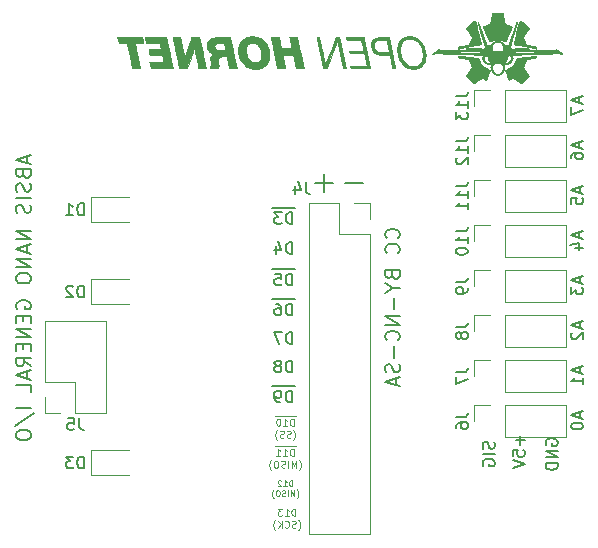
<source format=gbr>
G04 #@! TF.GenerationSoftware,KiCad,Pcbnew,(5.1.4-0-10_14)*
G04 #@! TF.CreationDate,2019-11-14T12:01:29+01:00*
G04 #@! TF.ProjectId,NANO IO,4e414e4f-2049-44f2-9e6b-696361645f70,-*
G04 #@! TF.SameCoordinates,Original*
G04 #@! TF.FileFunction,Legend,Bot*
G04 #@! TF.FilePolarity,Positive*
%FSLAX46Y46*%
G04 Gerber Fmt 4.6, Leading zero omitted, Abs format (unit mm)*
G04 Created by KiCad (PCBNEW (5.1.4-0-10_14)) date 2019-11-14 12:01:29*
%MOMM*%
%LPD*%
G04 APERTURE LIST*
%ADD10C,0.100000*%
%ADD11C,0.200000*%
%ADD12C,0.150000*%
%ADD13C,0.010000*%
%ADD14C,0.120000*%
G04 APERTURE END LIST*
D10*
X151239428Y-102443000D02*
X150639428Y-102443000D01*
X151096571Y-103276428D02*
X151096571Y-102676428D01*
X150953714Y-102676428D01*
X150868000Y-102705000D01*
X150810857Y-102762142D01*
X150782285Y-102819285D01*
X150753714Y-102933571D01*
X150753714Y-103019285D01*
X150782285Y-103133571D01*
X150810857Y-103190714D01*
X150868000Y-103247857D01*
X150953714Y-103276428D01*
X151096571Y-103276428D01*
X150639428Y-102443000D02*
X150068000Y-102443000D01*
X150182285Y-103276428D02*
X150525142Y-103276428D01*
X150353714Y-103276428D02*
X150353714Y-102676428D01*
X150410857Y-102762142D01*
X150468000Y-102819285D01*
X150525142Y-102847857D01*
X150068000Y-102443000D02*
X149496571Y-102443000D01*
X149610857Y-103276428D02*
X149953714Y-103276428D01*
X149782285Y-103276428D02*
X149782285Y-102676428D01*
X149839428Y-102762142D01*
X149896571Y-102819285D01*
X149953714Y-102847857D01*
X151539428Y-104505000D02*
X151568000Y-104476428D01*
X151625142Y-104390714D01*
X151653714Y-104333571D01*
X151682285Y-104247857D01*
X151710857Y-104105000D01*
X151710857Y-103990714D01*
X151682285Y-103847857D01*
X151653714Y-103762142D01*
X151625142Y-103705000D01*
X151568000Y-103619285D01*
X151539428Y-103590714D01*
X151310857Y-104276428D02*
X151310857Y-103676428D01*
X151110857Y-104105000D01*
X150910857Y-103676428D01*
X150910857Y-104276428D01*
X150625142Y-104276428D02*
X150625142Y-103676428D01*
X150368000Y-104247857D02*
X150282285Y-104276428D01*
X150139428Y-104276428D01*
X150082285Y-104247857D01*
X150053714Y-104219285D01*
X150025142Y-104162142D01*
X150025142Y-104105000D01*
X150053714Y-104047857D01*
X150082285Y-104019285D01*
X150139428Y-103990714D01*
X150253714Y-103962142D01*
X150310857Y-103933571D01*
X150339428Y-103905000D01*
X150368000Y-103847857D01*
X150368000Y-103790714D01*
X150339428Y-103733571D01*
X150310857Y-103705000D01*
X150253714Y-103676428D01*
X150110857Y-103676428D01*
X150025142Y-103705000D01*
X149653714Y-103676428D02*
X149539428Y-103676428D01*
X149482285Y-103705000D01*
X149425142Y-103762142D01*
X149396571Y-103876428D01*
X149396571Y-104076428D01*
X149425142Y-104190714D01*
X149482285Y-104247857D01*
X149539428Y-104276428D01*
X149653714Y-104276428D01*
X149710857Y-104247857D01*
X149768000Y-104190714D01*
X149796571Y-104076428D01*
X149796571Y-103876428D01*
X149768000Y-103762142D01*
X149710857Y-103705000D01*
X149653714Y-103676428D01*
X149196571Y-104505000D02*
X149168000Y-104476428D01*
X149110857Y-104390714D01*
X149082285Y-104333571D01*
X149053714Y-104247857D01*
X149025142Y-104105000D01*
X149025142Y-103990714D01*
X149053714Y-103847857D01*
X149082285Y-103762142D01*
X149110857Y-103705000D01*
X149168000Y-103619285D01*
X149196571Y-103590714D01*
D11*
X159958428Y-84844666D02*
X160017952Y-84785142D01*
X160077476Y-84606571D01*
X160077476Y-84487523D01*
X160017952Y-84308952D01*
X159898904Y-84189904D01*
X159779857Y-84130380D01*
X159541761Y-84070857D01*
X159363190Y-84070857D01*
X159125095Y-84130380D01*
X159006047Y-84189904D01*
X158887000Y-84308952D01*
X158827476Y-84487523D01*
X158827476Y-84606571D01*
X158887000Y-84785142D01*
X158946523Y-84844666D01*
X159958428Y-86094666D02*
X160017952Y-86035142D01*
X160077476Y-85856571D01*
X160077476Y-85737523D01*
X160017952Y-85558952D01*
X159898904Y-85439904D01*
X159779857Y-85380380D01*
X159541761Y-85320857D01*
X159363190Y-85320857D01*
X159125095Y-85380380D01*
X159006047Y-85439904D01*
X158887000Y-85558952D01*
X158827476Y-85737523D01*
X158827476Y-85856571D01*
X158887000Y-86035142D01*
X158946523Y-86094666D01*
X159422714Y-87999428D02*
X159482238Y-88178000D01*
X159541761Y-88237523D01*
X159660809Y-88297047D01*
X159839380Y-88297047D01*
X159958428Y-88237523D01*
X160017952Y-88178000D01*
X160077476Y-88058952D01*
X160077476Y-87582761D01*
X158827476Y-87582761D01*
X158827476Y-87999428D01*
X158887000Y-88118476D01*
X158946523Y-88178000D01*
X159065571Y-88237523D01*
X159184619Y-88237523D01*
X159303666Y-88178000D01*
X159363190Y-88118476D01*
X159422714Y-87999428D01*
X159422714Y-87582761D01*
X159482238Y-89070857D02*
X160077476Y-89070857D01*
X158827476Y-88654190D02*
X159482238Y-89070857D01*
X158827476Y-89487523D01*
X159601285Y-89904190D02*
X159601285Y-90856571D01*
X160077476Y-91451809D02*
X158827476Y-91451809D01*
X160077476Y-92166095D01*
X158827476Y-92166095D01*
X159958428Y-93475619D02*
X160017952Y-93416095D01*
X160077476Y-93237523D01*
X160077476Y-93118476D01*
X160017952Y-92939904D01*
X159898904Y-92820857D01*
X159779857Y-92761333D01*
X159541761Y-92701809D01*
X159363190Y-92701809D01*
X159125095Y-92761333D01*
X159006047Y-92820857D01*
X158887000Y-92939904D01*
X158827476Y-93118476D01*
X158827476Y-93237523D01*
X158887000Y-93416095D01*
X158946523Y-93475619D01*
X159601285Y-94011333D02*
X159601285Y-94963714D01*
X160017952Y-95499428D02*
X160077476Y-95678000D01*
X160077476Y-95975619D01*
X160017952Y-96094666D01*
X159958428Y-96154190D01*
X159839380Y-96213714D01*
X159720333Y-96213714D01*
X159601285Y-96154190D01*
X159541761Y-96094666D01*
X159482238Y-95975619D01*
X159422714Y-95737523D01*
X159363190Y-95618476D01*
X159303666Y-95558952D01*
X159184619Y-95499428D01*
X159065571Y-95499428D01*
X158946523Y-95558952D01*
X158887000Y-95618476D01*
X158827476Y-95737523D01*
X158827476Y-96035142D01*
X158887000Y-96213714D01*
X159720333Y-96689904D02*
X159720333Y-97285142D01*
X160077476Y-96570857D02*
X158827476Y-96987523D01*
X160077476Y-97404190D01*
X128478333Y-77892190D02*
X128478333Y-78487428D01*
X128835476Y-77773142D02*
X127585476Y-78189809D01*
X128835476Y-78606476D01*
X128180714Y-79439809D02*
X128240238Y-79618380D01*
X128299761Y-79677904D01*
X128418809Y-79737428D01*
X128597380Y-79737428D01*
X128716428Y-79677904D01*
X128775952Y-79618380D01*
X128835476Y-79499333D01*
X128835476Y-79023142D01*
X127585476Y-79023142D01*
X127585476Y-79439809D01*
X127645000Y-79558857D01*
X127704523Y-79618380D01*
X127823571Y-79677904D01*
X127942619Y-79677904D01*
X128061666Y-79618380D01*
X128121190Y-79558857D01*
X128180714Y-79439809D01*
X128180714Y-79023142D01*
X128775952Y-80213619D02*
X128835476Y-80392190D01*
X128835476Y-80689809D01*
X128775952Y-80808857D01*
X128716428Y-80868380D01*
X128597380Y-80927904D01*
X128478333Y-80927904D01*
X128359285Y-80868380D01*
X128299761Y-80808857D01*
X128240238Y-80689809D01*
X128180714Y-80451714D01*
X128121190Y-80332666D01*
X128061666Y-80273142D01*
X127942619Y-80213619D01*
X127823571Y-80213619D01*
X127704523Y-80273142D01*
X127645000Y-80332666D01*
X127585476Y-80451714D01*
X127585476Y-80749333D01*
X127645000Y-80927904D01*
X128835476Y-81463619D02*
X127585476Y-81463619D01*
X128775952Y-81999333D02*
X128835476Y-82177904D01*
X128835476Y-82475523D01*
X128775952Y-82594571D01*
X128716428Y-82654095D01*
X128597380Y-82713619D01*
X128478333Y-82713619D01*
X128359285Y-82654095D01*
X128299761Y-82594571D01*
X128240238Y-82475523D01*
X128180714Y-82237428D01*
X128121190Y-82118380D01*
X128061666Y-82058857D01*
X127942619Y-81999333D01*
X127823571Y-81999333D01*
X127704523Y-82058857D01*
X127645000Y-82118380D01*
X127585476Y-82237428D01*
X127585476Y-82535047D01*
X127645000Y-82713619D01*
X128835476Y-84201714D02*
X127585476Y-84201714D01*
X128835476Y-84916000D01*
X127585476Y-84916000D01*
X128478333Y-85451714D02*
X128478333Y-86046952D01*
X128835476Y-85332666D02*
X127585476Y-85749333D01*
X128835476Y-86166000D01*
X128835476Y-86582666D02*
X127585476Y-86582666D01*
X128835476Y-87296952D01*
X127585476Y-87296952D01*
X127585476Y-88130285D02*
X127585476Y-88368380D01*
X127645000Y-88487428D01*
X127764047Y-88606476D01*
X128002142Y-88666000D01*
X128418809Y-88666000D01*
X128656904Y-88606476D01*
X128775952Y-88487428D01*
X128835476Y-88368380D01*
X128835476Y-88130285D01*
X128775952Y-88011238D01*
X128656904Y-87892190D01*
X128418809Y-87832666D01*
X128002142Y-87832666D01*
X127764047Y-87892190D01*
X127645000Y-88011238D01*
X127585476Y-88130285D01*
X127645000Y-90808857D02*
X127585476Y-90689809D01*
X127585476Y-90511238D01*
X127645000Y-90332666D01*
X127764047Y-90213619D01*
X127883095Y-90154095D01*
X128121190Y-90094571D01*
X128299761Y-90094571D01*
X128537857Y-90154095D01*
X128656904Y-90213619D01*
X128775952Y-90332666D01*
X128835476Y-90511238D01*
X128835476Y-90630285D01*
X128775952Y-90808857D01*
X128716428Y-90868380D01*
X128299761Y-90868380D01*
X128299761Y-90630285D01*
X128180714Y-91404095D02*
X128180714Y-91820761D01*
X128835476Y-91999333D02*
X128835476Y-91404095D01*
X127585476Y-91404095D01*
X127585476Y-91999333D01*
X128835476Y-92535047D02*
X127585476Y-92535047D01*
X128835476Y-93249333D01*
X127585476Y-93249333D01*
X128180714Y-93844571D02*
X128180714Y-94261238D01*
X128835476Y-94439809D02*
X128835476Y-93844571D01*
X127585476Y-93844571D01*
X127585476Y-94439809D01*
X128835476Y-95689809D02*
X128240238Y-95273142D01*
X128835476Y-94975523D02*
X127585476Y-94975523D01*
X127585476Y-95451714D01*
X127645000Y-95570761D01*
X127704523Y-95630285D01*
X127823571Y-95689809D01*
X128002142Y-95689809D01*
X128121190Y-95630285D01*
X128180714Y-95570761D01*
X128240238Y-95451714D01*
X128240238Y-94975523D01*
X128478333Y-96165999D02*
X128478333Y-96761238D01*
X128835476Y-96046952D02*
X127585476Y-96463619D01*
X128835476Y-96880285D01*
X128835476Y-97892190D02*
X128835476Y-97296952D01*
X127585476Y-97296952D01*
X128835476Y-99261238D02*
X127585476Y-99261238D01*
X127525952Y-100749333D02*
X129133095Y-99677904D01*
X127585476Y-101404095D02*
X127585476Y-101642190D01*
X127645000Y-101761238D01*
X127764047Y-101880285D01*
X128002142Y-101939809D01*
X128418809Y-101939809D01*
X128656904Y-101880285D01*
X128775952Y-101761238D01*
X128835476Y-101642190D01*
X128835476Y-101404095D01*
X128775952Y-101285047D01*
X128656904Y-101165999D01*
X128418809Y-101106476D01*
X128002142Y-101106476D01*
X127764047Y-101165999D01*
X127645000Y-101285047D01*
X127585476Y-101404095D01*
D12*
X156971904Y-80152857D02*
X155448095Y-80152857D01*
X154431904Y-80152857D02*
X152908095Y-80152857D01*
X153670000Y-80914761D02*
X153670000Y-79390952D01*
X151217190Y-82270000D02*
X150217190Y-82270000D01*
X150979095Y-83637380D02*
X150979095Y-82637380D01*
X150741000Y-82637380D01*
X150598142Y-82685000D01*
X150502904Y-82780238D01*
X150455285Y-82875476D01*
X150407666Y-83065952D01*
X150407666Y-83208809D01*
X150455285Y-83399285D01*
X150502904Y-83494523D01*
X150598142Y-83589761D01*
X150741000Y-83637380D01*
X150979095Y-83637380D01*
X150217190Y-82270000D02*
X149264809Y-82270000D01*
X150074333Y-82637380D02*
X149455285Y-82637380D01*
X149788619Y-83018333D01*
X149645761Y-83018333D01*
X149550523Y-83065952D01*
X149502904Y-83113571D01*
X149455285Y-83208809D01*
X149455285Y-83446904D01*
X149502904Y-83542142D01*
X149550523Y-83589761D01*
X149645761Y-83637380D01*
X149931476Y-83637380D01*
X150026714Y-83589761D01*
X150074333Y-83542142D01*
X150979095Y-86177380D02*
X150979095Y-85177380D01*
X150741000Y-85177380D01*
X150598142Y-85225000D01*
X150502904Y-85320238D01*
X150455285Y-85415476D01*
X150407666Y-85605952D01*
X150407666Y-85748809D01*
X150455285Y-85939285D01*
X150502904Y-86034523D01*
X150598142Y-86129761D01*
X150741000Y-86177380D01*
X150979095Y-86177380D01*
X149550523Y-85510714D02*
X149550523Y-86177380D01*
X149788619Y-85129761D02*
X150026714Y-85844047D01*
X149407666Y-85844047D01*
X151217190Y-87477000D02*
X150217190Y-87477000D01*
X150979095Y-88844380D02*
X150979095Y-87844380D01*
X150741000Y-87844380D01*
X150598142Y-87892000D01*
X150502904Y-87987238D01*
X150455285Y-88082476D01*
X150407666Y-88272952D01*
X150407666Y-88415809D01*
X150455285Y-88606285D01*
X150502904Y-88701523D01*
X150598142Y-88796761D01*
X150741000Y-88844380D01*
X150979095Y-88844380D01*
X150217190Y-87477000D02*
X149264809Y-87477000D01*
X149502904Y-87844380D02*
X149979095Y-87844380D01*
X150026714Y-88320571D01*
X149979095Y-88272952D01*
X149883857Y-88225333D01*
X149645761Y-88225333D01*
X149550523Y-88272952D01*
X149502904Y-88320571D01*
X149455285Y-88415809D01*
X149455285Y-88653904D01*
X149502904Y-88749142D01*
X149550523Y-88796761D01*
X149645761Y-88844380D01*
X149883857Y-88844380D01*
X149979095Y-88796761D01*
X150026714Y-88749142D01*
X151217190Y-90017000D02*
X150217190Y-90017000D01*
X150979095Y-91384380D02*
X150979095Y-90384380D01*
X150741000Y-90384380D01*
X150598142Y-90432000D01*
X150502904Y-90527238D01*
X150455285Y-90622476D01*
X150407666Y-90812952D01*
X150407666Y-90955809D01*
X150455285Y-91146285D01*
X150502904Y-91241523D01*
X150598142Y-91336761D01*
X150741000Y-91384380D01*
X150979095Y-91384380D01*
X150217190Y-90017000D02*
X149264809Y-90017000D01*
X149550523Y-90384380D02*
X149741000Y-90384380D01*
X149836238Y-90432000D01*
X149883857Y-90479619D01*
X149979095Y-90622476D01*
X150026714Y-90812952D01*
X150026714Y-91193904D01*
X149979095Y-91289142D01*
X149931476Y-91336761D01*
X149836238Y-91384380D01*
X149645761Y-91384380D01*
X149550523Y-91336761D01*
X149502904Y-91289142D01*
X149455285Y-91193904D01*
X149455285Y-90955809D01*
X149502904Y-90860571D01*
X149550523Y-90812952D01*
X149645761Y-90765333D01*
X149836238Y-90765333D01*
X149931476Y-90812952D01*
X149979095Y-90860571D01*
X150026714Y-90955809D01*
X150979095Y-93797380D02*
X150979095Y-92797380D01*
X150741000Y-92797380D01*
X150598142Y-92845000D01*
X150502904Y-92940238D01*
X150455285Y-93035476D01*
X150407666Y-93225952D01*
X150407666Y-93368809D01*
X150455285Y-93559285D01*
X150502904Y-93654523D01*
X150598142Y-93749761D01*
X150741000Y-93797380D01*
X150979095Y-93797380D01*
X150074333Y-92797380D02*
X149407666Y-92797380D01*
X149836238Y-93797380D01*
X150979095Y-96210380D02*
X150979095Y-95210380D01*
X150741000Y-95210380D01*
X150598142Y-95258000D01*
X150502904Y-95353238D01*
X150455285Y-95448476D01*
X150407666Y-95638952D01*
X150407666Y-95781809D01*
X150455285Y-95972285D01*
X150502904Y-96067523D01*
X150598142Y-96162761D01*
X150741000Y-96210380D01*
X150979095Y-96210380D01*
X149836238Y-95638952D02*
X149931476Y-95591333D01*
X149979095Y-95543714D01*
X150026714Y-95448476D01*
X150026714Y-95400857D01*
X149979095Y-95305619D01*
X149931476Y-95258000D01*
X149836238Y-95210380D01*
X149645761Y-95210380D01*
X149550523Y-95258000D01*
X149502904Y-95305619D01*
X149455285Y-95400857D01*
X149455285Y-95448476D01*
X149502904Y-95543714D01*
X149550523Y-95591333D01*
X149645761Y-95638952D01*
X149836238Y-95638952D01*
X149931476Y-95686571D01*
X149979095Y-95734190D01*
X150026714Y-95829428D01*
X150026714Y-96019904D01*
X149979095Y-96115142D01*
X149931476Y-96162761D01*
X149836238Y-96210380D01*
X149645761Y-96210380D01*
X149550523Y-96162761D01*
X149502904Y-96115142D01*
X149455285Y-96019904D01*
X149455285Y-95829428D01*
X149502904Y-95734190D01*
X149550523Y-95686571D01*
X149645761Y-95638952D01*
X151217190Y-97383000D02*
X150217190Y-97383000D01*
X150979095Y-98750380D02*
X150979095Y-97750380D01*
X150741000Y-97750380D01*
X150598142Y-97798000D01*
X150502904Y-97893238D01*
X150455285Y-97988476D01*
X150407666Y-98178952D01*
X150407666Y-98321809D01*
X150455285Y-98512285D01*
X150502904Y-98607523D01*
X150598142Y-98702761D01*
X150741000Y-98750380D01*
X150979095Y-98750380D01*
X150217190Y-97383000D02*
X149264809Y-97383000D01*
X149931476Y-98750380D02*
X149741000Y-98750380D01*
X149645761Y-98702761D01*
X149598142Y-98655142D01*
X149502904Y-98512285D01*
X149455285Y-98321809D01*
X149455285Y-97940857D01*
X149502904Y-97845619D01*
X149550523Y-97798000D01*
X149645761Y-97750380D01*
X149836238Y-97750380D01*
X149931476Y-97798000D01*
X149979095Y-97845619D01*
X150026714Y-97940857D01*
X150026714Y-98178952D01*
X149979095Y-98274190D01*
X149931476Y-98321809D01*
X149836238Y-98369428D01*
X149645761Y-98369428D01*
X149550523Y-98321809D01*
X149502904Y-98274190D01*
X149455285Y-98178952D01*
D10*
X151239428Y-99903000D02*
X150639428Y-99903000D01*
X151096571Y-100736428D02*
X151096571Y-100136428D01*
X150953714Y-100136428D01*
X150868000Y-100165000D01*
X150810857Y-100222142D01*
X150782285Y-100279285D01*
X150753714Y-100393571D01*
X150753714Y-100479285D01*
X150782285Y-100593571D01*
X150810857Y-100650714D01*
X150868000Y-100707857D01*
X150953714Y-100736428D01*
X151096571Y-100736428D01*
X150639428Y-99903000D02*
X150068000Y-99903000D01*
X150182285Y-100736428D02*
X150525142Y-100736428D01*
X150353714Y-100736428D02*
X150353714Y-100136428D01*
X150410857Y-100222142D01*
X150468000Y-100279285D01*
X150525142Y-100307857D01*
X150068000Y-99903000D02*
X149496571Y-99903000D01*
X149810857Y-100136428D02*
X149753714Y-100136428D01*
X149696571Y-100165000D01*
X149668000Y-100193571D01*
X149639428Y-100250714D01*
X149610857Y-100365000D01*
X149610857Y-100507857D01*
X149639428Y-100622142D01*
X149668000Y-100679285D01*
X149696571Y-100707857D01*
X149753714Y-100736428D01*
X149810857Y-100736428D01*
X149868000Y-100707857D01*
X149896571Y-100679285D01*
X149925142Y-100622142D01*
X149953714Y-100507857D01*
X149953714Y-100365000D01*
X149925142Y-100250714D01*
X149896571Y-100193571D01*
X149868000Y-100165000D01*
X149810857Y-100136428D01*
X151025142Y-101965000D02*
X151053714Y-101936428D01*
X151110857Y-101850714D01*
X151139428Y-101793571D01*
X151168000Y-101707857D01*
X151196571Y-101565000D01*
X151196571Y-101450714D01*
X151168000Y-101307857D01*
X151139428Y-101222142D01*
X151110857Y-101165000D01*
X151053714Y-101079285D01*
X151025142Y-101050714D01*
X150825142Y-101707857D02*
X150739428Y-101736428D01*
X150596571Y-101736428D01*
X150539428Y-101707857D01*
X150510857Y-101679285D01*
X150482285Y-101622142D01*
X150482285Y-101565000D01*
X150510857Y-101507857D01*
X150539428Y-101479285D01*
X150596571Y-101450714D01*
X150710857Y-101422142D01*
X150768000Y-101393571D01*
X150796571Y-101365000D01*
X150825142Y-101307857D01*
X150825142Y-101250714D01*
X150796571Y-101193571D01*
X150768000Y-101165000D01*
X150710857Y-101136428D01*
X150568000Y-101136428D01*
X150482285Y-101165000D01*
X150253714Y-101707857D02*
X150168000Y-101736428D01*
X150025142Y-101736428D01*
X149968000Y-101707857D01*
X149939428Y-101679285D01*
X149910857Y-101622142D01*
X149910857Y-101565000D01*
X149939428Y-101507857D01*
X149968000Y-101479285D01*
X150025142Y-101450714D01*
X150139428Y-101422142D01*
X150196571Y-101393571D01*
X150225142Y-101365000D01*
X150253714Y-101307857D01*
X150253714Y-101250714D01*
X150225142Y-101193571D01*
X150196571Y-101165000D01*
X150139428Y-101136428D01*
X149996571Y-101136428D01*
X149910857Y-101165000D01*
X149710857Y-101965000D02*
X149682285Y-101936428D01*
X149625142Y-101850714D01*
X149596571Y-101793571D01*
X149568000Y-101707857D01*
X149539428Y-101565000D01*
X149539428Y-101450714D01*
X149568000Y-101307857D01*
X149596571Y-101222142D01*
X149625142Y-101165000D01*
X149682285Y-101079285D01*
X149710857Y-101050714D01*
X150975142Y-105846190D02*
X150975142Y-105346190D01*
X150856095Y-105346190D01*
X150784666Y-105370000D01*
X150737047Y-105417619D01*
X150713238Y-105465238D01*
X150689428Y-105560476D01*
X150689428Y-105631904D01*
X150713238Y-105727142D01*
X150737047Y-105774761D01*
X150784666Y-105822380D01*
X150856095Y-105846190D01*
X150975142Y-105846190D01*
X150213238Y-105846190D02*
X150498952Y-105846190D01*
X150356095Y-105846190D02*
X150356095Y-105346190D01*
X150403714Y-105417619D01*
X150451333Y-105465238D01*
X150498952Y-105489047D01*
X150022761Y-105393809D02*
X149998952Y-105370000D01*
X149951333Y-105346190D01*
X149832285Y-105346190D01*
X149784666Y-105370000D01*
X149760857Y-105393809D01*
X149737047Y-105441428D01*
X149737047Y-105489047D01*
X149760857Y-105560476D01*
X150046571Y-105846190D01*
X149737047Y-105846190D01*
X151344190Y-106886666D02*
X151368000Y-106862857D01*
X151415619Y-106791428D01*
X151439428Y-106743809D01*
X151463238Y-106672380D01*
X151487047Y-106553333D01*
X151487047Y-106458095D01*
X151463238Y-106339047D01*
X151439428Y-106267619D01*
X151415619Y-106220000D01*
X151368000Y-106148571D01*
X151344190Y-106124761D01*
X151153714Y-106696190D02*
X151153714Y-106196190D01*
X150987047Y-106553333D01*
X150820380Y-106196190D01*
X150820380Y-106696190D01*
X150582285Y-106696190D02*
X150582285Y-106196190D01*
X150368000Y-106672380D02*
X150296571Y-106696190D01*
X150177523Y-106696190D01*
X150129904Y-106672380D01*
X150106095Y-106648571D01*
X150082285Y-106600952D01*
X150082285Y-106553333D01*
X150106095Y-106505714D01*
X150129904Y-106481904D01*
X150177523Y-106458095D01*
X150272761Y-106434285D01*
X150320380Y-106410476D01*
X150344190Y-106386666D01*
X150368000Y-106339047D01*
X150368000Y-106291428D01*
X150344190Y-106243809D01*
X150320380Y-106220000D01*
X150272761Y-106196190D01*
X150153714Y-106196190D01*
X150082285Y-106220000D01*
X149772761Y-106196190D02*
X149677523Y-106196190D01*
X149629904Y-106220000D01*
X149582285Y-106267619D01*
X149558476Y-106362857D01*
X149558476Y-106529523D01*
X149582285Y-106624761D01*
X149629904Y-106672380D01*
X149677523Y-106696190D01*
X149772761Y-106696190D01*
X149820380Y-106672380D01*
X149868000Y-106624761D01*
X149891809Y-106529523D01*
X149891809Y-106362857D01*
X149868000Y-106267619D01*
X149820380Y-106220000D01*
X149772761Y-106196190D01*
X149391809Y-106886666D02*
X149368000Y-106862857D01*
X149320380Y-106791428D01*
X149296571Y-106743809D01*
X149272761Y-106672380D01*
X149248952Y-106553333D01*
X149248952Y-106458095D01*
X149272761Y-106339047D01*
X149296571Y-106267619D01*
X149320380Y-106220000D01*
X149368000Y-106148571D01*
X149391809Y-106124761D01*
X151223571Y-108356428D02*
X151223571Y-107756428D01*
X151080714Y-107756428D01*
X150995000Y-107785000D01*
X150937857Y-107842142D01*
X150909285Y-107899285D01*
X150880714Y-108013571D01*
X150880714Y-108099285D01*
X150909285Y-108213571D01*
X150937857Y-108270714D01*
X150995000Y-108327857D01*
X151080714Y-108356428D01*
X151223571Y-108356428D01*
X150309285Y-108356428D02*
X150652142Y-108356428D01*
X150480714Y-108356428D02*
X150480714Y-107756428D01*
X150537857Y-107842142D01*
X150595000Y-107899285D01*
X150652142Y-107927857D01*
X150109285Y-107756428D02*
X149737857Y-107756428D01*
X149937857Y-107985000D01*
X149852142Y-107985000D01*
X149795000Y-108013571D01*
X149766428Y-108042142D01*
X149737857Y-108099285D01*
X149737857Y-108242142D01*
X149766428Y-108299285D01*
X149795000Y-108327857D01*
X149852142Y-108356428D01*
X150023571Y-108356428D01*
X150080714Y-108327857D01*
X150109285Y-108299285D01*
X151466428Y-109585000D02*
X151495000Y-109556428D01*
X151552142Y-109470714D01*
X151580714Y-109413571D01*
X151609285Y-109327857D01*
X151637857Y-109185000D01*
X151637857Y-109070714D01*
X151609285Y-108927857D01*
X151580714Y-108842142D01*
X151552142Y-108785000D01*
X151495000Y-108699285D01*
X151466428Y-108670714D01*
X151266428Y-109327857D02*
X151180714Y-109356428D01*
X151037857Y-109356428D01*
X150980714Y-109327857D01*
X150952142Y-109299285D01*
X150923571Y-109242142D01*
X150923571Y-109185000D01*
X150952142Y-109127857D01*
X150980714Y-109099285D01*
X151037857Y-109070714D01*
X151152142Y-109042142D01*
X151209285Y-109013571D01*
X151237857Y-108985000D01*
X151266428Y-108927857D01*
X151266428Y-108870714D01*
X151237857Y-108813571D01*
X151209285Y-108785000D01*
X151152142Y-108756428D01*
X151009285Y-108756428D01*
X150923571Y-108785000D01*
X150323571Y-109299285D02*
X150352142Y-109327857D01*
X150437857Y-109356428D01*
X150495000Y-109356428D01*
X150580714Y-109327857D01*
X150637857Y-109270714D01*
X150666428Y-109213571D01*
X150695000Y-109099285D01*
X150695000Y-109013571D01*
X150666428Y-108899285D01*
X150637857Y-108842142D01*
X150580714Y-108785000D01*
X150495000Y-108756428D01*
X150437857Y-108756428D01*
X150352142Y-108785000D01*
X150323571Y-108813571D01*
X150066428Y-109356428D02*
X150066428Y-108756428D01*
X149723571Y-109356428D02*
X149980714Y-109013571D01*
X149723571Y-108756428D02*
X150066428Y-109099285D01*
X149523571Y-109585000D02*
X149495000Y-109556428D01*
X149437857Y-109470714D01*
X149409285Y-109413571D01*
X149380714Y-109327857D01*
X149352142Y-109185000D01*
X149352142Y-109070714D01*
X149380714Y-108927857D01*
X149409285Y-108842142D01*
X149437857Y-108785000D01*
X149495000Y-108699285D01*
X149523571Y-108670714D01*
D12*
X170251428Y-101584285D02*
X170251428Y-102346190D01*
X170632380Y-101965238D02*
X169870476Y-101965238D01*
X169632380Y-103298571D02*
X169632380Y-102822380D01*
X170108571Y-102774761D01*
X170060952Y-102822380D01*
X170013333Y-102917619D01*
X170013333Y-103155714D01*
X170060952Y-103250952D01*
X170108571Y-103298571D01*
X170203809Y-103346190D01*
X170441904Y-103346190D01*
X170537142Y-103298571D01*
X170584761Y-103250952D01*
X170632380Y-103155714D01*
X170632380Y-102917619D01*
X170584761Y-102822380D01*
X170537142Y-102774761D01*
X169632380Y-103631904D02*
X170632380Y-103965238D01*
X169632380Y-104298571D01*
X172474000Y-102362095D02*
X172426380Y-102266857D01*
X172426380Y-102124000D01*
X172474000Y-101981142D01*
X172569238Y-101885904D01*
X172664476Y-101838285D01*
X172854952Y-101790666D01*
X172997809Y-101790666D01*
X173188285Y-101838285D01*
X173283523Y-101885904D01*
X173378761Y-101981142D01*
X173426380Y-102124000D01*
X173426380Y-102219238D01*
X173378761Y-102362095D01*
X173331142Y-102409714D01*
X172997809Y-102409714D01*
X172997809Y-102219238D01*
X173426380Y-102838285D02*
X172426380Y-102838285D01*
X173426380Y-103409714D01*
X172426380Y-103409714D01*
X173426380Y-103885904D02*
X172426380Y-103885904D01*
X172426380Y-104124000D01*
X172474000Y-104266857D01*
X172569238Y-104362095D01*
X172664476Y-104409714D01*
X172854952Y-104457333D01*
X172997809Y-104457333D01*
X173188285Y-104409714D01*
X173283523Y-104362095D01*
X173378761Y-104266857D01*
X173426380Y-104124000D01*
X173426380Y-103885904D01*
X168044761Y-102100190D02*
X168092380Y-102243047D01*
X168092380Y-102481142D01*
X168044761Y-102576380D01*
X167997142Y-102624000D01*
X167901904Y-102671619D01*
X167806666Y-102671619D01*
X167711428Y-102624000D01*
X167663809Y-102576380D01*
X167616190Y-102481142D01*
X167568571Y-102290666D01*
X167520952Y-102195428D01*
X167473333Y-102147809D01*
X167378095Y-102100190D01*
X167282857Y-102100190D01*
X167187619Y-102147809D01*
X167140000Y-102195428D01*
X167092380Y-102290666D01*
X167092380Y-102528761D01*
X167140000Y-102671619D01*
X168092380Y-103100190D02*
X167092380Y-103100190D01*
X167140000Y-104100190D02*
X167092380Y-104004952D01*
X167092380Y-103862095D01*
X167140000Y-103719238D01*
X167235238Y-103624000D01*
X167330476Y-103576380D01*
X167520952Y-103528761D01*
X167663809Y-103528761D01*
X167854285Y-103576380D01*
X167949523Y-103624000D01*
X168044761Y-103719238D01*
X168092380Y-103862095D01*
X168092380Y-103957333D01*
X168044761Y-104100190D01*
X167997142Y-104147809D01*
X167663809Y-104147809D01*
X167663809Y-103957333D01*
D13*
G36*
X168353369Y-65788200D02*
G01*
X168332688Y-65788200D01*
X168262855Y-65788208D01*
X168200993Y-65788239D01*
X168146606Y-65788300D01*
X168099199Y-65788399D01*
X168058276Y-65788545D01*
X168023342Y-65788745D01*
X167993900Y-65789007D01*
X167969455Y-65789340D01*
X167949511Y-65789750D01*
X167933573Y-65790247D01*
X167921145Y-65790838D01*
X167911732Y-65791531D01*
X167904837Y-65792334D01*
X167899965Y-65793255D01*
X167896620Y-65794302D01*
X167894689Y-65795249D01*
X167884710Y-65803377D01*
X167878222Y-65812247D01*
X167876830Y-65817723D01*
X167874010Y-65830952D01*
X167869871Y-65851365D01*
X167864524Y-65878389D01*
X167858079Y-65911454D01*
X167850646Y-65949987D01*
X167842334Y-65993417D01*
X167833253Y-66041174D01*
X167823514Y-66092685D01*
X167813226Y-66147379D01*
X167802499Y-66204684D01*
X167795218Y-66243738D01*
X167784244Y-66302492D01*
X167773613Y-66359035D01*
X167763434Y-66412792D01*
X167753822Y-66463190D01*
X167744887Y-66509656D01*
X167736741Y-66551614D01*
X167729496Y-66588491D01*
X167723264Y-66619714D01*
X167718156Y-66644708D01*
X167714285Y-66662901D01*
X167711762Y-66673717D01*
X167710893Y-66676531D01*
X167703192Y-66687974D01*
X167695110Y-66696867D01*
X167690099Y-66699525D01*
X167677996Y-66705066D01*
X167659550Y-66713179D01*
X167635513Y-66723553D01*
X167606633Y-66735877D01*
X167573659Y-66749840D01*
X167537342Y-66765132D01*
X167498430Y-66781441D01*
X167457674Y-66798456D01*
X167415823Y-66815867D01*
X167373627Y-66833362D01*
X167331835Y-66850630D01*
X167291196Y-66867362D01*
X167252461Y-66883244D01*
X167216379Y-66897968D01*
X167183699Y-66911221D01*
X167155172Y-66922693D01*
X167131546Y-66932073D01*
X167113571Y-66939050D01*
X167101997Y-66943313D01*
X167098134Y-66944510D01*
X167097729Y-66945948D01*
X167098608Y-66950046D01*
X167100905Y-66957115D01*
X167104757Y-66967469D01*
X167110300Y-66981418D01*
X167117668Y-66999276D01*
X167126999Y-67021355D01*
X167138428Y-67047968D01*
X167152089Y-67079425D01*
X167168121Y-67116041D01*
X167186657Y-67158127D01*
X167207834Y-67205995D01*
X167231787Y-67259958D01*
X167258653Y-67320328D01*
X167288567Y-67387418D01*
X167321664Y-67461539D01*
X167358081Y-67543005D01*
X167365616Y-67559849D01*
X167396196Y-67628203D01*
X167425867Y-67694495D01*
X167454441Y-67758311D01*
X167481733Y-67819234D01*
X167507554Y-67876847D01*
X167531719Y-67930736D01*
X167554040Y-67980484D01*
X167574331Y-68025675D01*
X167592405Y-68065892D01*
X167608075Y-68100721D01*
X167621155Y-68129745D01*
X167631457Y-68152547D01*
X167638796Y-68168713D01*
X167642983Y-68177825D01*
X167643918Y-68179755D01*
X167646548Y-68181791D01*
X167651824Y-68182206D01*
X167660943Y-68180775D01*
X167675101Y-68177272D01*
X167695495Y-68171472D01*
X167708753Y-68167536D01*
X167769596Y-68150097D01*
X167834792Y-68132808D01*
X167902218Y-68116163D01*
X167969751Y-68100653D01*
X168035266Y-68086770D01*
X168096641Y-68075004D01*
X168140266Y-68067616D01*
X168165675Y-68064511D01*
X168197841Y-68061971D01*
X168235073Y-68060018D01*
X168275680Y-68058671D01*
X168317971Y-68057951D01*
X168360253Y-68057879D01*
X168400837Y-68058476D01*
X168438029Y-68059762D01*
X168470140Y-68061758D01*
X168486909Y-68063379D01*
X168535418Y-68069963D01*
X168590219Y-68079129D01*
X168649665Y-68090518D01*
X168712109Y-68103768D01*
X168775905Y-68118518D01*
X168839405Y-68134407D01*
X168900964Y-68151074D01*
X168943709Y-68163519D01*
X168966595Y-68170347D01*
X168986629Y-68176215D01*
X169002418Y-68180723D01*
X169012572Y-68183475D01*
X169015676Y-68184144D01*
X169017674Y-68180318D01*
X169022870Y-68169141D01*
X169031081Y-68151026D01*
X169042125Y-68126386D01*
X169055820Y-68095633D01*
X169071984Y-68059181D01*
X169090436Y-68017441D01*
X169110992Y-67970826D01*
X169133472Y-67919749D01*
X169157692Y-67864622D01*
X169183472Y-67805858D01*
X169210629Y-67743870D01*
X169238980Y-67679071D01*
X169268345Y-67611872D01*
X169287500Y-67567992D01*
X169317422Y-67499407D01*
X169346423Y-67432901D01*
X169374323Y-67368892D01*
X169400940Y-67307796D01*
X169426093Y-67250030D01*
X169449601Y-67196010D01*
X169471283Y-67146155D01*
X169490958Y-67100879D01*
X169508444Y-67060600D01*
X169523561Y-67025735D01*
X169536127Y-66996701D01*
X169545962Y-66973913D01*
X169552884Y-66957789D01*
X169556712Y-66948746D01*
X169557453Y-66946873D01*
X169553807Y-66944322D01*
X169542662Y-66938798D01*
X169524386Y-66930459D01*
X169499346Y-66919463D01*
X169467912Y-66905967D01*
X169430449Y-66890129D01*
X169387328Y-66872107D01*
X169338914Y-66852057D01*
X169285576Y-66830139D01*
X169273965Y-66825387D01*
X169227089Y-66806172D01*
X169182270Y-66787712D01*
X169140162Y-66770281D01*
X169101420Y-66754155D01*
X169066697Y-66739609D01*
X169036647Y-66726917D01*
X169011924Y-66716355D01*
X168993183Y-66708196D01*
X168981076Y-66702716D01*
X168976495Y-66700373D01*
X168965657Y-66690466D01*
X168956664Y-66678028D01*
X168956158Y-66677068D01*
X168954185Y-66670543D01*
X168950795Y-66656080D01*
X168946065Y-66634076D01*
X168940072Y-66604927D01*
X168932894Y-66569029D01*
X168924609Y-66526779D01*
X168915295Y-66478573D01*
X168905030Y-66424806D01*
X168893890Y-66365876D01*
X168881954Y-66302178D01*
X168870322Y-66239623D01*
X168859406Y-66180864D01*
X168848860Y-66124373D01*
X168838791Y-66070718D01*
X168829309Y-66020466D01*
X168820522Y-65974183D01*
X168812539Y-65932436D01*
X168805469Y-65895794D01*
X168799421Y-65864823D01*
X168794502Y-65840090D01*
X168790823Y-65822162D01*
X168788492Y-65811606D01*
X168787730Y-65808925D01*
X168786001Y-65805613D01*
X168784239Y-65802674D01*
X168781957Y-65800085D01*
X168778666Y-65797825D01*
X168773879Y-65795871D01*
X168767107Y-65794200D01*
X168757863Y-65792791D01*
X168745657Y-65791621D01*
X168730003Y-65790669D01*
X168710411Y-65789911D01*
X168686394Y-65789327D01*
X168657464Y-65788892D01*
X168623133Y-65788586D01*
X168582911Y-65788385D01*
X168536313Y-65788269D01*
X168482848Y-65788214D01*
X168422030Y-65788199D01*
X168353369Y-65788200D01*
X168353369Y-65788200D01*
G37*
X168353369Y-65788200D02*
X168332688Y-65788200D01*
X168262855Y-65788208D01*
X168200993Y-65788239D01*
X168146606Y-65788300D01*
X168099199Y-65788399D01*
X168058276Y-65788545D01*
X168023342Y-65788745D01*
X167993900Y-65789007D01*
X167969455Y-65789340D01*
X167949511Y-65789750D01*
X167933573Y-65790247D01*
X167921145Y-65790838D01*
X167911732Y-65791531D01*
X167904837Y-65792334D01*
X167899965Y-65793255D01*
X167896620Y-65794302D01*
X167894689Y-65795249D01*
X167884710Y-65803377D01*
X167878222Y-65812247D01*
X167876830Y-65817723D01*
X167874010Y-65830952D01*
X167869871Y-65851365D01*
X167864524Y-65878389D01*
X167858079Y-65911454D01*
X167850646Y-65949987D01*
X167842334Y-65993417D01*
X167833253Y-66041174D01*
X167823514Y-66092685D01*
X167813226Y-66147379D01*
X167802499Y-66204684D01*
X167795218Y-66243738D01*
X167784244Y-66302492D01*
X167773613Y-66359035D01*
X167763434Y-66412792D01*
X167753822Y-66463190D01*
X167744887Y-66509656D01*
X167736741Y-66551614D01*
X167729496Y-66588491D01*
X167723264Y-66619714D01*
X167718156Y-66644708D01*
X167714285Y-66662901D01*
X167711762Y-66673717D01*
X167710893Y-66676531D01*
X167703192Y-66687974D01*
X167695110Y-66696867D01*
X167690099Y-66699525D01*
X167677996Y-66705066D01*
X167659550Y-66713179D01*
X167635513Y-66723553D01*
X167606633Y-66735877D01*
X167573659Y-66749840D01*
X167537342Y-66765132D01*
X167498430Y-66781441D01*
X167457674Y-66798456D01*
X167415823Y-66815867D01*
X167373627Y-66833362D01*
X167331835Y-66850630D01*
X167291196Y-66867362D01*
X167252461Y-66883244D01*
X167216379Y-66897968D01*
X167183699Y-66911221D01*
X167155172Y-66922693D01*
X167131546Y-66932073D01*
X167113571Y-66939050D01*
X167101997Y-66943313D01*
X167098134Y-66944510D01*
X167097729Y-66945948D01*
X167098608Y-66950046D01*
X167100905Y-66957115D01*
X167104757Y-66967469D01*
X167110300Y-66981418D01*
X167117668Y-66999276D01*
X167126999Y-67021355D01*
X167138428Y-67047968D01*
X167152089Y-67079425D01*
X167168121Y-67116041D01*
X167186657Y-67158127D01*
X167207834Y-67205995D01*
X167231787Y-67259958D01*
X167258653Y-67320328D01*
X167288567Y-67387418D01*
X167321664Y-67461539D01*
X167358081Y-67543005D01*
X167365616Y-67559849D01*
X167396196Y-67628203D01*
X167425867Y-67694495D01*
X167454441Y-67758311D01*
X167481733Y-67819234D01*
X167507554Y-67876847D01*
X167531719Y-67930736D01*
X167554040Y-67980484D01*
X167574331Y-68025675D01*
X167592405Y-68065892D01*
X167608075Y-68100721D01*
X167621155Y-68129745D01*
X167631457Y-68152547D01*
X167638796Y-68168713D01*
X167642983Y-68177825D01*
X167643918Y-68179755D01*
X167646548Y-68181791D01*
X167651824Y-68182206D01*
X167660943Y-68180775D01*
X167675101Y-68177272D01*
X167695495Y-68171472D01*
X167708753Y-68167536D01*
X167769596Y-68150097D01*
X167834792Y-68132808D01*
X167902218Y-68116163D01*
X167969751Y-68100653D01*
X168035266Y-68086770D01*
X168096641Y-68075004D01*
X168140266Y-68067616D01*
X168165675Y-68064511D01*
X168197841Y-68061971D01*
X168235073Y-68060018D01*
X168275680Y-68058671D01*
X168317971Y-68057951D01*
X168360253Y-68057879D01*
X168400837Y-68058476D01*
X168438029Y-68059762D01*
X168470140Y-68061758D01*
X168486909Y-68063379D01*
X168535418Y-68069963D01*
X168590219Y-68079129D01*
X168649665Y-68090518D01*
X168712109Y-68103768D01*
X168775905Y-68118518D01*
X168839405Y-68134407D01*
X168900964Y-68151074D01*
X168943709Y-68163519D01*
X168966595Y-68170347D01*
X168986629Y-68176215D01*
X169002418Y-68180723D01*
X169012572Y-68183475D01*
X169015676Y-68184144D01*
X169017674Y-68180318D01*
X169022870Y-68169141D01*
X169031081Y-68151026D01*
X169042125Y-68126386D01*
X169055820Y-68095633D01*
X169071984Y-68059181D01*
X169090436Y-68017441D01*
X169110992Y-67970826D01*
X169133472Y-67919749D01*
X169157692Y-67864622D01*
X169183472Y-67805858D01*
X169210629Y-67743870D01*
X169238980Y-67679071D01*
X169268345Y-67611872D01*
X169287500Y-67567992D01*
X169317422Y-67499407D01*
X169346423Y-67432901D01*
X169374323Y-67368892D01*
X169400940Y-67307796D01*
X169426093Y-67250030D01*
X169449601Y-67196010D01*
X169471283Y-67146155D01*
X169490958Y-67100879D01*
X169508444Y-67060600D01*
X169523561Y-67025735D01*
X169536127Y-66996701D01*
X169545962Y-66973913D01*
X169552884Y-66957789D01*
X169556712Y-66948746D01*
X169557453Y-66946873D01*
X169553807Y-66944322D01*
X169542662Y-66938798D01*
X169524386Y-66930459D01*
X169499346Y-66919463D01*
X169467912Y-66905967D01*
X169430449Y-66890129D01*
X169387328Y-66872107D01*
X169338914Y-66852057D01*
X169285576Y-66830139D01*
X169273965Y-66825387D01*
X169227089Y-66806172D01*
X169182270Y-66787712D01*
X169140162Y-66770281D01*
X169101420Y-66754155D01*
X169066697Y-66739609D01*
X169036647Y-66726917D01*
X169011924Y-66716355D01*
X168993183Y-66708196D01*
X168981076Y-66702716D01*
X168976495Y-66700373D01*
X168965657Y-66690466D01*
X168956664Y-66678028D01*
X168956158Y-66677068D01*
X168954185Y-66670543D01*
X168950795Y-66656080D01*
X168946065Y-66634076D01*
X168940072Y-66604927D01*
X168932894Y-66569029D01*
X168924609Y-66526779D01*
X168915295Y-66478573D01*
X168905030Y-66424806D01*
X168893890Y-66365876D01*
X168881954Y-66302178D01*
X168870322Y-66239623D01*
X168859406Y-66180864D01*
X168848860Y-66124373D01*
X168838791Y-66070718D01*
X168829309Y-66020466D01*
X168820522Y-65974183D01*
X168812539Y-65932436D01*
X168805469Y-65895794D01*
X168799421Y-65864823D01*
X168794502Y-65840090D01*
X168790823Y-65822162D01*
X168788492Y-65811606D01*
X168787730Y-65808925D01*
X168786001Y-65805613D01*
X168784239Y-65802674D01*
X168781957Y-65800085D01*
X168778666Y-65797825D01*
X168773879Y-65795871D01*
X168767107Y-65794200D01*
X168757863Y-65792791D01*
X168745657Y-65791621D01*
X168730003Y-65790669D01*
X168710411Y-65789911D01*
X168686394Y-65789327D01*
X168657464Y-65788892D01*
X168623133Y-65788586D01*
X168582911Y-65788385D01*
X168536313Y-65788269D01*
X168482848Y-65788214D01*
X168422030Y-65788199D01*
X168353369Y-65788200D01*
G36*
X166312013Y-66450636D02*
G01*
X166307536Y-66453947D01*
X166297598Y-66462783D01*
X166282695Y-66476654D01*
X166263321Y-66495067D01*
X166239971Y-66517530D01*
X166213140Y-66543551D01*
X166183323Y-66572639D01*
X166151016Y-66604302D01*
X166116712Y-66638047D01*
X166080908Y-66673382D01*
X166044097Y-66709816D01*
X166006775Y-66746857D01*
X165969437Y-66784013D01*
X165932577Y-66820791D01*
X165896691Y-66856701D01*
X165862274Y-66891249D01*
X165829820Y-66923945D01*
X165799825Y-66954295D01*
X165772783Y-66981809D01*
X165749189Y-67005994D01*
X165729539Y-67026359D01*
X165714326Y-67042410D01*
X165704047Y-67053657D01*
X165699196Y-67059608D01*
X165699018Y-67059913D01*
X165694479Y-67075912D01*
X165694748Y-67086036D01*
X165697627Y-67092217D01*
X165705353Y-67105260D01*
X165717888Y-67125111D01*
X165735198Y-67151715D01*
X165757245Y-67185017D01*
X165783993Y-67224963D01*
X165815406Y-67271497D01*
X165851447Y-67324566D01*
X165892080Y-67384115D01*
X165936997Y-67449691D01*
X165976317Y-67507103D01*
X166012819Y-67560598D01*
X166046294Y-67609866D01*
X166076537Y-67654596D01*
X166103339Y-67694479D01*
X166126494Y-67729203D01*
X166145794Y-67758459D01*
X166161033Y-67781936D01*
X166172003Y-67799324D01*
X166178496Y-67810312D01*
X166180311Y-67814195D01*
X166182018Y-67827028D01*
X166181605Y-67837930D01*
X166181529Y-67838293D01*
X166179330Y-67844586D01*
X166174087Y-67857838D01*
X166166114Y-67877313D01*
X166155730Y-67902274D01*
X166143250Y-67931986D01*
X166128991Y-67965714D01*
X166113270Y-68002721D01*
X166096404Y-68042271D01*
X166078709Y-68083630D01*
X166060501Y-68126061D01*
X166042098Y-68168828D01*
X166023816Y-68211196D01*
X166005972Y-68252429D01*
X165988882Y-68291791D01*
X165972862Y-68328546D01*
X165958231Y-68361958D01*
X165945303Y-68391293D01*
X165934396Y-68415813D01*
X165925827Y-68434784D01*
X165919912Y-68447469D01*
X165916967Y-68453133D01*
X165916901Y-68453221D01*
X165906929Y-68463055D01*
X165897194Y-68469709D01*
X165891502Y-68471296D01*
X165878064Y-68474303D01*
X165857460Y-68478615D01*
X165830271Y-68484119D01*
X165797078Y-68490703D01*
X165758461Y-68498253D01*
X165715001Y-68506656D01*
X165667278Y-68515799D01*
X165615873Y-68525568D01*
X165561367Y-68535851D01*
X165504340Y-68546535D01*
X165473176Y-68552342D01*
X165405458Y-68564942D01*
X165345566Y-68576100D01*
X165293003Y-68585921D01*
X165247271Y-68594509D01*
X165207873Y-68601969D01*
X165174311Y-68608406D01*
X165146086Y-68613924D01*
X165122703Y-68618628D01*
X165103662Y-68622622D01*
X165088466Y-68626011D01*
X165076618Y-68628899D01*
X165067619Y-68631390D01*
X165060973Y-68633591D01*
X165056181Y-68635604D01*
X165052746Y-68637535D01*
X165050169Y-68639488D01*
X165047955Y-68641568D01*
X165047816Y-68641705D01*
X165035116Y-68654307D01*
X165032454Y-68802333D01*
X165042252Y-68801901D01*
X165048037Y-68800835D01*
X165061295Y-68797914D01*
X165081279Y-68793315D01*
X165107242Y-68787217D01*
X165138438Y-68779797D01*
X165174119Y-68771232D01*
X165213540Y-68761700D01*
X165255954Y-68751378D01*
X165299700Y-68740670D01*
X165393619Y-68717742D01*
X165479738Y-68696992D01*
X165558414Y-68678339D01*
X165630007Y-68661702D01*
X165694874Y-68646997D01*
X165753374Y-68634143D01*
X165805866Y-68623058D01*
X165852708Y-68613661D01*
X165871200Y-68610119D01*
X165885951Y-68607427D01*
X165908403Y-68603455D01*
X165937905Y-68598312D01*
X165973807Y-68592109D01*
X166015457Y-68584959D01*
X166062206Y-68576971D01*
X166113402Y-68568257D01*
X166168395Y-68558927D01*
X166226535Y-68549092D01*
X166287170Y-68538864D01*
X166349650Y-68528354D01*
X166413324Y-68517671D01*
X166419417Y-68516651D01*
X166481938Y-68506141D01*
X166542494Y-68495889D01*
X166600517Y-68485993D01*
X166655438Y-68476555D01*
X166706691Y-68467673D01*
X166753706Y-68459449D01*
X166795916Y-68451982D01*
X166832753Y-68445372D01*
X166863649Y-68439719D01*
X166888035Y-68435123D01*
X166905343Y-68431685D01*
X166915006Y-68429503D01*
X166916146Y-68429171D01*
X166930466Y-68424166D01*
X166938197Y-68420243D01*
X166940912Y-68416239D01*
X166940291Y-68411339D01*
X166938373Y-68404589D01*
X166936099Y-68396023D01*
X166933400Y-68385320D01*
X166930204Y-68372156D01*
X166926440Y-68356209D01*
X166922037Y-68337157D01*
X166916925Y-68314675D01*
X166911032Y-68288443D01*
X166904288Y-68258136D01*
X166896622Y-68223432D01*
X166887963Y-68184010D01*
X166878240Y-68139545D01*
X166867382Y-68089715D01*
X166855318Y-68034197D01*
X166841977Y-67972669D01*
X166827289Y-67904809D01*
X166811183Y-67830292D01*
X166793588Y-67748797D01*
X166774432Y-67660001D01*
X166753646Y-67563581D01*
X166731157Y-67459214D01*
X166730487Y-67456102D01*
X166543067Y-66586121D01*
X166444656Y-66518419D01*
X166418615Y-66500730D01*
X166394338Y-66484670D01*
X166372837Y-66470872D01*
X166355121Y-66459971D01*
X166342198Y-66452602D01*
X166335081Y-66449398D01*
X166334694Y-66449327D01*
X166321278Y-66449276D01*
X166312013Y-66450636D01*
X166312013Y-66450636D01*
G37*
X166312013Y-66450636D02*
X166307536Y-66453947D01*
X166297598Y-66462783D01*
X166282695Y-66476654D01*
X166263321Y-66495067D01*
X166239971Y-66517530D01*
X166213140Y-66543551D01*
X166183323Y-66572639D01*
X166151016Y-66604302D01*
X166116712Y-66638047D01*
X166080908Y-66673382D01*
X166044097Y-66709816D01*
X166006775Y-66746857D01*
X165969437Y-66784013D01*
X165932577Y-66820791D01*
X165896691Y-66856701D01*
X165862274Y-66891249D01*
X165829820Y-66923945D01*
X165799825Y-66954295D01*
X165772783Y-66981809D01*
X165749189Y-67005994D01*
X165729539Y-67026359D01*
X165714326Y-67042410D01*
X165704047Y-67053657D01*
X165699196Y-67059608D01*
X165699018Y-67059913D01*
X165694479Y-67075912D01*
X165694748Y-67086036D01*
X165697627Y-67092217D01*
X165705353Y-67105260D01*
X165717888Y-67125111D01*
X165735198Y-67151715D01*
X165757245Y-67185017D01*
X165783993Y-67224963D01*
X165815406Y-67271497D01*
X165851447Y-67324566D01*
X165892080Y-67384115D01*
X165936997Y-67449691D01*
X165976317Y-67507103D01*
X166012819Y-67560598D01*
X166046294Y-67609866D01*
X166076537Y-67654596D01*
X166103339Y-67694479D01*
X166126494Y-67729203D01*
X166145794Y-67758459D01*
X166161033Y-67781936D01*
X166172003Y-67799324D01*
X166178496Y-67810312D01*
X166180311Y-67814195D01*
X166182018Y-67827028D01*
X166181605Y-67837930D01*
X166181529Y-67838293D01*
X166179330Y-67844586D01*
X166174087Y-67857838D01*
X166166114Y-67877313D01*
X166155730Y-67902274D01*
X166143250Y-67931986D01*
X166128991Y-67965714D01*
X166113270Y-68002721D01*
X166096404Y-68042271D01*
X166078709Y-68083630D01*
X166060501Y-68126061D01*
X166042098Y-68168828D01*
X166023816Y-68211196D01*
X166005972Y-68252429D01*
X165988882Y-68291791D01*
X165972862Y-68328546D01*
X165958231Y-68361958D01*
X165945303Y-68391293D01*
X165934396Y-68415813D01*
X165925827Y-68434784D01*
X165919912Y-68447469D01*
X165916967Y-68453133D01*
X165916901Y-68453221D01*
X165906929Y-68463055D01*
X165897194Y-68469709D01*
X165891502Y-68471296D01*
X165878064Y-68474303D01*
X165857460Y-68478615D01*
X165830271Y-68484119D01*
X165797078Y-68490703D01*
X165758461Y-68498253D01*
X165715001Y-68506656D01*
X165667278Y-68515799D01*
X165615873Y-68525568D01*
X165561367Y-68535851D01*
X165504340Y-68546535D01*
X165473176Y-68552342D01*
X165405458Y-68564942D01*
X165345566Y-68576100D01*
X165293003Y-68585921D01*
X165247271Y-68594509D01*
X165207873Y-68601969D01*
X165174311Y-68608406D01*
X165146086Y-68613924D01*
X165122703Y-68618628D01*
X165103662Y-68622622D01*
X165088466Y-68626011D01*
X165076618Y-68628899D01*
X165067619Y-68631390D01*
X165060973Y-68633591D01*
X165056181Y-68635604D01*
X165052746Y-68637535D01*
X165050169Y-68639488D01*
X165047955Y-68641568D01*
X165047816Y-68641705D01*
X165035116Y-68654307D01*
X165032454Y-68802333D01*
X165042252Y-68801901D01*
X165048037Y-68800835D01*
X165061295Y-68797914D01*
X165081279Y-68793315D01*
X165107242Y-68787217D01*
X165138438Y-68779797D01*
X165174119Y-68771232D01*
X165213540Y-68761700D01*
X165255954Y-68751378D01*
X165299700Y-68740670D01*
X165393619Y-68717742D01*
X165479738Y-68696992D01*
X165558414Y-68678339D01*
X165630007Y-68661702D01*
X165694874Y-68646997D01*
X165753374Y-68634143D01*
X165805866Y-68623058D01*
X165852708Y-68613661D01*
X165871200Y-68610119D01*
X165885951Y-68607427D01*
X165908403Y-68603455D01*
X165937905Y-68598312D01*
X165973807Y-68592109D01*
X166015457Y-68584959D01*
X166062206Y-68576971D01*
X166113402Y-68568257D01*
X166168395Y-68558927D01*
X166226535Y-68549092D01*
X166287170Y-68538864D01*
X166349650Y-68528354D01*
X166413324Y-68517671D01*
X166419417Y-68516651D01*
X166481938Y-68506141D01*
X166542494Y-68495889D01*
X166600517Y-68485993D01*
X166655438Y-68476555D01*
X166706691Y-68467673D01*
X166753706Y-68459449D01*
X166795916Y-68451982D01*
X166832753Y-68445372D01*
X166863649Y-68439719D01*
X166888035Y-68435123D01*
X166905343Y-68431685D01*
X166915006Y-68429503D01*
X166916146Y-68429171D01*
X166930466Y-68424166D01*
X166938197Y-68420243D01*
X166940912Y-68416239D01*
X166940291Y-68411339D01*
X166938373Y-68404589D01*
X166936099Y-68396023D01*
X166933400Y-68385320D01*
X166930204Y-68372156D01*
X166926440Y-68356209D01*
X166922037Y-68337157D01*
X166916925Y-68314675D01*
X166911032Y-68288443D01*
X166904288Y-68258136D01*
X166896622Y-68223432D01*
X166887963Y-68184010D01*
X166878240Y-68139545D01*
X166867382Y-68089715D01*
X166855318Y-68034197D01*
X166841977Y-67972669D01*
X166827289Y-67904809D01*
X166811183Y-67830292D01*
X166793588Y-67748797D01*
X166774432Y-67660001D01*
X166753646Y-67563581D01*
X166731157Y-67459214D01*
X166730487Y-67456102D01*
X166543067Y-66586121D01*
X166444656Y-66518419D01*
X166418615Y-66500730D01*
X166394338Y-66484670D01*
X166372837Y-66470872D01*
X166355121Y-66459971D01*
X166342198Y-66452602D01*
X166335081Y-66449398D01*
X166334694Y-66449327D01*
X166321278Y-66449276D01*
X166312013Y-66450636D01*
G36*
X170341531Y-66448743D02*
G01*
X170335523Y-66449092D01*
X170329322Y-66450396D01*
X170322026Y-66453177D01*
X170312733Y-66457962D01*
X170300541Y-66465273D01*
X170284547Y-66475636D01*
X170263849Y-66489575D01*
X170237545Y-66507614D01*
X170223168Y-66517535D01*
X170123785Y-66586183D01*
X169932577Y-67472890D01*
X169914152Y-67558291D01*
X169896146Y-67641669D01*
X169878644Y-67722634D01*
X169861731Y-67800793D01*
X169845493Y-67875754D01*
X169830015Y-67947125D01*
X169815383Y-68014513D01*
X169801681Y-68077528D01*
X169788995Y-68135777D01*
X169777411Y-68188867D01*
X169767014Y-68236408D01*
X169757889Y-68278006D01*
X169750122Y-68313271D01*
X169743798Y-68341809D01*
X169739002Y-68363229D01*
X169735820Y-68377139D01*
X169734365Y-68383056D01*
X169730109Y-68397195D01*
X169726568Y-68408751D01*
X169725051Y-68413553D01*
X169725435Y-68417840D01*
X169730578Y-68421855D01*
X169741837Y-68426418D01*
X169751712Y-68429640D01*
X169759656Y-68431520D01*
X169775390Y-68434683D01*
X169798349Y-68439028D01*
X169827969Y-68444457D01*
X169863685Y-68450871D01*
X169904935Y-68458170D01*
X169951154Y-68466256D01*
X170001777Y-68475031D01*
X170056242Y-68484393D01*
X170113982Y-68494246D01*
X170174436Y-68504489D01*
X170237038Y-68515025D01*
X170261167Y-68519066D01*
X170345770Y-68533222D01*
X170422704Y-68546116D01*
X170492650Y-68557885D01*
X170556290Y-68568665D01*
X170614305Y-68578591D01*
X170667376Y-68587799D01*
X170716184Y-68596426D01*
X170761412Y-68604607D01*
X170803740Y-68612478D01*
X170843849Y-68620175D01*
X170882422Y-68627834D01*
X170920139Y-68635591D01*
X170957682Y-68643582D01*
X170995731Y-68651943D01*
X171034970Y-68660810D01*
X171076078Y-68670318D01*
X171119737Y-68680604D01*
X171166629Y-68691804D01*
X171217435Y-68704053D01*
X171272836Y-68717488D01*
X171333514Y-68732244D01*
X171350925Y-68736481D01*
X171397459Y-68747785D01*
X171441630Y-68758475D01*
X171482742Y-68768386D01*
X171520096Y-68777351D01*
X171552995Y-68785204D01*
X171580741Y-68791779D01*
X171602638Y-68796909D01*
X171617987Y-68800429D01*
X171626090Y-68802171D01*
X171627150Y-68802333D01*
X171629309Y-68800636D01*
X171630868Y-68794874D01*
X171631906Y-68784036D01*
X171632507Y-68767112D01*
X171632750Y-68743093D01*
X171632766Y-68732682D01*
X171632550Y-68703112D01*
X171631729Y-68680746D01*
X171630053Y-68664326D01*
X171627265Y-68652597D01*
X171623114Y-68644302D01*
X171617345Y-68638185D01*
X171613059Y-68635075D01*
X171607351Y-68633280D01*
X171593741Y-68630068D01*
X171572663Y-68625523D01*
X171544549Y-68619730D01*
X171509829Y-68612774D01*
X171468936Y-68604741D01*
X171422302Y-68595715D01*
X171370359Y-68585780D01*
X171313538Y-68575022D01*
X171252271Y-68563526D01*
X171191437Y-68552201D01*
X171123301Y-68539551D01*
X171062995Y-68528326D01*
X171010019Y-68518423D01*
X170963877Y-68509739D01*
X170924069Y-68502173D01*
X170890098Y-68495623D01*
X170861464Y-68489985D01*
X170837669Y-68485159D01*
X170818216Y-68481041D01*
X170802605Y-68477530D01*
X170790338Y-68474523D01*
X170780918Y-68471919D01*
X170773845Y-68469615D01*
X170768621Y-68467508D01*
X170764748Y-68465497D01*
X170762920Y-68464331D01*
X170759736Y-68462012D01*
X170756638Y-68459225D01*
X170753377Y-68455443D01*
X170749707Y-68450134D01*
X170745380Y-68442771D01*
X170740149Y-68432825D01*
X170733766Y-68419765D01*
X170725984Y-68403064D01*
X170716556Y-68382191D01*
X170705234Y-68356618D01*
X170691771Y-68325816D01*
X170675920Y-68289256D01*
X170657432Y-68246407D01*
X170636062Y-68196742D01*
X170616089Y-68150271D01*
X170591337Y-68092639D01*
X170569747Y-68042247D01*
X170551128Y-67998559D01*
X170535290Y-67961039D01*
X170522042Y-67929153D01*
X170511195Y-67902363D01*
X170502559Y-67880136D01*
X170495943Y-67861935D01*
X170491157Y-67847225D01*
X170488012Y-67835470D01*
X170486316Y-67826134D01*
X170485881Y-67818683D01*
X170486515Y-67812580D01*
X170488029Y-67807291D01*
X170490232Y-67802279D01*
X170491596Y-67799588D01*
X170494814Y-67794491D01*
X170502493Y-67782913D01*
X170514298Y-67765349D01*
X170529891Y-67742292D01*
X170548935Y-67714238D01*
X170571094Y-67681682D01*
X170596031Y-67645116D01*
X170623409Y-67605037D01*
X170652892Y-67561939D01*
X170684142Y-67516316D01*
X170716823Y-67468662D01*
X170731436Y-67447374D01*
X170764601Y-67399022D01*
X170796448Y-67352500D01*
X170826642Y-67308300D01*
X170854851Y-67266915D01*
X170880740Y-67228838D01*
X170903976Y-67194560D01*
X170924225Y-67164575D01*
X170941154Y-67139375D01*
X170954429Y-67119453D01*
X170963716Y-67105302D01*
X170968682Y-67097413D01*
X170969413Y-67096050D01*
X170971151Y-67091611D01*
X170972496Y-67087473D01*
X170973125Y-67083270D01*
X170972712Y-67078637D01*
X170970933Y-67073207D01*
X170967464Y-67066617D01*
X170961980Y-67058499D01*
X170954157Y-67048488D01*
X170943670Y-67036219D01*
X170930195Y-67021327D01*
X170913408Y-67003445D01*
X170892983Y-66982208D01*
X170868597Y-66957251D01*
X170839925Y-66928208D01*
X170806643Y-66894713D01*
X170768426Y-66856401D01*
X170724949Y-66812906D01*
X170675889Y-66763863D01*
X170664322Y-66752300D01*
X170360512Y-66448600D01*
X170341531Y-66448743D01*
X170341531Y-66448743D01*
G37*
X170341531Y-66448743D02*
X170335523Y-66449092D01*
X170329322Y-66450396D01*
X170322026Y-66453177D01*
X170312733Y-66457962D01*
X170300541Y-66465273D01*
X170284547Y-66475636D01*
X170263849Y-66489575D01*
X170237545Y-66507614D01*
X170223168Y-66517535D01*
X170123785Y-66586183D01*
X169932577Y-67472890D01*
X169914152Y-67558291D01*
X169896146Y-67641669D01*
X169878644Y-67722634D01*
X169861731Y-67800793D01*
X169845493Y-67875754D01*
X169830015Y-67947125D01*
X169815383Y-68014513D01*
X169801681Y-68077528D01*
X169788995Y-68135777D01*
X169777411Y-68188867D01*
X169767014Y-68236408D01*
X169757889Y-68278006D01*
X169750122Y-68313271D01*
X169743798Y-68341809D01*
X169739002Y-68363229D01*
X169735820Y-68377139D01*
X169734365Y-68383056D01*
X169730109Y-68397195D01*
X169726568Y-68408751D01*
X169725051Y-68413553D01*
X169725435Y-68417840D01*
X169730578Y-68421855D01*
X169741837Y-68426418D01*
X169751712Y-68429640D01*
X169759656Y-68431520D01*
X169775390Y-68434683D01*
X169798349Y-68439028D01*
X169827969Y-68444457D01*
X169863685Y-68450871D01*
X169904935Y-68458170D01*
X169951154Y-68466256D01*
X170001777Y-68475031D01*
X170056242Y-68484393D01*
X170113982Y-68494246D01*
X170174436Y-68504489D01*
X170237038Y-68515025D01*
X170261167Y-68519066D01*
X170345770Y-68533222D01*
X170422704Y-68546116D01*
X170492650Y-68557885D01*
X170556290Y-68568665D01*
X170614305Y-68578591D01*
X170667376Y-68587799D01*
X170716184Y-68596426D01*
X170761412Y-68604607D01*
X170803740Y-68612478D01*
X170843849Y-68620175D01*
X170882422Y-68627834D01*
X170920139Y-68635591D01*
X170957682Y-68643582D01*
X170995731Y-68651943D01*
X171034970Y-68660810D01*
X171076078Y-68670318D01*
X171119737Y-68680604D01*
X171166629Y-68691804D01*
X171217435Y-68704053D01*
X171272836Y-68717488D01*
X171333514Y-68732244D01*
X171350925Y-68736481D01*
X171397459Y-68747785D01*
X171441630Y-68758475D01*
X171482742Y-68768386D01*
X171520096Y-68777351D01*
X171552995Y-68785204D01*
X171580741Y-68791779D01*
X171602638Y-68796909D01*
X171617987Y-68800429D01*
X171626090Y-68802171D01*
X171627150Y-68802333D01*
X171629309Y-68800636D01*
X171630868Y-68794874D01*
X171631906Y-68784036D01*
X171632507Y-68767112D01*
X171632750Y-68743093D01*
X171632766Y-68732682D01*
X171632550Y-68703112D01*
X171631729Y-68680746D01*
X171630053Y-68664326D01*
X171627265Y-68652597D01*
X171623114Y-68644302D01*
X171617345Y-68638185D01*
X171613059Y-68635075D01*
X171607351Y-68633280D01*
X171593741Y-68630068D01*
X171572663Y-68625523D01*
X171544549Y-68619730D01*
X171509829Y-68612774D01*
X171468936Y-68604741D01*
X171422302Y-68595715D01*
X171370359Y-68585780D01*
X171313538Y-68575022D01*
X171252271Y-68563526D01*
X171191437Y-68552201D01*
X171123301Y-68539551D01*
X171062995Y-68528326D01*
X171010019Y-68518423D01*
X170963877Y-68509739D01*
X170924069Y-68502173D01*
X170890098Y-68495623D01*
X170861464Y-68489985D01*
X170837669Y-68485159D01*
X170818216Y-68481041D01*
X170802605Y-68477530D01*
X170790338Y-68474523D01*
X170780918Y-68471919D01*
X170773845Y-68469615D01*
X170768621Y-68467508D01*
X170764748Y-68465497D01*
X170762920Y-68464331D01*
X170759736Y-68462012D01*
X170756638Y-68459225D01*
X170753377Y-68455443D01*
X170749707Y-68450134D01*
X170745380Y-68442771D01*
X170740149Y-68432825D01*
X170733766Y-68419765D01*
X170725984Y-68403064D01*
X170716556Y-68382191D01*
X170705234Y-68356618D01*
X170691771Y-68325816D01*
X170675920Y-68289256D01*
X170657432Y-68246407D01*
X170636062Y-68196742D01*
X170616089Y-68150271D01*
X170591337Y-68092639D01*
X170569747Y-68042247D01*
X170551128Y-67998559D01*
X170535290Y-67961039D01*
X170522042Y-67929153D01*
X170511195Y-67902363D01*
X170502559Y-67880136D01*
X170495943Y-67861935D01*
X170491157Y-67847225D01*
X170488012Y-67835470D01*
X170486316Y-67826134D01*
X170485881Y-67818683D01*
X170486515Y-67812580D01*
X170488029Y-67807291D01*
X170490232Y-67802279D01*
X170491596Y-67799588D01*
X170494814Y-67794491D01*
X170502493Y-67782913D01*
X170514298Y-67765349D01*
X170529891Y-67742292D01*
X170548935Y-67714238D01*
X170571094Y-67681682D01*
X170596031Y-67645116D01*
X170623409Y-67605037D01*
X170652892Y-67561939D01*
X170684142Y-67516316D01*
X170716823Y-67468662D01*
X170731436Y-67447374D01*
X170764601Y-67399022D01*
X170796448Y-67352500D01*
X170826642Y-67308300D01*
X170854851Y-67266915D01*
X170880740Y-67228838D01*
X170903976Y-67194560D01*
X170924225Y-67164575D01*
X170941154Y-67139375D01*
X170954429Y-67119453D01*
X170963716Y-67105302D01*
X170968682Y-67097413D01*
X170969413Y-67096050D01*
X170971151Y-67091611D01*
X170972496Y-67087473D01*
X170973125Y-67083270D01*
X170972712Y-67078637D01*
X170970933Y-67073207D01*
X170967464Y-67066617D01*
X170961980Y-67058499D01*
X170954157Y-67048488D01*
X170943670Y-67036219D01*
X170930195Y-67021327D01*
X170913408Y-67003445D01*
X170892983Y-66982208D01*
X170868597Y-66957251D01*
X170839925Y-66928208D01*
X170806643Y-66894713D01*
X170768426Y-66856401D01*
X170724949Y-66812906D01*
X170675889Y-66763863D01*
X170664322Y-66752300D01*
X170360512Y-66448600D01*
X170341531Y-66448743D01*
G36*
X137111097Y-67828670D02*
G01*
X137019590Y-67828683D01*
X136930685Y-67828703D01*
X136844741Y-67828730D01*
X136762119Y-67828765D01*
X136683176Y-67828807D01*
X136608274Y-67828854D01*
X136537772Y-67828908D01*
X136472028Y-67828967D01*
X136411403Y-67829032D01*
X136356256Y-67829101D01*
X136306946Y-67829175D01*
X136263834Y-67829254D01*
X136227277Y-67829336D01*
X136197637Y-67829421D01*
X136175273Y-67829510D01*
X136160543Y-67829601D01*
X136153808Y-67829695D01*
X136153399Y-67829724D01*
X136154288Y-67833938D01*
X136156786Y-67845736D01*
X136160745Y-67864422D01*
X136166016Y-67889298D01*
X136172453Y-67919668D01*
X136179907Y-67954833D01*
X136188231Y-67994097D01*
X136197277Y-68036762D01*
X136206896Y-68082131D01*
X136209703Y-68095366D01*
X136265806Y-68359950D01*
X136617576Y-68361032D01*
X136683006Y-68361259D01*
X136740414Y-68361515D01*
X136790247Y-68361810D01*
X136832948Y-68362150D01*
X136868963Y-68362545D01*
X136898738Y-68363002D01*
X136922718Y-68363529D01*
X136941347Y-68364133D01*
X136955072Y-68364824D01*
X136964337Y-68365609D01*
X136969588Y-68366496D01*
X136971247Y-68367382D01*
X136972287Y-68371938D01*
X136975013Y-68384421D01*
X136979350Y-68404479D01*
X136985223Y-68431757D01*
X136992556Y-68465903D01*
X137001272Y-68506561D01*
X137011298Y-68553380D01*
X137022557Y-68606005D01*
X137034974Y-68664083D01*
X137048472Y-68727260D01*
X137062978Y-68795183D01*
X137078414Y-68867497D01*
X137094706Y-68943851D01*
X137111777Y-69023889D01*
X137129553Y-69107259D01*
X137147958Y-69193606D01*
X137166916Y-69282578D01*
X137186351Y-69373821D01*
X137192883Y-69404490D01*
X137412616Y-70436331D01*
X137745991Y-70436365D01*
X137813560Y-70436320D01*
X137873832Y-70436169D01*
X137926663Y-70435915D01*
X137971908Y-70435560D01*
X138009424Y-70435105D01*
X138039067Y-70434553D01*
X138060692Y-70433905D01*
X138074155Y-70433162D01*
X138079312Y-70432328D01*
X138079366Y-70432227D01*
X138078502Y-70427769D01*
X138075959Y-70415381D01*
X138071812Y-70395416D01*
X138066134Y-70368228D01*
X138059001Y-70334171D01*
X138050487Y-70293597D01*
X138040666Y-70246860D01*
X138029612Y-70194313D01*
X138017401Y-70136310D01*
X138004106Y-70073203D01*
X137989803Y-70005347D01*
X137974564Y-69933095D01*
X137958465Y-69856799D01*
X137941581Y-69776814D01*
X137923985Y-69693493D01*
X137905753Y-69607188D01*
X137886957Y-69518254D01*
X137867674Y-69427043D01*
X137861350Y-69397137D01*
X137841929Y-69305294D01*
X137822972Y-69215628D01*
X137804553Y-69128493D01*
X137786746Y-69044239D01*
X137769627Y-68963219D01*
X137753269Y-68885787D01*
X137737746Y-68812294D01*
X137723134Y-68743092D01*
X137709506Y-68678535D01*
X137696937Y-68618974D01*
X137685501Y-68564761D01*
X137675273Y-68516250D01*
X137666326Y-68473793D01*
X137658736Y-68437742D01*
X137652577Y-68408449D01*
X137647922Y-68386267D01*
X137644848Y-68371548D01*
X137643427Y-68364645D01*
X137643333Y-68364142D01*
X137647464Y-68363829D01*
X137659449Y-68363531D01*
X137678675Y-68363250D01*
X137704528Y-68362991D01*
X137736397Y-68362756D01*
X137773667Y-68362550D01*
X137815727Y-68362376D01*
X137861962Y-68362237D01*
X137911761Y-68362137D01*
X137964510Y-68362079D01*
X138005283Y-68362066D01*
X138059828Y-68362028D01*
X138111879Y-68361918D01*
X138160823Y-68361741D01*
X138206046Y-68361503D01*
X138246936Y-68361209D01*
X138282880Y-68360866D01*
X138313264Y-68360479D01*
X138337477Y-68360053D01*
X138354905Y-68359595D01*
X138364934Y-68359109D01*
X138367233Y-68358734D01*
X138366385Y-68354105D01*
X138363939Y-68341915D01*
X138360047Y-68322888D01*
X138354858Y-68297750D01*
X138348523Y-68267222D01*
X138341192Y-68232031D01*
X138333015Y-68192899D01*
X138324143Y-68150550D01*
X138314726Y-68105709D01*
X138314298Y-68103676D01*
X138304786Y-68058442D01*
X138295744Y-68015437D01*
X138287329Y-67975418D01*
X138279702Y-67939140D01*
X138273020Y-67907359D01*
X138267444Y-67880832D01*
X138263131Y-67860314D01*
X138260241Y-67846561D01*
X138258933Y-67840331D01*
X138258929Y-67840308D01*
X138256494Y-67828666D01*
X137204847Y-67828666D01*
X137111097Y-67828670D01*
X137111097Y-67828670D01*
G37*
X137111097Y-67828670D02*
X137019590Y-67828683D01*
X136930685Y-67828703D01*
X136844741Y-67828730D01*
X136762119Y-67828765D01*
X136683176Y-67828807D01*
X136608274Y-67828854D01*
X136537772Y-67828908D01*
X136472028Y-67828967D01*
X136411403Y-67829032D01*
X136356256Y-67829101D01*
X136306946Y-67829175D01*
X136263834Y-67829254D01*
X136227277Y-67829336D01*
X136197637Y-67829421D01*
X136175273Y-67829510D01*
X136160543Y-67829601D01*
X136153808Y-67829695D01*
X136153399Y-67829724D01*
X136154288Y-67833938D01*
X136156786Y-67845736D01*
X136160745Y-67864422D01*
X136166016Y-67889298D01*
X136172453Y-67919668D01*
X136179907Y-67954833D01*
X136188231Y-67994097D01*
X136197277Y-68036762D01*
X136206896Y-68082131D01*
X136209703Y-68095366D01*
X136265806Y-68359950D01*
X136617576Y-68361032D01*
X136683006Y-68361259D01*
X136740414Y-68361515D01*
X136790247Y-68361810D01*
X136832948Y-68362150D01*
X136868963Y-68362545D01*
X136898738Y-68363002D01*
X136922718Y-68363529D01*
X136941347Y-68364133D01*
X136955072Y-68364824D01*
X136964337Y-68365609D01*
X136969588Y-68366496D01*
X136971247Y-68367382D01*
X136972287Y-68371938D01*
X136975013Y-68384421D01*
X136979350Y-68404479D01*
X136985223Y-68431757D01*
X136992556Y-68465903D01*
X137001272Y-68506561D01*
X137011298Y-68553380D01*
X137022557Y-68606005D01*
X137034974Y-68664083D01*
X137048472Y-68727260D01*
X137062978Y-68795183D01*
X137078414Y-68867497D01*
X137094706Y-68943851D01*
X137111777Y-69023889D01*
X137129553Y-69107259D01*
X137147958Y-69193606D01*
X137166916Y-69282578D01*
X137186351Y-69373821D01*
X137192883Y-69404490D01*
X137412616Y-70436331D01*
X137745991Y-70436365D01*
X137813560Y-70436320D01*
X137873832Y-70436169D01*
X137926663Y-70435915D01*
X137971908Y-70435560D01*
X138009424Y-70435105D01*
X138039067Y-70434553D01*
X138060692Y-70433905D01*
X138074155Y-70433162D01*
X138079312Y-70432328D01*
X138079366Y-70432227D01*
X138078502Y-70427769D01*
X138075959Y-70415381D01*
X138071812Y-70395416D01*
X138066134Y-70368228D01*
X138059001Y-70334171D01*
X138050487Y-70293597D01*
X138040666Y-70246860D01*
X138029612Y-70194313D01*
X138017401Y-70136310D01*
X138004106Y-70073203D01*
X137989803Y-70005347D01*
X137974564Y-69933095D01*
X137958465Y-69856799D01*
X137941581Y-69776814D01*
X137923985Y-69693493D01*
X137905753Y-69607188D01*
X137886957Y-69518254D01*
X137867674Y-69427043D01*
X137861350Y-69397137D01*
X137841929Y-69305294D01*
X137822972Y-69215628D01*
X137804553Y-69128493D01*
X137786746Y-69044239D01*
X137769627Y-68963219D01*
X137753269Y-68885787D01*
X137737746Y-68812294D01*
X137723134Y-68743092D01*
X137709506Y-68678535D01*
X137696937Y-68618974D01*
X137685501Y-68564761D01*
X137675273Y-68516250D01*
X137666326Y-68473793D01*
X137658736Y-68437742D01*
X137652577Y-68408449D01*
X137647922Y-68386267D01*
X137644848Y-68371548D01*
X137643427Y-68364645D01*
X137643333Y-68364142D01*
X137647464Y-68363829D01*
X137659449Y-68363531D01*
X137678675Y-68363250D01*
X137704528Y-68362991D01*
X137736397Y-68362756D01*
X137773667Y-68362550D01*
X137815727Y-68362376D01*
X137861962Y-68362237D01*
X137911761Y-68362137D01*
X137964510Y-68362079D01*
X138005283Y-68362066D01*
X138059828Y-68362028D01*
X138111879Y-68361918D01*
X138160823Y-68361741D01*
X138206046Y-68361503D01*
X138246936Y-68361209D01*
X138282880Y-68360866D01*
X138313264Y-68360479D01*
X138337477Y-68360053D01*
X138354905Y-68359595D01*
X138364934Y-68359109D01*
X138367233Y-68358734D01*
X138366385Y-68354105D01*
X138363939Y-68341915D01*
X138360047Y-68322888D01*
X138354858Y-68297750D01*
X138348523Y-68267222D01*
X138341192Y-68232031D01*
X138333015Y-68192899D01*
X138324143Y-68150550D01*
X138314726Y-68105709D01*
X138314298Y-68103676D01*
X138304786Y-68058442D01*
X138295744Y-68015437D01*
X138287329Y-67975418D01*
X138279702Y-67939140D01*
X138273020Y-67907359D01*
X138267444Y-67880832D01*
X138263131Y-67860314D01*
X138260241Y-67846561D01*
X138258933Y-67840331D01*
X138258929Y-67840308D01*
X138256494Y-67828666D01*
X137204847Y-67828666D01*
X137111097Y-67828670D01*
G36*
X139304696Y-67828681D02*
G01*
X139220247Y-67828724D01*
X139138456Y-67828794D01*
X139059712Y-67828890D01*
X138984403Y-67829010D01*
X138912918Y-67829154D01*
X138845644Y-67829319D01*
X138782971Y-67829504D01*
X138725286Y-67829708D01*
X138672979Y-67829929D01*
X138626437Y-67830167D01*
X138586049Y-67830419D01*
X138552203Y-67830685D01*
X138525288Y-67830963D01*
X138505692Y-67831252D01*
X138493803Y-67831549D01*
X138490002Y-67831841D01*
X138490845Y-67836442D01*
X138493273Y-67848609D01*
X138497138Y-67867621D01*
X138502291Y-67892757D01*
X138508583Y-67923296D01*
X138515867Y-67958518D01*
X138523993Y-67997701D01*
X138532813Y-68040124D01*
X138542178Y-68085067D01*
X138542919Y-68088616D01*
X138552321Y-68133736D01*
X138561190Y-68176403D01*
X138569376Y-68215895D01*
X138576730Y-68251488D01*
X138583104Y-68282462D01*
X138588350Y-68308092D01*
X138592318Y-68327658D01*
X138594861Y-68340435D01*
X138595828Y-68345703D01*
X138595833Y-68345776D01*
X138599986Y-68346210D01*
X138612119Y-68346645D01*
X138631748Y-68347077D01*
X138658386Y-68347500D01*
X138691549Y-68347912D01*
X138730750Y-68348309D01*
X138775504Y-68348687D01*
X138825326Y-68349041D01*
X138879729Y-68349368D01*
X138938227Y-68349665D01*
X139000337Y-68349926D01*
X139065571Y-68350149D01*
X139133444Y-68350329D01*
X139172423Y-68350409D01*
X139749013Y-68351483D01*
X139798819Y-68584316D01*
X139808051Y-68627555D01*
X139816733Y-68668373D01*
X139824705Y-68706008D01*
X139831807Y-68739700D01*
X139837880Y-68768687D01*
X139842764Y-68792207D01*
X139846299Y-68809499D01*
X139848326Y-68819802D01*
X139848762Y-68822441D01*
X139847248Y-68823249D01*
X139842413Y-68823976D01*
X139833886Y-68824626D01*
X139821295Y-68825201D01*
X139804268Y-68825707D01*
X139782434Y-68826146D01*
X139755420Y-68826523D01*
X139722856Y-68826841D01*
X139684370Y-68827104D01*
X139639589Y-68827315D01*
X139588143Y-68827479D01*
X139529659Y-68827599D01*
X139463766Y-68827679D01*
X139390092Y-68827722D01*
X139321513Y-68827733D01*
X138794127Y-68827733D01*
X138796559Y-68839375D01*
X138797860Y-68845567D01*
X138800746Y-68859269D01*
X138805053Y-68879706D01*
X138810617Y-68906104D01*
X138817275Y-68937687D01*
X138824865Y-68973681D01*
X138833222Y-69013312D01*
X138842183Y-69055804D01*
X138849812Y-69091974D01*
X138859068Y-69135922D01*
X138867782Y-69177404D01*
X138875797Y-69215678D01*
X138882961Y-69250002D01*
X138889120Y-69279637D01*
X138894118Y-69303841D01*
X138897802Y-69321872D01*
X138900019Y-69332990D01*
X138900633Y-69336449D01*
X138904782Y-69336889D01*
X138916891Y-69337313D01*
X138936452Y-69337718D01*
X138962959Y-69338100D01*
X138995905Y-69338456D01*
X139034782Y-69338783D01*
X139079085Y-69339077D01*
X139128305Y-69339335D01*
X139181936Y-69339554D01*
X139239472Y-69339730D01*
X139300404Y-69339859D01*
X139364226Y-69339939D01*
X139429719Y-69339966D01*
X139958805Y-69339966D01*
X139961018Y-69349491D01*
X139962801Y-69357602D01*
X139966038Y-69372786D01*
X139970558Y-69394215D01*
X139976190Y-69421060D01*
X139982760Y-69452492D01*
X139990099Y-69487683D01*
X139998033Y-69525804D01*
X140006392Y-69566027D01*
X140015004Y-69607523D01*
X140023697Y-69649464D01*
X140032299Y-69691020D01*
X140040639Y-69731364D01*
X140048545Y-69769667D01*
X140055845Y-69805100D01*
X140062368Y-69836834D01*
X140067942Y-69864042D01*
X140072395Y-69885894D01*
X140075556Y-69901562D01*
X140077253Y-69910217D01*
X140077500Y-69911683D01*
X140073303Y-69912258D01*
X140060857Y-69912794D01*
X140040379Y-69913290D01*
X140012088Y-69913743D01*
X139976200Y-69914153D01*
X139932934Y-69914519D01*
X139882506Y-69914837D01*
X139825135Y-69915108D01*
X139761038Y-69915330D01*
X139690433Y-69915501D01*
X139613537Y-69915621D01*
X139530567Y-69915686D01*
X139469731Y-69915699D01*
X139385923Y-69915703D01*
X139310177Y-69915718D01*
X139242089Y-69915748D01*
X139181253Y-69915799D01*
X139127266Y-69915876D01*
X139079723Y-69915983D01*
X139038220Y-69916126D01*
X139002351Y-69916309D01*
X138971713Y-69916538D01*
X138945901Y-69916817D01*
X138924510Y-69917151D01*
X138907136Y-69917546D01*
X138893373Y-69918006D01*
X138882819Y-69918536D01*
X138875068Y-69919141D01*
X138869715Y-69919827D01*
X138866357Y-69920597D01*
X138864587Y-69921457D01*
X138864003Y-69922413D01*
X138864074Y-69923108D01*
X138865317Y-69928475D01*
X138868171Y-69941385D01*
X138872476Y-69961100D01*
X138878073Y-69986884D01*
X138884802Y-70018000D01*
X138892505Y-70053710D01*
X138901021Y-70093278D01*
X138910192Y-70135966D01*
X138919857Y-70181038D01*
X138920376Y-70183458D01*
X138974567Y-70436400D01*
X140848884Y-70436400D01*
X140846563Y-70426875D01*
X140845508Y-70422019D01*
X140842759Y-70409199D01*
X140838386Y-70388732D01*
X140832456Y-70360937D01*
X140825036Y-70326130D01*
X140816193Y-70284629D01*
X140805996Y-70236752D01*
X140794513Y-70182817D01*
X140781809Y-70123140D01*
X140767954Y-70058040D01*
X140753015Y-69987833D01*
X140737059Y-69912839D01*
X140720154Y-69833374D01*
X140702368Y-69749755D01*
X140683768Y-69662301D01*
X140664421Y-69571329D01*
X140644396Y-69477156D01*
X140623759Y-69380101D01*
X140602579Y-69280480D01*
X140580923Y-69178612D01*
X140570678Y-69130416D01*
X140548827Y-69027633D01*
X140527422Y-68926961D01*
X140506530Y-68828718D01*
X140486218Y-68733221D01*
X140466554Y-68640787D01*
X140447605Y-68551732D01*
X140429440Y-68466373D01*
X140412125Y-68385028D01*
X140395727Y-68308013D01*
X140380316Y-68235644D01*
X140365957Y-68168240D01*
X140352718Y-68106117D01*
X140340668Y-68049591D01*
X140329872Y-67998980D01*
X140320400Y-67954600D01*
X140312318Y-67916769D01*
X140305695Y-67885803D01*
X140300596Y-67862019D01*
X140297091Y-67845734D01*
X140295245Y-67837265D01*
X140294971Y-67836074D01*
X140294427Y-67835228D01*
X140293081Y-67834449D01*
X140290599Y-67833733D01*
X140286646Y-67833079D01*
X140280889Y-67832484D01*
X140272992Y-67831944D01*
X140262623Y-67831458D01*
X140249446Y-67831022D01*
X140233128Y-67830634D01*
X140213334Y-67830290D01*
X140189729Y-67829989D01*
X140161981Y-67829727D01*
X140129753Y-67829502D01*
X140092713Y-67829311D01*
X140050526Y-67829152D01*
X140002858Y-67829020D01*
X139949374Y-67828915D01*
X139889740Y-67828832D01*
X139823622Y-67828770D01*
X139750686Y-67828725D01*
X139670597Y-67828695D01*
X139583022Y-67828677D01*
X139487625Y-67828668D01*
X139391415Y-67828666D01*
X139304696Y-67828681D01*
X139304696Y-67828681D01*
G37*
X139304696Y-67828681D02*
X139220247Y-67828724D01*
X139138456Y-67828794D01*
X139059712Y-67828890D01*
X138984403Y-67829010D01*
X138912918Y-67829154D01*
X138845644Y-67829319D01*
X138782971Y-67829504D01*
X138725286Y-67829708D01*
X138672979Y-67829929D01*
X138626437Y-67830167D01*
X138586049Y-67830419D01*
X138552203Y-67830685D01*
X138525288Y-67830963D01*
X138505692Y-67831252D01*
X138493803Y-67831549D01*
X138490002Y-67831841D01*
X138490845Y-67836442D01*
X138493273Y-67848609D01*
X138497138Y-67867621D01*
X138502291Y-67892757D01*
X138508583Y-67923296D01*
X138515867Y-67958518D01*
X138523993Y-67997701D01*
X138532813Y-68040124D01*
X138542178Y-68085067D01*
X138542919Y-68088616D01*
X138552321Y-68133736D01*
X138561190Y-68176403D01*
X138569376Y-68215895D01*
X138576730Y-68251488D01*
X138583104Y-68282462D01*
X138588350Y-68308092D01*
X138592318Y-68327658D01*
X138594861Y-68340435D01*
X138595828Y-68345703D01*
X138595833Y-68345776D01*
X138599986Y-68346210D01*
X138612119Y-68346645D01*
X138631748Y-68347077D01*
X138658386Y-68347500D01*
X138691549Y-68347912D01*
X138730750Y-68348309D01*
X138775504Y-68348687D01*
X138825326Y-68349041D01*
X138879729Y-68349368D01*
X138938227Y-68349665D01*
X139000337Y-68349926D01*
X139065571Y-68350149D01*
X139133444Y-68350329D01*
X139172423Y-68350409D01*
X139749013Y-68351483D01*
X139798819Y-68584316D01*
X139808051Y-68627555D01*
X139816733Y-68668373D01*
X139824705Y-68706008D01*
X139831807Y-68739700D01*
X139837880Y-68768687D01*
X139842764Y-68792207D01*
X139846299Y-68809499D01*
X139848326Y-68819802D01*
X139848762Y-68822441D01*
X139847248Y-68823249D01*
X139842413Y-68823976D01*
X139833886Y-68824626D01*
X139821295Y-68825201D01*
X139804268Y-68825707D01*
X139782434Y-68826146D01*
X139755420Y-68826523D01*
X139722856Y-68826841D01*
X139684370Y-68827104D01*
X139639589Y-68827315D01*
X139588143Y-68827479D01*
X139529659Y-68827599D01*
X139463766Y-68827679D01*
X139390092Y-68827722D01*
X139321513Y-68827733D01*
X138794127Y-68827733D01*
X138796559Y-68839375D01*
X138797860Y-68845567D01*
X138800746Y-68859269D01*
X138805053Y-68879706D01*
X138810617Y-68906104D01*
X138817275Y-68937687D01*
X138824865Y-68973681D01*
X138833222Y-69013312D01*
X138842183Y-69055804D01*
X138849812Y-69091974D01*
X138859068Y-69135922D01*
X138867782Y-69177404D01*
X138875797Y-69215678D01*
X138882961Y-69250002D01*
X138889120Y-69279637D01*
X138894118Y-69303841D01*
X138897802Y-69321872D01*
X138900019Y-69332990D01*
X138900633Y-69336449D01*
X138904782Y-69336889D01*
X138916891Y-69337313D01*
X138936452Y-69337718D01*
X138962959Y-69338100D01*
X138995905Y-69338456D01*
X139034782Y-69338783D01*
X139079085Y-69339077D01*
X139128305Y-69339335D01*
X139181936Y-69339554D01*
X139239472Y-69339730D01*
X139300404Y-69339859D01*
X139364226Y-69339939D01*
X139429719Y-69339966D01*
X139958805Y-69339966D01*
X139961018Y-69349491D01*
X139962801Y-69357602D01*
X139966038Y-69372786D01*
X139970558Y-69394215D01*
X139976190Y-69421060D01*
X139982760Y-69452492D01*
X139990099Y-69487683D01*
X139998033Y-69525804D01*
X140006392Y-69566027D01*
X140015004Y-69607523D01*
X140023697Y-69649464D01*
X140032299Y-69691020D01*
X140040639Y-69731364D01*
X140048545Y-69769667D01*
X140055845Y-69805100D01*
X140062368Y-69836834D01*
X140067942Y-69864042D01*
X140072395Y-69885894D01*
X140075556Y-69901562D01*
X140077253Y-69910217D01*
X140077500Y-69911683D01*
X140073303Y-69912258D01*
X140060857Y-69912794D01*
X140040379Y-69913290D01*
X140012088Y-69913743D01*
X139976200Y-69914153D01*
X139932934Y-69914519D01*
X139882506Y-69914837D01*
X139825135Y-69915108D01*
X139761038Y-69915330D01*
X139690433Y-69915501D01*
X139613537Y-69915621D01*
X139530567Y-69915686D01*
X139469731Y-69915699D01*
X139385923Y-69915703D01*
X139310177Y-69915718D01*
X139242089Y-69915748D01*
X139181253Y-69915799D01*
X139127266Y-69915876D01*
X139079723Y-69915983D01*
X139038220Y-69916126D01*
X139002351Y-69916309D01*
X138971713Y-69916538D01*
X138945901Y-69916817D01*
X138924510Y-69917151D01*
X138907136Y-69917546D01*
X138893373Y-69918006D01*
X138882819Y-69918536D01*
X138875068Y-69919141D01*
X138869715Y-69919827D01*
X138866357Y-69920597D01*
X138864587Y-69921457D01*
X138864003Y-69922413D01*
X138864074Y-69923108D01*
X138865317Y-69928475D01*
X138868171Y-69941385D01*
X138872476Y-69961100D01*
X138878073Y-69986884D01*
X138884802Y-70018000D01*
X138892505Y-70053710D01*
X138901021Y-70093278D01*
X138910192Y-70135966D01*
X138919857Y-70181038D01*
X138920376Y-70183458D01*
X138974567Y-70436400D01*
X140848884Y-70436400D01*
X140846563Y-70426875D01*
X140845508Y-70422019D01*
X140842759Y-70409199D01*
X140838386Y-70388732D01*
X140832456Y-70360937D01*
X140825036Y-70326130D01*
X140816193Y-70284629D01*
X140805996Y-70236752D01*
X140794513Y-70182817D01*
X140781809Y-70123140D01*
X140767954Y-70058040D01*
X140753015Y-69987833D01*
X140737059Y-69912839D01*
X140720154Y-69833374D01*
X140702368Y-69749755D01*
X140683768Y-69662301D01*
X140664421Y-69571329D01*
X140644396Y-69477156D01*
X140623759Y-69380101D01*
X140602579Y-69280480D01*
X140580923Y-69178612D01*
X140570678Y-69130416D01*
X140548827Y-69027633D01*
X140527422Y-68926961D01*
X140506530Y-68828718D01*
X140486218Y-68733221D01*
X140466554Y-68640787D01*
X140447605Y-68551732D01*
X140429440Y-68466373D01*
X140412125Y-68385028D01*
X140395727Y-68308013D01*
X140380316Y-68235644D01*
X140365957Y-68168240D01*
X140352718Y-68106117D01*
X140340668Y-68049591D01*
X140329872Y-67998980D01*
X140320400Y-67954600D01*
X140312318Y-67916769D01*
X140305695Y-67885803D01*
X140300596Y-67862019D01*
X140297091Y-67845734D01*
X140295245Y-67837265D01*
X140294971Y-67836074D01*
X140294427Y-67835228D01*
X140293081Y-67834449D01*
X140290599Y-67833733D01*
X140286646Y-67833079D01*
X140280889Y-67832484D01*
X140272992Y-67831944D01*
X140262623Y-67831458D01*
X140249446Y-67831022D01*
X140233128Y-67830634D01*
X140213334Y-67830290D01*
X140189729Y-67829989D01*
X140161981Y-67829727D01*
X140129753Y-67829502D01*
X140092713Y-67829311D01*
X140050526Y-67829152D01*
X140002858Y-67829020D01*
X139949374Y-67828915D01*
X139889740Y-67828832D01*
X139823622Y-67828770D01*
X139750686Y-67828725D01*
X139670597Y-67828695D01*
X139583022Y-67828677D01*
X139487625Y-67828668D01*
X139391415Y-67828666D01*
X139304696Y-67828681D01*
G36*
X141088362Y-67828674D02*
G01*
X141036838Y-67828708D01*
X140992665Y-67828779D01*
X140955287Y-67828902D01*
X140924146Y-67829088D01*
X140898683Y-67829353D01*
X140878343Y-67829708D01*
X140862567Y-67830167D01*
X140850798Y-67830742D01*
X140842478Y-67831447D01*
X140837049Y-67832296D01*
X140833956Y-67833300D01*
X140832639Y-67834474D01*
X140832541Y-67835829D01*
X140832604Y-67836075D01*
X140833646Y-67840760D01*
X140836379Y-67853410D01*
X140840737Y-67873708D01*
X140846652Y-67901337D01*
X140854057Y-67935981D01*
X140862884Y-67977322D01*
X140873066Y-68025043D01*
X140884534Y-68078828D01*
X140897223Y-68138359D01*
X140911064Y-68203321D01*
X140925989Y-68273395D01*
X140941931Y-68348265D01*
X140958823Y-68427614D01*
X140976598Y-68511126D01*
X140995186Y-68598482D01*
X141014522Y-68689368D01*
X141034538Y-68783465D01*
X141055166Y-68880456D01*
X141076338Y-68980025D01*
X141097988Y-69081855D01*
X141108311Y-69130416D01*
X141130166Y-69233224D01*
X141151577Y-69333933D01*
X141172475Y-69432225D01*
X141192794Y-69527782D01*
X141212466Y-69620286D01*
X141231422Y-69709421D01*
X141249597Y-69794868D01*
X141266921Y-69876310D01*
X141283328Y-69953429D01*
X141298750Y-70025908D01*
X141313119Y-70093430D01*
X141326368Y-70155676D01*
X141338429Y-70212329D01*
X141349235Y-70263071D01*
X141358717Y-70307586D01*
X141366809Y-70345554D01*
X141373443Y-70376660D01*
X141378551Y-70400584D01*
X141382066Y-70417011D01*
X141383919Y-70425621D01*
X141384197Y-70426875D01*
X141386518Y-70436400D01*
X141717317Y-70436378D01*
X142048117Y-70436357D01*
X142355033Y-69583416D01*
X142384490Y-69501579D01*
X142413198Y-69421877D01*
X142441024Y-69344675D01*
X142467837Y-69270336D01*
X142493504Y-69199226D01*
X142517893Y-69131709D01*
X142540872Y-69068149D01*
X142562310Y-69008912D01*
X142582073Y-68954362D01*
X142600030Y-68904862D01*
X142616049Y-68860779D01*
X142629998Y-68822476D01*
X142641745Y-68790317D01*
X142651157Y-68764669D01*
X142658103Y-68745894D01*
X142662450Y-68734359D01*
X142664066Y-68730426D01*
X142664067Y-68730426D01*
X142665137Y-68734498D01*
X142667875Y-68746467D01*
X142672195Y-68765945D01*
X142678015Y-68792544D01*
X142685253Y-68825877D01*
X142693825Y-68865555D01*
X142703648Y-68911192D01*
X142714639Y-68962400D01*
X142726714Y-69018791D01*
X142739792Y-69079978D01*
X142753789Y-69145573D01*
X142768622Y-69215189D01*
X142784207Y-69288437D01*
X142800463Y-69364931D01*
X142817305Y-69444282D01*
X142834651Y-69526104D01*
X142845663Y-69578097D01*
X142863291Y-69661340D01*
X142880465Y-69742401D01*
X142897102Y-69820889D01*
X142913118Y-69896413D01*
X142928430Y-69968582D01*
X142942956Y-70037006D01*
X142956611Y-70101293D01*
X142969314Y-70161053D01*
X142980980Y-70215894D01*
X142991527Y-70265427D01*
X143000872Y-70309261D01*
X143008931Y-70347004D01*
X143015621Y-70378265D01*
X143020859Y-70402655D01*
X143024563Y-70419781D01*
X143026649Y-70429254D01*
X143027091Y-70431108D01*
X143029123Y-70432153D01*
X143034720Y-70433060D01*
X143044360Y-70433838D01*
X143058526Y-70434496D01*
X143077697Y-70435040D01*
X143102354Y-70435480D01*
X143132978Y-70435824D01*
X143170051Y-70436079D01*
X143214051Y-70436255D01*
X143265460Y-70436358D01*
X143324759Y-70436398D01*
X143337619Y-70436400D01*
X143396194Y-70436391D01*
X143446870Y-70436355D01*
X143490217Y-70436280D01*
X143526803Y-70436150D01*
X143557198Y-70435953D01*
X143581970Y-70435675D01*
X143601688Y-70435301D01*
X143616921Y-70434819D01*
X143628236Y-70434215D01*
X143636204Y-70433475D01*
X143641392Y-70432585D01*
X143644370Y-70431532D01*
X143645706Y-70430302D01*
X143645974Y-70428991D01*
X143645090Y-70424307D01*
X143642518Y-70411656D01*
X143638325Y-70391354D01*
X143632577Y-70363716D01*
X143625340Y-70329060D01*
X143616682Y-70287700D01*
X143606669Y-70239952D01*
X143595367Y-70186133D01*
X143582842Y-70126558D01*
X143569162Y-70061543D01*
X143554393Y-69991404D01*
X143538601Y-69916458D01*
X143521853Y-69837019D01*
X143504215Y-69753404D01*
X143485754Y-69665928D01*
X143466536Y-69574909D01*
X143446629Y-69480661D01*
X143426097Y-69383500D01*
X143405008Y-69283742D01*
X143383429Y-69181704D01*
X143371684Y-69126183D01*
X143097619Y-67830783D01*
X142764889Y-67829699D01*
X142703891Y-67829508D01*
X142650807Y-67829368D01*
X142605082Y-67829288D01*
X142566165Y-67829279D01*
X142533500Y-67829351D01*
X142506536Y-67829516D01*
X142484718Y-67829783D01*
X142467493Y-67830162D01*
X142454309Y-67830666D01*
X142444611Y-67831302D01*
X142437847Y-67832084D01*
X142433462Y-67833020D01*
X142430905Y-67834121D01*
X142429620Y-67835398D01*
X142429304Y-67836049D01*
X142427650Y-67840711D01*
X142423334Y-67852993D01*
X142416487Y-67872523D01*
X142407238Y-67898926D01*
X142395718Y-67931831D01*
X142382058Y-67970865D01*
X142366387Y-68015654D01*
X142348837Y-68065826D01*
X142329538Y-68121008D01*
X142308620Y-68180827D01*
X142286214Y-68244911D01*
X142262449Y-68312885D01*
X142237457Y-68384378D01*
X142211368Y-68459017D01*
X142184312Y-68536429D01*
X142156420Y-68616240D01*
X142132071Y-68685916D01*
X142103577Y-68767444D01*
X142075809Y-68846869D01*
X142048897Y-68923819D01*
X142022972Y-68997924D01*
X141998162Y-69068811D01*
X141974600Y-69136110D01*
X141952414Y-69199448D01*
X141931736Y-69258455D01*
X141912695Y-69312759D01*
X141895422Y-69361988D01*
X141880046Y-69405770D01*
X141866699Y-69443736D01*
X141855511Y-69475512D01*
X141846610Y-69500728D01*
X141840129Y-69519012D01*
X141836197Y-69529993D01*
X141834954Y-69533311D01*
X141833816Y-69529726D01*
X141831000Y-69518244D01*
X141826589Y-69499248D01*
X141820668Y-69473123D01*
X141813320Y-69440253D01*
X141804630Y-69401022D01*
X141794680Y-69355813D01*
X141783555Y-69305012D01*
X141771339Y-69249001D01*
X141758115Y-69188164D01*
X141743968Y-69122887D01*
X141728980Y-69053553D01*
X141713236Y-68980545D01*
X141696820Y-68904248D01*
X141679816Y-68825046D01*
X141662306Y-68743324D01*
X141650636Y-68688761D01*
X141632823Y-68605446D01*
X141615470Y-68524312D01*
X141598658Y-68445749D01*
X141582472Y-68370147D01*
X141566996Y-68297897D01*
X141552314Y-68229388D01*
X141538509Y-68165012D01*
X141525664Y-68105157D01*
X141513865Y-68050214D01*
X141503195Y-68000574D01*
X141493737Y-67956626D01*
X141485575Y-67918761D01*
X141478793Y-67887368D01*
X141473474Y-67862838D01*
X141469704Y-67845562D01*
X141467564Y-67835928D01*
X141467091Y-67833958D01*
X141465066Y-67832927D01*
X141459491Y-67832029D01*
X141449891Y-67831258D01*
X141435792Y-67830604D01*
X141416720Y-67830060D01*
X141392201Y-67829619D01*
X141361760Y-67829272D01*
X141324922Y-67829011D01*
X141281214Y-67828829D01*
X141230162Y-67828718D01*
X141171290Y-67828670D01*
X141147795Y-67828666D01*
X141088362Y-67828674D01*
X141088362Y-67828674D01*
G37*
X141088362Y-67828674D02*
X141036838Y-67828708D01*
X140992665Y-67828779D01*
X140955287Y-67828902D01*
X140924146Y-67829088D01*
X140898683Y-67829353D01*
X140878343Y-67829708D01*
X140862567Y-67830167D01*
X140850798Y-67830742D01*
X140842478Y-67831447D01*
X140837049Y-67832296D01*
X140833956Y-67833300D01*
X140832639Y-67834474D01*
X140832541Y-67835829D01*
X140832604Y-67836075D01*
X140833646Y-67840760D01*
X140836379Y-67853410D01*
X140840737Y-67873708D01*
X140846652Y-67901337D01*
X140854057Y-67935981D01*
X140862884Y-67977322D01*
X140873066Y-68025043D01*
X140884534Y-68078828D01*
X140897223Y-68138359D01*
X140911064Y-68203321D01*
X140925989Y-68273395D01*
X140941931Y-68348265D01*
X140958823Y-68427614D01*
X140976598Y-68511126D01*
X140995186Y-68598482D01*
X141014522Y-68689368D01*
X141034538Y-68783465D01*
X141055166Y-68880456D01*
X141076338Y-68980025D01*
X141097988Y-69081855D01*
X141108311Y-69130416D01*
X141130166Y-69233224D01*
X141151577Y-69333933D01*
X141172475Y-69432225D01*
X141192794Y-69527782D01*
X141212466Y-69620286D01*
X141231422Y-69709421D01*
X141249597Y-69794868D01*
X141266921Y-69876310D01*
X141283328Y-69953429D01*
X141298750Y-70025908D01*
X141313119Y-70093430D01*
X141326368Y-70155676D01*
X141338429Y-70212329D01*
X141349235Y-70263071D01*
X141358717Y-70307586D01*
X141366809Y-70345554D01*
X141373443Y-70376660D01*
X141378551Y-70400584D01*
X141382066Y-70417011D01*
X141383919Y-70425621D01*
X141384197Y-70426875D01*
X141386518Y-70436400D01*
X141717317Y-70436378D01*
X142048117Y-70436357D01*
X142355033Y-69583416D01*
X142384490Y-69501579D01*
X142413198Y-69421877D01*
X142441024Y-69344675D01*
X142467837Y-69270336D01*
X142493504Y-69199226D01*
X142517893Y-69131709D01*
X142540872Y-69068149D01*
X142562310Y-69008912D01*
X142582073Y-68954362D01*
X142600030Y-68904862D01*
X142616049Y-68860779D01*
X142629998Y-68822476D01*
X142641745Y-68790317D01*
X142651157Y-68764669D01*
X142658103Y-68745894D01*
X142662450Y-68734359D01*
X142664066Y-68730426D01*
X142664067Y-68730426D01*
X142665137Y-68734498D01*
X142667875Y-68746467D01*
X142672195Y-68765945D01*
X142678015Y-68792544D01*
X142685253Y-68825877D01*
X142693825Y-68865555D01*
X142703648Y-68911192D01*
X142714639Y-68962400D01*
X142726714Y-69018791D01*
X142739792Y-69079978D01*
X142753789Y-69145573D01*
X142768622Y-69215189D01*
X142784207Y-69288437D01*
X142800463Y-69364931D01*
X142817305Y-69444282D01*
X142834651Y-69526104D01*
X142845663Y-69578097D01*
X142863291Y-69661340D01*
X142880465Y-69742401D01*
X142897102Y-69820889D01*
X142913118Y-69896413D01*
X142928430Y-69968582D01*
X142942956Y-70037006D01*
X142956611Y-70101293D01*
X142969314Y-70161053D01*
X142980980Y-70215894D01*
X142991527Y-70265427D01*
X143000872Y-70309261D01*
X143008931Y-70347004D01*
X143015621Y-70378265D01*
X143020859Y-70402655D01*
X143024563Y-70419781D01*
X143026649Y-70429254D01*
X143027091Y-70431108D01*
X143029123Y-70432153D01*
X143034720Y-70433060D01*
X143044360Y-70433838D01*
X143058526Y-70434496D01*
X143077697Y-70435040D01*
X143102354Y-70435480D01*
X143132978Y-70435824D01*
X143170051Y-70436079D01*
X143214051Y-70436255D01*
X143265460Y-70436358D01*
X143324759Y-70436398D01*
X143337619Y-70436400D01*
X143396194Y-70436391D01*
X143446870Y-70436355D01*
X143490217Y-70436280D01*
X143526803Y-70436150D01*
X143557198Y-70435953D01*
X143581970Y-70435675D01*
X143601688Y-70435301D01*
X143616921Y-70434819D01*
X143628236Y-70434215D01*
X143636204Y-70433475D01*
X143641392Y-70432585D01*
X143644370Y-70431532D01*
X143645706Y-70430302D01*
X143645974Y-70428991D01*
X143645090Y-70424307D01*
X143642518Y-70411656D01*
X143638325Y-70391354D01*
X143632577Y-70363716D01*
X143625340Y-70329060D01*
X143616682Y-70287700D01*
X143606669Y-70239952D01*
X143595367Y-70186133D01*
X143582842Y-70126558D01*
X143569162Y-70061543D01*
X143554393Y-69991404D01*
X143538601Y-69916458D01*
X143521853Y-69837019D01*
X143504215Y-69753404D01*
X143485754Y-69665928D01*
X143466536Y-69574909D01*
X143446629Y-69480661D01*
X143426097Y-69383500D01*
X143405008Y-69283742D01*
X143383429Y-69181704D01*
X143371684Y-69126183D01*
X143097619Y-67830783D01*
X142764889Y-67829699D01*
X142703891Y-67829508D01*
X142650807Y-67829368D01*
X142605082Y-67829288D01*
X142566165Y-67829279D01*
X142533500Y-67829351D01*
X142506536Y-67829516D01*
X142484718Y-67829783D01*
X142467493Y-67830162D01*
X142454309Y-67830666D01*
X142444611Y-67831302D01*
X142437847Y-67832084D01*
X142433462Y-67833020D01*
X142430905Y-67834121D01*
X142429620Y-67835398D01*
X142429304Y-67836049D01*
X142427650Y-67840711D01*
X142423334Y-67852993D01*
X142416487Y-67872523D01*
X142407238Y-67898926D01*
X142395718Y-67931831D01*
X142382058Y-67970865D01*
X142366387Y-68015654D01*
X142348837Y-68065826D01*
X142329538Y-68121008D01*
X142308620Y-68180827D01*
X142286214Y-68244911D01*
X142262449Y-68312885D01*
X142237457Y-68384378D01*
X142211368Y-68459017D01*
X142184312Y-68536429D01*
X142156420Y-68616240D01*
X142132071Y-68685916D01*
X142103577Y-68767444D01*
X142075809Y-68846869D01*
X142048897Y-68923819D01*
X142022972Y-68997924D01*
X141998162Y-69068811D01*
X141974600Y-69136110D01*
X141952414Y-69199448D01*
X141931736Y-69258455D01*
X141912695Y-69312759D01*
X141895422Y-69361988D01*
X141880046Y-69405770D01*
X141866699Y-69443736D01*
X141855511Y-69475512D01*
X141846610Y-69500728D01*
X141840129Y-69519012D01*
X141836197Y-69529993D01*
X141834954Y-69533311D01*
X141833816Y-69529726D01*
X141831000Y-69518244D01*
X141826589Y-69499248D01*
X141820668Y-69473123D01*
X141813320Y-69440253D01*
X141804630Y-69401022D01*
X141794680Y-69355813D01*
X141783555Y-69305012D01*
X141771339Y-69249001D01*
X141758115Y-69188164D01*
X141743968Y-69122887D01*
X141728980Y-69053553D01*
X141713236Y-68980545D01*
X141696820Y-68904248D01*
X141679816Y-68825046D01*
X141662306Y-68743324D01*
X141650636Y-68688761D01*
X141632823Y-68605446D01*
X141615470Y-68524312D01*
X141598658Y-68445749D01*
X141582472Y-68370147D01*
X141566996Y-68297897D01*
X141552314Y-68229388D01*
X141538509Y-68165012D01*
X141525664Y-68105157D01*
X141513865Y-68050214D01*
X141503195Y-68000574D01*
X141493737Y-67956626D01*
X141485575Y-67918761D01*
X141478793Y-67887368D01*
X141473474Y-67862838D01*
X141469704Y-67845562D01*
X141467564Y-67835928D01*
X141467091Y-67833958D01*
X141465066Y-67832927D01*
X141459491Y-67832029D01*
X141449891Y-67831258D01*
X141435792Y-67830604D01*
X141416720Y-67830060D01*
X141392201Y-67829619D01*
X141361760Y-67829272D01*
X141324922Y-67829011D01*
X141281214Y-67828829D01*
X141230162Y-67828718D01*
X141171290Y-67828670D01*
X141147795Y-67828666D01*
X141088362Y-67828674D01*
G36*
X145057866Y-67830803D02*
G01*
X144979281Y-67830866D01*
X144908408Y-67830974D01*
X144844871Y-67831132D01*
X144788290Y-67831342D01*
X144738290Y-67831609D01*
X144694493Y-67831935D01*
X144656522Y-67832323D01*
X144623999Y-67832777D01*
X144596547Y-67833301D01*
X144573789Y-67833898D01*
X144555348Y-67834570D01*
X144540846Y-67835322D01*
X144529906Y-67836157D01*
X144528850Y-67836260D01*
X144428358Y-67848538D01*
X144335295Y-67864671D01*
X144249514Y-67884734D01*
X144170868Y-67908803D01*
X144099209Y-67936953D01*
X144034390Y-67969258D01*
X143976265Y-68005794D01*
X143924687Y-68046635D01*
X143879507Y-68091858D01*
X143840580Y-68141537D01*
X143807757Y-68195747D01*
X143801708Y-68207550D01*
X143776308Y-68267081D01*
X143756437Y-68332552D01*
X143742003Y-68404261D01*
X143740835Y-68411924D01*
X143737602Y-68441108D01*
X143735420Y-68476378D01*
X143734286Y-68515417D01*
X143734201Y-68555910D01*
X143735163Y-68595542D01*
X143737169Y-68631996D01*
X143740220Y-68662957D01*
X143740978Y-68668437D01*
X143756320Y-68747429D01*
X143778395Y-68821291D01*
X143807209Y-68890035D01*
X143842770Y-68953676D01*
X143885086Y-69012227D01*
X143934164Y-69065703D01*
X143980178Y-69106354D01*
X144046589Y-69154513D01*
X144118979Y-69197067D01*
X144196641Y-69233611D01*
X144213467Y-69240450D01*
X144230322Y-69247157D01*
X144243904Y-69252634D01*
X144252510Y-69256188D01*
X144254661Y-69257163D01*
X144251744Y-69259616D01*
X144243087Y-69265647D01*
X144230099Y-69274297D01*
X144217126Y-69282722D01*
X144170154Y-69317295D01*
X144130401Y-69356102D01*
X144097650Y-69399466D01*
X144071685Y-69447713D01*
X144052290Y-69501167D01*
X144041801Y-69545518D01*
X144038917Y-69567678D01*
X144037093Y-69597288D01*
X144036306Y-69633403D01*
X144036535Y-69675074D01*
X144037758Y-69721356D01*
X144039953Y-69771301D01*
X144043098Y-69823963D01*
X144047172Y-69878395D01*
X144050244Y-69913583D01*
X144055743Y-69976886D01*
X144059942Y-70033419D01*
X144062831Y-70082912D01*
X144064400Y-70125098D01*
X144064639Y-70159708D01*
X144063537Y-70186473D01*
X144061368Y-70203751D01*
X144049464Y-70243519D01*
X144030334Y-70278902D01*
X144004136Y-70309661D01*
X143977458Y-70331289D01*
X143959467Y-70343673D01*
X143959467Y-70436400D01*
X144699598Y-70436400D01*
X144704409Y-70414175D01*
X144711439Y-70377823D01*
X144716803Y-70340827D01*
X144720495Y-70302301D01*
X144722513Y-70261360D01*
X144722852Y-70217117D01*
X144721509Y-70168687D01*
X144718480Y-70115184D01*
X144713761Y-70055722D01*
X144707348Y-69989416D01*
X144702380Y-69943216D01*
X144696426Y-69888113D01*
X144691688Y-69840553D01*
X144688141Y-69799703D01*
X144685764Y-69764730D01*
X144684532Y-69734800D01*
X144684424Y-69709083D01*
X144685417Y-69686743D01*
X144687487Y-69666949D01*
X144690612Y-69648867D01*
X144693898Y-69634911D01*
X144708652Y-69593509D01*
X144729739Y-69557727D01*
X144757159Y-69527564D01*
X144790912Y-69503020D01*
X144830996Y-69484097D01*
X144857124Y-69475703D01*
X144875157Y-69470920D01*
X144892169Y-69466850D01*
X144909037Y-69463428D01*
X144926639Y-69460590D01*
X144945851Y-69458269D01*
X144967553Y-69456400D01*
X144992621Y-69454920D01*
X145021933Y-69453762D01*
X145056366Y-69452861D01*
X145096798Y-69452153D01*
X145144106Y-69451573D01*
X145188192Y-69451150D01*
X145229948Y-69450808D01*
X145269029Y-69450542D01*
X145304641Y-69450353D01*
X145335987Y-69450243D01*
X145362271Y-69450213D01*
X145382698Y-69450265D01*
X145396470Y-69450401D01*
X145402793Y-69450623D01*
X145403120Y-69450700D01*
X145403997Y-69454944D01*
X145406533Y-69466957D01*
X145410620Y-69486228D01*
X145416148Y-69512246D01*
X145423009Y-69544501D01*
X145431094Y-69582481D01*
X145440294Y-69625676D01*
X145450500Y-69673574D01*
X145461604Y-69725665D01*
X145473496Y-69781437D01*
X145486068Y-69840380D01*
X145499212Y-69901983D01*
X145508011Y-69943216D01*
X145612816Y-70434283D01*
X146255024Y-70436453D01*
X146252293Y-70420551D01*
X146251208Y-70415180D01*
X146248437Y-70401845D01*
X146244049Y-70380867D01*
X146238110Y-70352565D01*
X146230688Y-70317258D01*
X146221851Y-70275267D01*
X146211665Y-70226911D01*
X146200199Y-70172511D01*
X146187521Y-70112385D01*
X146173696Y-70046854D01*
X146158794Y-69976237D01*
X146142881Y-69900854D01*
X146126025Y-69821025D01*
X146108293Y-69737070D01*
X146089753Y-69649308D01*
X146070473Y-69558059D01*
X146050519Y-69463643D01*
X146029959Y-69366379D01*
X146008861Y-69266588D01*
X145987293Y-69164589D01*
X145977379Y-69117716D01*
X145939170Y-68937053D01*
X145292697Y-68937053D01*
X145288675Y-68938387D01*
X145277030Y-68939502D01*
X145258603Y-68940405D01*
X145234235Y-68941105D01*
X145204768Y-68941607D01*
X145171041Y-68941921D01*
X145133896Y-68942052D01*
X145094173Y-68942009D01*
X145052715Y-68941798D01*
X145010361Y-68941428D01*
X144967952Y-68940904D01*
X144926330Y-68940236D01*
X144886334Y-68939429D01*
X144848808Y-68938491D01*
X144814590Y-68937430D01*
X144784522Y-68936253D01*
X144759445Y-68934968D01*
X144740200Y-68933581D01*
X144727817Y-68932131D01*
X144666285Y-68919735D01*
X144612073Y-68904231D01*
X144564514Y-68885326D01*
X144522944Y-68862728D01*
X144486695Y-68836144D01*
X144466297Y-68817224D01*
X144436498Y-68782375D01*
X144413008Y-68744274D01*
X144395470Y-68702027D01*
X144383527Y-68654743D01*
X144376820Y-68601529D01*
X144376231Y-68592783D01*
X144376490Y-68544146D01*
X144383279Y-68499827D01*
X144396463Y-68460260D01*
X144415907Y-68425876D01*
X144435264Y-68403000D01*
X144456268Y-68384525D01*
X144479084Y-68369829D01*
X144505976Y-68357674D01*
X144536935Y-68347479D01*
X144554757Y-68342513D01*
X144571967Y-68338239D01*
X144589346Y-68334604D01*
X144607674Y-68331558D01*
X144627731Y-68329048D01*
X144650299Y-68327023D01*
X144676157Y-68325431D01*
X144706087Y-68324221D01*
X144740868Y-68323340D01*
X144781282Y-68322737D01*
X144828109Y-68322360D01*
X144882128Y-68322159D01*
X144920255Y-68322098D01*
X145163493Y-68321850D01*
X145227961Y-68626650D01*
X145238439Y-68676248D01*
X145248395Y-68723489D01*
X145257692Y-68767710D01*
X145266191Y-68808250D01*
X145273754Y-68844445D01*
X145280243Y-68875635D01*
X145285520Y-68901157D01*
X145289447Y-68920348D01*
X145291885Y-68932547D01*
X145292697Y-68937053D01*
X145939170Y-68937053D01*
X145705196Y-67830783D01*
X145144540Y-67830783D01*
X145057866Y-67830803D01*
X145057866Y-67830803D01*
G37*
X145057866Y-67830803D02*
X144979281Y-67830866D01*
X144908408Y-67830974D01*
X144844871Y-67831132D01*
X144788290Y-67831342D01*
X144738290Y-67831609D01*
X144694493Y-67831935D01*
X144656522Y-67832323D01*
X144623999Y-67832777D01*
X144596547Y-67833301D01*
X144573789Y-67833898D01*
X144555348Y-67834570D01*
X144540846Y-67835322D01*
X144529906Y-67836157D01*
X144528850Y-67836260D01*
X144428358Y-67848538D01*
X144335295Y-67864671D01*
X144249514Y-67884734D01*
X144170868Y-67908803D01*
X144099209Y-67936953D01*
X144034390Y-67969258D01*
X143976265Y-68005794D01*
X143924687Y-68046635D01*
X143879507Y-68091858D01*
X143840580Y-68141537D01*
X143807757Y-68195747D01*
X143801708Y-68207550D01*
X143776308Y-68267081D01*
X143756437Y-68332552D01*
X143742003Y-68404261D01*
X143740835Y-68411924D01*
X143737602Y-68441108D01*
X143735420Y-68476378D01*
X143734286Y-68515417D01*
X143734201Y-68555910D01*
X143735163Y-68595542D01*
X143737169Y-68631996D01*
X143740220Y-68662957D01*
X143740978Y-68668437D01*
X143756320Y-68747429D01*
X143778395Y-68821291D01*
X143807209Y-68890035D01*
X143842770Y-68953676D01*
X143885086Y-69012227D01*
X143934164Y-69065703D01*
X143980178Y-69106354D01*
X144046589Y-69154513D01*
X144118979Y-69197067D01*
X144196641Y-69233611D01*
X144213467Y-69240450D01*
X144230322Y-69247157D01*
X144243904Y-69252634D01*
X144252510Y-69256188D01*
X144254661Y-69257163D01*
X144251744Y-69259616D01*
X144243087Y-69265647D01*
X144230099Y-69274297D01*
X144217126Y-69282722D01*
X144170154Y-69317295D01*
X144130401Y-69356102D01*
X144097650Y-69399466D01*
X144071685Y-69447713D01*
X144052290Y-69501167D01*
X144041801Y-69545518D01*
X144038917Y-69567678D01*
X144037093Y-69597288D01*
X144036306Y-69633403D01*
X144036535Y-69675074D01*
X144037758Y-69721356D01*
X144039953Y-69771301D01*
X144043098Y-69823963D01*
X144047172Y-69878395D01*
X144050244Y-69913583D01*
X144055743Y-69976886D01*
X144059942Y-70033419D01*
X144062831Y-70082912D01*
X144064400Y-70125098D01*
X144064639Y-70159708D01*
X144063537Y-70186473D01*
X144061368Y-70203751D01*
X144049464Y-70243519D01*
X144030334Y-70278902D01*
X144004136Y-70309661D01*
X143977458Y-70331289D01*
X143959467Y-70343673D01*
X143959467Y-70436400D01*
X144699598Y-70436400D01*
X144704409Y-70414175D01*
X144711439Y-70377823D01*
X144716803Y-70340827D01*
X144720495Y-70302301D01*
X144722513Y-70261360D01*
X144722852Y-70217117D01*
X144721509Y-70168687D01*
X144718480Y-70115184D01*
X144713761Y-70055722D01*
X144707348Y-69989416D01*
X144702380Y-69943216D01*
X144696426Y-69888113D01*
X144691688Y-69840553D01*
X144688141Y-69799703D01*
X144685764Y-69764730D01*
X144684532Y-69734800D01*
X144684424Y-69709083D01*
X144685417Y-69686743D01*
X144687487Y-69666949D01*
X144690612Y-69648867D01*
X144693898Y-69634911D01*
X144708652Y-69593509D01*
X144729739Y-69557727D01*
X144757159Y-69527564D01*
X144790912Y-69503020D01*
X144830996Y-69484097D01*
X144857124Y-69475703D01*
X144875157Y-69470920D01*
X144892169Y-69466850D01*
X144909037Y-69463428D01*
X144926639Y-69460590D01*
X144945851Y-69458269D01*
X144967553Y-69456400D01*
X144992621Y-69454920D01*
X145021933Y-69453762D01*
X145056366Y-69452861D01*
X145096798Y-69452153D01*
X145144106Y-69451573D01*
X145188192Y-69451150D01*
X145229948Y-69450808D01*
X145269029Y-69450542D01*
X145304641Y-69450353D01*
X145335987Y-69450243D01*
X145362271Y-69450213D01*
X145382698Y-69450265D01*
X145396470Y-69450401D01*
X145402793Y-69450623D01*
X145403120Y-69450700D01*
X145403997Y-69454944D01*
X145406533Y-69466957D01*
X145410620Y-69486228D01*
X145416148Y-69512246D01*
X145423009Y-69544501D01*
X145431094Y-69582481D01*
X145440294Y-69625676D01*
X145450500Y-69673574D01*
X145461604Y-69725665D01*
X145473496Y-69781437D01*
X145486068Y-69840380D01*
X145499212Y-69901983D01*
X145508011Y-69943216D01*
X145612816Y-70434283D01*
X146255024Y-70436453D01*
X146252293Y-70420551D01*
X146251208Y-70415180D01*
X146248437Y-70401845D01*
X146244049Y-70380867D01*
X146238110Y-70352565D01*
X146230688Y-70317258D01*
X146221851Y-70275267D01*
X146211665Y-70226911D01*
X146200199Y-70172511D01*
X146187521Y-70112385D01*
X146173696Y-70046854D01*
X146158794Y-69976237D01*
X146142881Y-69900854D01*
X146126025Y-69821025D01*
X146108293Y-69737070D01*
X146089753Y-69649308D01*
X146070473Y-69558059D01*
X146050519Y-69463643D01*
X146029959Y-69366379D01*
X146008861Y-69266588D01*
X145987293Y-69164589D01*
X145977379Y-69117716D01*
X145939170Y-68937053D01*
X145292697Y-68937053D01*
X145288675Y-68938387D01*
X145277030Y-68939502D01*
X145258603Y-68940405D01*
X145234235Y-68941105D01*
X145204768Y-68941607D01*
X145171041Y-68941921D01*
X145133896Y-68942052D01*
X145094173Y-68942009D01*
X145052715Y-68941798D01*
X145010361Y-68941428D01*
X144967952Y-68940904D01*
X144926330Y-68940236D01*
X144886334Y-68939429D01*
X144848808Y-68938491D01*
X144814590Y-68937430D01*
X144784522Y-68936253D01*
X144759445Y-68934968D01*
X144740200Y-68933581D01*
X144727817Y-68932131D01*
X144666285Y-68919735D01*
X144612073Y-68904231D01*
X144564514Y-68885326D01*
X144522944Y-68862728D01*
X144486695Y-68836144D01*
X144466297Y-68817224D01*
X144436498Y-68782375D01*
X144413008Y-68744274D01*
X144395470Y-68702027D01*
X144383527Y-68654743D01*
X144376820Y-68601529D01*
X144376231Y-68592783D01*
X144376490Y-68544146D01*
X144383279Y-68499827D01*
X144396463Y-68460260D01*
X144415907Y-68425876D01*
X144435264Y-68403000D01*
X144456268Y-68384525D01*
X144479084Y-68369829D01*
X144505976Y-68357674D01*
X144536935Y-68347479D01*
X144554757Y-68342513D01*
X144571967Y-68338239D01*
X144589346Y-68334604D01*
X144607674Y-68331558D01*
X144627731Y-68329048D01*
X144650299Y-68327023D01*
X144676157Y-68325431D01*
X144706087Y-68324221D01*
X144740868Y-68323340D01*
X144781282Y-68322737D01*
X144828109Y-68322360D01*
X144882128Y-68322159D01*
X144920255Y-68322098D01*
X145163493Y-68321850D01*
X145227961Y-68626650D01*
X145238439Y-68676248D01*
X145248395Y-68723489D01*
X145257692Y-68767710D01*
X145266191Y-68808250D01*
X145273754Y-68844445D01*
X145280243Y-68875635D01*
X145285520Y-68901157D01*
X145289447Y-68920348D01*
X145291885Y-68932547D01*
X145292697Y-68937053D01*
X145939170Y-68937053D01*
X145705196Y-67830783D01*
X145144540Y-67830783D01*
X145057866Y-67830803D01*
G36*
X149151517Y-67844516D02*
G01*
X149152602Y-67849887D01*
X149155372Y-67863222D01*
X149159760Y-67884200D01*
X149165697Y-67912503D01*
X149173116Y-67947810D01*
X149181950Y-67989802D01*
X149192131Y-68038158D01*
X149203593Y-68092560D01*
X149216267Y-68152686D01*
X149230085Y-68218219D01*
X149244982Y-68288837D01*
X149260888Y-68364221D01*
X149277738Y-68444051D01*
X149295462Y-68528008D01*
X149313994Y-68615771D01*
X149333267Y-68707021D01*
X149353213Y-68801439D01*
X149373763Y-68898703D01*
X149394852Y-68998496D01*
X149416412Y-69100496D01*
X149426317Y-69147349D01*
X149698380Y-70434283D01*
X150033557Y-70435367D01*
X150102255Y-70435543D01*
X150162660Y-70435600D01*
X150214943Y-70435536D01*
X150259278Y-70435349D01*
X150295836Y-70435037D01*
X150324789Y-70434599D01*
X150346310Y-70434033D01*
X150360572Y-70433337D01*
X150367746Y-70432509D01*
X150368733Y-70432010D01*
X150367874Y-70427398D01*
X150365364Y-70414993D01*
X150361307Y-70395286D01*
X150355804Y-70368767D01*
X150348960Y-70335927D01*
X150340877Y-70297255D01*
X150331657Y-70253244D01*
X150321403Y-70204382D01*
X150310218Y-70151161D01*
X150298206Y-70094070D01*
X150285467Y-70033601D01*
X150272107Y-69970244D01*
X150258226Y-69904489D01*
X150254433Y-69886534D01*
X150240429Y-69820211D01*
X150226918Y-69756149D01*
X150214002Y-69694838D01*
X150201784Y-69636769D01*
X150190367Y-69582434D01*
X150179853Y-69532323D01*
X150170346Y-69486928D01*
X150161948Y-69446738D01*
X150154762Y-69412246D01*
X150148891Y-69383943D01*
X150144438Y-69362318D01*
X150141505Y-69347864D01*
X150140195Y-69341071D01*
X150140133Y-69340616D01*
X150142320Y-69339792D01*
X150149101Y-69339055D01*
X150160812Y-69338403D01*
X150177784Y-69337831D01*
X150200351Y-69337338D01*
X150228847Y-69336917D01*
X150263604Y-69336567D01*
X150304957Y-69336284D01*
X150353238Y-69336063D01*
X150408781Y-69335901D01*
X150471920Y-69335796D01*
X150542987Y-69335742D01*
X150590698Y-69335733D01*
X150662333Y-69335738D01*
X150725975Y-69335761D01*
X150782098Y-69335807D01*
X150831175Y-69335885D01*
X150873680Y-69336004D01*
X150910088Y-69336169D01*
X150940871Y-69336390D01*
X150966503Y-69336674D01*
X150987458Y-69337029D01*
X151004210Y-69337462D01*
X151017233Y-69337981D01*
X151027000Y-69338595D01*
X151033984Y-69339310D01*
X151038661Y-69340134D01*
X151041502Y-69341076D01*
X151042983Y-69342143D01*
X151043521Y-69343141D01*
X151044659Y-69348129D01*
X151047438Y-69360904D01*
X151051750Y-69380968D01*
X151057492Y-69407823D01*
X151064556Y-69440972D01*
X151072837Y-69479917D01*
X151082230Y-69524159D01*
X151092630Y-69573201D01*
X151103929Y-69626546D01*
X151116023Y-69683694D01*
X151128805Y-69744150D01*
X151142171Y-69807414D01*
X151156015Y-69872989D01*
X151158328Y-69883949D01*
X151172246Y-69949901D01*
X151185705Y-70013652D01*
X151198599Y-70074702D01*
X151210822Y-70132551D01*
X151222269Y-70186699D01*
X151232832Y-70236645D01*
X151242407Y-70281889D01*
X151250887Y-70321930D01*
X151258166Y-70356268D01*
X151264139Y-70384402D01*
X151268700Y-70405833D01*
X151271743Y-70420059D01*
X151273161Y-70426581D01*
X151273230Y-70426875D01*
X151275584Y-70436400D01*
X151946695Y-70436400D01*
X151933085Y-70371841D01*
X151931098Y-70362426D01*
X151927432Y-70345070D01*
X151922160Y-70320117D01*
X151915355Y-70287910D01*
X151907089Y-70248792D01*
X151897434Y-70203106D01*
X151886463Y-70151196D01*
X151874249Y-70093405D01*
X151860864Y-70030076D01*
X151846381Y-69961553D01*
X151830872Y-69888177D01*
X151814410Y-69810294D01*
X151797067Y-69728245D01*
X151778916Y-69642374D01*
X151760029Y-69553025D01*
X151740480Y-69460539D01*
X151720340Y-69365262D01*
X151699682Y-69267536D01*
X151678578Y-69167703D01*
X151657497Y-69067974D01*
X151395517Y-67828666D01*
X151059925Y-67828666D01*
X151007446Y-67828683D01*
X150957485Y-67828731D01*
X150910679Y-67828807D01*
X150867663Y-67828910D01*
X150829076Y-67829037D01*
X150795552Y-67829185D01*
X150767730Y-67829351D01*
X150746245Y-67829534D01*
X150731733Y-67829730D01*
X150724833Y-67829937D01*
X150724333Y-67830010D01*
X150725189Y-67834285D01*
X150727666Y-67846202D01*
X150731630Y-67865124D01*
X150736944Y-67890410D01*
X150743474Y-67921421D01*
X150751084Y-67957518D01*
X150759639Y-67998063D01*
X150769004Y-68042414D01*
X150779044Y-68089934D01*
X150789622Y-68139983D01*
X150800605Y-68191922D01*
X150811856Y-68245111D01*
X150823240Y-68298911D01*
X150834622Y-68352683D01*
X150845867Y-68405788D01*
X150856839Y-68457586D01*
X150867404Y-68507438D01*
X150877425Y-68554704D01*
X150886768Y-68598747D01*
X150895297Y-68638925D01*
X150902877Y-68674601D01*
X150909372Y-68705134D01*
X150914648Y-68729886D01*
X150918569Y-68748217D01*
X150921000Y-68759488D01*
X150921776Y-68762973D01*
X150924218Y-68772700D01*
X150472776Y-68772700D01*
X150400646Y-68772690D01*
X150336519Y-68772657D01*
X150279929Y-68772595D01*
X150230411Y-68772496D01*
X150187502Y-68772353D01*
X150150737Y-68772160D01*
X150119651Y-68771911D01*
X150093779Y-68771598D01*
X150072657Y-68771214D01*
X150055820Y-68770754D01*
X150042804Y-68770211D01*
X150033145Y-68769577D01*
X150026376Y-68768846D01*
X150022035Y-68768011D01*
X150019655Y-68767066D01*
X150018820Y-68766147D01*
X150017627Y-68761214D01*
X150014799Y-68748530D01*
X150010452Y-68728629D01*
X150004698Y-68702045D01*
X149997653Y-68669312D01*
X149989430Y-68630962D01*
X149980144Y-68587530D01*
X149969908Y-68539549D01*
X149958838Y-68487552D01*
X149947047Y-68432074D01*
X149934649Y-68373648D01*
X149921759Y-68312808D01*
X149918030Y-68295189D01*
X149819754Y-67830783D01*
X149148780Y-67828615D01*
X149151517Y-67844516D01*
X149151517Y-67844516D01*
G37*
X149151517Y-67844516D02*
X149152602Y-67849887D01*
X149155372Y-67863222D01*
X149159760Y-67884200D01*
X149165697Y-67912503D01*
X149173116Y-67947810D01*
X149181950Y-67989802D01*
X149192131Y-68038158D01*
X149203593Y-68092560D01*
X149216267Y-68152686D01*
X149230085Y-68218219D01*
X149244982Y-68288837D01*
X149260888Y-68364221D01*
X149277738Y-68444051D01*
X149295462Y-68528008D01*
X149313994Y-68615771D01*
X149333267Y-68707021D01*
X149353213Y-68801439D01*
X149373763Y-68898703D01*
X149394852Y-68998496D01*
X149416412Y-69100496D01*
X149426317Y-69147349D01*
X149698380Y-70434283D01*
X150033557Y-70435367D01*
X150102255Y-70435543D01*
X150162660Y-70435600D01*
X150214943Y-70435536D01*
X150259278Y-70435349D01*
X150295836Y-70435037D01*
X150324789Y-70434599D01*
X150346310Y-70434033D01*
X150360572Y-70433337D01*
X150367746Y-70432509D01*
X150368733Y-70432010D01*
X150367874Y-70427398D01*
X150365364Y-70414993D01*
X150361307Y-70395286D01*
X150355804Y-70368767D01*
X150348960Y-70335927D01*
X150340877Y-70297255D01*
X150331657Y-70253244D01*
X150321403Y-70204382D01*
X150310218Y-70151161D01*
X150298206Y-70094070D01*
X150285467Y-70033601D01*
X150272107Y-69970244D01*
X150258226Y-69904489D01*
X150254433Y-69886534D01*
X150240429Y-69820211D01*
X150226918Y-69756149D01*
X150214002Y-69694838D01*
X150201784Y-69636769D01*
X150190367Y-69582434D01*
X150179853Y-69532323D01*
X150170346Y-69486928D01*
X150161948Y-69446738D01*
X150154762Y-69412246D01*
X150148891Y-69383943D01*
X150144438Y-69362318D01*
X150141505Y-69347864D01*
X150140195Y-69341071D01*
X150140133Y-69340616D01*
X150142320Y-69339792D01*
X150149101Y-69339055D01*
X150160812Y-69338403D01*
X150177784Y-69337831D01*
X150200351Y-69337338D01*
X150228847Y-69336917D01*
X150263604Y-69336567D01*
X150304957Y-69336284D01*
X150353238Y-69336063D01*
X150408781Y-69335901D01*
X150471920Y-69335796D01*
X150542987Y-69335742D01*
X150590698Y-69335733D01*
X150662333Y-69335738D01*
X150725975Y-69335761D01*
X150782098Y-69335807D01*
X150831175Y-69335885D01*
X150873680Y-69336004D01*
X150910088Y-69336169D01*
X150940871Y-69336390D01*
X150966503Y-69336674D01*
X150987458Y-69337029D01*
X151004210Y-69337462D01*
X151017233Y-69337981D01*
X151027000Y-69338595D01*
X151033984Y-69339310D01*
X151038661Y-69340134D01*
X151041502Y-69341076D01*
X151042983Y-69342143D01*
X151043521Y-69343141D01*
X151044659Y-69348129D01*
X151047438Y-69360904D01*
X151051750Y-69380968D01*
X151057492Y-69407823D01*
X151064556Y-69440972D01*
X151072837Y-69479917D01*
X151082230Y-69524159D01*
X151092630Y-69573201D01*
X151103929Y-69626546D01*
X151116023Y-69683694D01*
X151128805Y-69744150D01*
X151142171Y-69807414D01*
X151156015Y-69872989D01*
X151158328Y-69883949D01*
X151172246Y-69949901D01*
X151185705Y-70013652D01*
X151198599Y-70074702D01*
X151210822Y-70132551D01*
X151222269Y-70186699D01*
X151232832Y-70236645D01*
X151242407Y-70281889D01*
X151250887Y-70321930D01*
X151258166Y-70356268D01*
X151264139Y-70384402D01*
X151268700Y-70405833D01*
X151271743Y-70420059D01*
X151273161Y-70426581D01*
X151273230Y-70426875D01*
X151275584Y-70436400D01*
X151946695Y-70436400D01*
X151933085Y-70371841D01*
X151931098Y-70362426D01*
X151927432Y-70345070D01*
X151922160Y-70320117D01*
X151915355Y-70287910D01*
X151907089Y-70248792D01*
X151897434Y-70203106D01*
X151886463Y-70151196D01*
X151874249Y-70093405D01*
X151860864Y-70030076D01*
X151846381Y-69961553D01*
X151830872Y-69888177D01*
X151814410Y-69810294D01*
X151797067Y-69728245D01*
X151778916Y-69642374D01*
X151760029Y-69553025D01*
X151740480Y-69460539D01*
X151720340Y-69365262D01*
X151699682Y-69267536D01*
X151678578Y-69167703D01*
X151657497Y-69067974D01*
X151395517Y-67828666D01*
X151059925Y-67828666D01*
X151007446Y-67828683D01*
X150957485Y-67828731D01*
X150910679Y-67828807D01*
X150867663Y-67828910D01*
X150829076Y-67829037D01*
X150795552Y-67829185D01*
X150767730Y-67829351D01*
X150746245Y-67829534D01*
X150731733Y-67829730D01*
X150724833Y-67829937D01*
X150724333Y-67830010D01*
X150725189Y-67834285D01*
X150727666Y-67846202D01*
X150731630Y-67865124D01*
X150736944Y-67890410D01*
X150743474Y-67921421D01*
X150751084Y-67957518D01*
X150759639Y-67998063D01*
X150769004Y-68042414D01*
X150779044Y-68089934D01*
X150789622Y-68139983D01*
X150800605Y-68191922D01*
X150811856Y-68245111D01*
X150823240Y-68298911D01*
X150834622Y-68352683D01*
X150845867Y-68405788D01*
X150856839Y-68457586D01*
X150867404Y-68507438D01*
X150877425Y-68554704D01*
X150886768Y-68598747D01*
X150895297Y-68638925D01*
X150902877Y-68674601D01*
X150909372Y-68705134D01*
X150914648Y-68729886D01*
X150918569Y-68748217D01*
X150921000Y-68759488D01*
X150921776Y-68762973D01*
X150924218Y-68772700D01*
X150472776Y-68772700D01*
X150400646Y-68772690D01*
X150336519Y-68772657D01*
X150279929Y-68772595D01*
X150230411Y-68772496D01*
X150187502Y-68772353D01*
X150150737Y-68772160D01*
X150119651Y-68771911D01*
X150093779Y-68771598D01*
X150072657Y-68771214D01*
X150055820Y-68770754D01*
X150042804Y-68770211D01*
X150033145Y-68769577D01*
X150026376Y-68768846D01*
X150022035Y-68768011D01*
X150019655Y-68767066D01*
X150018820Y-68766147D01*
X150017627Y-68761214D01*
X150014799Y-68748530D01*
X150010452Y-68728629D01*
X150004698Y-68702045D01*
X149997653Y-68669312D01*
X149989430Y-68630962D01*
X149980144Y-68587530D01*
X149969908Y-68539549D01*
X149958838Y-68487552D01*
X149947047Y-68432074D01*
X149934649Y-68373648D01*
X149921759Y-68312808D01*
X149918030Y-68295189D01*
X149819754Y-67830783D01*
X149148780Y-67828615D01*
X149151517Y-67844516D01*
G36*
X154806221Y-67829667D02*
G01*
X154668668Y-67830783D01*
X154206665Y-68987265D01*
X154168766Y-69082124D01*
X154131674Y-69174941D01*
X154095512Y-69265409D01*
X154060404Y-69353221D01*
X154026472Y-69438069D01*
X153993841Y-69519644D01*
X153962633Y-69597641D01*
X153932971Y-69671750D01*
X153904979Y-69741664D01*
X153878780Y-69807076D01*
X153854498Y-69867678D01*
X153832255Y-69923162D01*
X153812175Y-69973220D01*
X153794380Y-70017545D01*
X153778996Y-70055830D01*
X153766143Y-70087766D01*
X153755947Y-70113046D01*
X153748529Y-70131362D01*
X153744013Y-70142407D01*
X153742528Y-70145883D01*
X153741505Y-70141972D01*
X153738846Y-70130100D01*
X153734619Y-70110598D01*
X153728893Y-70083795D01*
X153721738Y-70050024D01*
X153713222Y-70009616D01*
X153703415Y-69962901D01*
X153692385Y-69910212D01*
X153680201Y-69851878D01*
X153666932Y-69788232D01*
X153652648Y-69719604D01*
X153637418Y-69646325D01*
X153621309Y-69568727D01*
X153604393Y-69487141D01*
X153586736Y-69401897D01*
X153568409Y-69313328D01*
X153549481Y-69221764D01*
X153530020Y-69127536D01*
X153510095Y-69030976D01*
X153501305Y-68988347D01*
X153262216Y-67828677D01*
X153144741Y-67828671D01*
X153114193Y-67828761D01*
X153086602Y-67829017D01*
X153063044Y-67829414D01*
X153044595Y-67829930D01*
X153032331Y-67830539D01*
X153027328Y-67831218D01*
X153027266Y-67831304D01*
X153028120Y-67835607D01*
X153030639Y-67847884D01*
X153034756Y-67867821D01*
X153040407Y-67895103D01*
X153047526Y-67929416D01*
X153056047Y-67970446D01*
X153065906Y-68017879D01*
X153077036Y-68071400D01*
X153089373Y-68130695D01*
X153102851Y-68195450D01*
X153117404Y-68265351D01*
X153132968Y-68340083D01*
X153149476Y-68419333D01*
X153166863Y-68502785D01*
X153185065Y-68590126D01*
X153204014Y-68681041D01*
X153223647Y-68775217D01*
X153243897Y-68872338D01*
X153264700Y-68972092D01*
X153285989Y-69074162D01*
X153298200Y-69132698D01*
X153319735Y-69235937D01*
X153340820Y-69337035D01*
X153361390Y-69435679D01*
X153381379Y-69531553D01*
X153400723Y-69624344D01*
X153419355Y-69713738D01*
X153437209Y-69799420D01*
X153454222Y-69881076D01*
X153470327Y-69958392D01*
X153485459Y-70031053D01*
X153499552Y-70098746D01*
X153512541Y-70161157D01*
X153524360Y-70217970D01*
X153534945Y-70268872D01*
X153544230Y-70313549D01*
X153552149Y-70351686D01*
X153558637Y-70382969D01*
X153563628Y-70407084D01*
X153567057Y-70423717D01*
X153568859Y-70432554D01*
X153569133Y-70433981D01*
X153573207Y-70434538D01*
X153584790Y-70434990D01*
X153602926Y-70435328D01*
X153626658Y-70435544D01*
X153655029Y-70435627D01*
X153687083Y-70435570D01*
X153717679Y-70435395D01*
X153866226Y-70434283D01*
X154319871Y-69294941D01*
X154357357Y-69200819D01*
X154394038Y-69108767D01*
X154429790Y-69019093D01*
X154464489Y-68932107D01*
X154498013Y-68848116D01*
X154530236Y-68767431D01*
X154561036Y-68690358D01*
X154590289Y-68617208D01*
X154617871Y-68548289D01*
X154643658Y-68483910D01*
X154667526Y-68424379D01*
X154689352Y-68370006D01*
X154709012Y-68321099D01*
X154726383Y-68277967D01*
X154741340Y-68240919D01*
X154753760Y-68210263D01*
X154763519Y-68186308D01*
X154770494Y-68169363D01*
X154774560Y-68159737D01*
X154775633Y-68157508D01*
X154776652Y-68161763D01*
X154779297Y-68173977D01*
X154783501Y-68193814D01*
X154789194Y-68220938D01*
X154796306Y-68255012D01*
X154804768Y-68295701D01*
X154814511Y-68342668D01*
X154825465Y-68395578D01*
X154837561Y-68454095D01*
X154850729Y-68517882D01*
X154864901Y-68586604D01*
X154880007Y-68659924D01*
X154895976Y-68737506D01*
X154912741Y-68819014D01*
X154930232Y-68904113D01*
X154948379Y-68992466D01*
X154967113Y-69083738D01*
X154986365Y-69177591D01*
X155006065Y-69273690D01*
X155010811Y-69296850D01*
X155243872Y-70434283D01*
X155369891Y-70435405D01*
X155405860Y-70435700D01*
X155434235Y-70435842D01*
X155455890Y-70435787D01*
X155471699Y-70435489D01*
X155482533Y-70434904D01*
X155489265Y-70433988D01*
X155492770Y-70432694D01*
X155493919Y-70430980D01*
X155493665Y-70429055D01*
X155492671Y-70424537D01*
X155490008Y-70412120D01*
X155485758Y-70392188D01*
X155480001Y-70365127D01*
X155472819Y-70331321D01*
X155464294Y-70291155D01*
X155454507Y-70245013D01*
X155443538Y-70193281D01*
X155431471Y-70136342D01*
X155418385Y-70074582D01*
X155404363Y-70008385D01*
X155389486Y-69938136D01*
X155373834Y-69864219D01*
X155357490Y-69787020D01*
X155340535Y-69706923D01*
X155323050Y-69624312D01*
X155305117Y-69539573D01*
X155286817Y-69453090D01*
X155268231Y-69365248D01*
X155249441Y-69276432D01*
X155230527Y-69187025D01*
X155211573Y-69097414D01*
X155192658Y-69007982D01*
X155173864Y-68919114D01*
X155155273Y-68831196D01*
X155136966Y-68744611D01*
X155119024Y-68659745D01*
X155101529Y-68576981D01*
X155084562Y-68496706D01*
X155068204Y-68419303D01*
X155052538Y-68345157D01*
X155037643Y-68274653D01*
X155023602Y-68208175D01*
X155010496Y-68146109D01*
X154998406Y-68088839D01*
X154987414Y-68036750D01*
X154977601Y-67990226D01*
X154969049Y-67949652D01*
X154961838Y-67915413D01*
X154956050Y-67887893D01*
X154951767Y-67867477D01*
X154949070Y-67854551D01*
X154948305Y-67850834D01*
X154943775Y-67828552D01*
X154806221Y-67829667D01*
X154806221Y-67829667D01*
G37*
X154806221Y-67829667D02*
X154668668Y-67830783D01*
X154206665Y-68987265D01*
X154168766Y-69082124D01*
X154131674Y-69174941D01*
X154095512Y-69265409D01*
X154060404Y-69353221D01*
X154026472Y-69438069D01*
X153993841Y-69519644D01*
X153962633Y-69597641D01*
X153932971Y-69671750D01*
X153904979Y-69741664D01*
X153878780Y-69807076D01*
X153854498Y-69867678D01*
X153832255Y-69923162D01*
X153812175Y-69973220D01*
X153794380Y-70017545D01*
X153778996Y-70055830D01*
X153766143Y-70087766D01*
X153755947Y-70113046D01*
X153748529Y-70131362D01*
X153744013Y-70142407D01*
X153742528Y-70145883D01*
X153741505Y-70141972D01*
X153738846Y-70130100D01*
X153734619Y-70110598D01*
X153728893Y-70083795D01*
X153721738Y-70050024D01*
X153713222Y-70009616D01*
X153703415Y-69962901D01*
X153692385Y-69910212D01*
X153680201Y-69851878D01*
X153666932Y-69788232D01*
X153652648Y-69719604D01*
X153637418Y-69646325D01*
X153621309Y-69568727D01*
X153604393Y-69487141D01*
X153586736Y-69401897D01*
X153568409Y-69313328D01*
X153549481Y-69221764D01*
X153530020Y-69127536D01*
X153510095Y-69030976D01*
X153501305Y-68988347D01*
X153262216Y-67828677D01*
X153144741Y-67828671D01*
X153114193Y-67828761D01*
X153086602Y-67829017D01*
X153063044Y-67829414D01*
X153044595Y-67829930D01*
X153032331Y-67830539D01*
X153027328Y-67831218D01*
X153027266Y-67831304D01*
X153028120Y-67835607D01*
X153030639Y-67847884D01*
X153034756Y-67867821D01*
X153040407Y-67895103D01*
X153047526Y-67929416D01*
X153056047Y-67970446D01*
X153065906Y-68017879D01*
X153077036Y-68071400D01*
X153089373Y-68130695D01*
X153102851Y-68195450D01*
X153117404Y-68265351D01*
X153132968Y-68340083D01*
X153149476Y-68419333D01*
X153166863Y-68502785D01*
X153185065Y-68590126D01*
X153204014Y-68681041D01*
X153223647Y-68775217D01*
X153243897Y-68872338D01*
X153264700Y-68972092D01*
X153285989Y-69074162D01*
X153298200Y-69132698D01*
X153319735Y-69235937D01*
X153340820Y-69337035D01*
X153361390Y-69435679D01*
X153381379Y-69531553D01*
X153400723Y-69624344D01*
X153419355Y-69713738D01*
X153437209Y-69799420D01*
X153454222Y-69881076D01*
X153470327Y-69958392D01*
X153485459Y-70031053D01*
X153499552Y-70098746D01*
X153512541Y-70161157D01*
X153524360Y-70217970D01*
X153534945Y-70268872D01*
X153544230Y-70313549D01*
X153552149Y-70351686D01*
X153558637Y-70382969D01*
X153563628Y-70407084D01*
X153567057Y-70423717D01*
X153568859Y-70432554D01*
X153569133Y-70433981D01*
X153573207Y-70434538D01*
X153584790Y-70434990D01*
X153602926Y-70435328D01*
X153626658Y-70435544D01*
X153655029Y-70435627D01*
X153687083Y-70435570D01*
X153717679Y-70435395D01*
X153866226Y-70434283D01*
X154319871Y-69294941D01*
X154357357Y-69200819D01*
X154394038Y-69108767D01*
X154429790Y-69019093D01*
X154464489Y-68932107D01*
X154498013Y-68848116D01*
X154530236Y-68767431D01*
X154561036Y-68690358D01*
X154590289Y-68617208D01*
X154617871Y-68548289D01*
X154643658Y-68483910D01*
X154667526Y-68424379D01*
X154689352Y-68370006D01*
X154709012Y-68321099D01*
X154726383Y-68277967D01*
X154741340Y-68240919D01*
X154753760Y-68210263D01*
X154763519Y-68186308D01*
X154770494Y-68169363D01*
X154774560Y-68159737D01*
X154775633Y-68157508D01*
X154776652Y-68161763D01*
X154779297Y-68173977D01*
X154783501Y-68193814D01*
X154789194Y-68220938D01*
X154796306Y-68255012D01*
X154804768Y-68295701D01*
X154814511Y-68342668D01*
X154825465Y-68395578D01*
X154837561Y-68454095D01*
X154850729Y-68517882D01*
X154864901Y-68586604D01*
X154880007Y-68659924D01*
X154895976Y-68737506D01*
X154912741Y-68819014D01*
X154930232Y-68904113D01*
X154948379Y-68992466D01*
X154967113Y-69083738D01*
X154986365Y-69177591D01*
X155006065Y-69273690D01*
X155010811Y-69296850D01*
X155243872Y-70434283D01*
X155369891Y-70435405D01*
X155405860Y-70435700D01*
X155434235Y-70435842D01*
X155455890Y-70435787D01*
X155471699Y-70435489D01*
X155482533Y-70434904D01*
X155489265Y-70433988D01*
X155492770Y-70432694D01*
X155493919Y-70430980D01*
X155493665Y-70429055D01*
X155492671Y-70424537D01*
X155490008Y-70412120D01*
X155485758Y-70392188D01*
X155480001Y-70365127D01*
X155472819Y-70331321D01*
X155464294Y-70291155D01*
X155454507Y-70245013D01*
X155443538Y-70193281D01*
X155431471Y-70136342D01*
X155418385Y-70074582D01*
X155404363Y-70008385D01*
X155389486Y-69938136D01*
X155373834Y-69864219D01*
X155357490Y-69787020D01*
X155340535Y-69706923D01*
X155323050Y-69624312D01*
X155305117Y-69539573D01*
X155286817Y-69453090D01*
X155268231Y-69365248D01*
X155249441Y-69276432D01*
X155230527Y-69187025D01*
X155211573Y-69097414D01*
X155192658Y-69007982D01*
X155173864Y-68919114D01*
X155155273Y-68831196D01*
X155136966Y-68744611D01*
X155119024Y-68659745D01*
X155101529Y-68576981D01*
X155084562Y-68496706D01*
X155068204Y-68419303D01*
X155052538Y-68345157D01*
X155037643Y-68274653D01*
X155023602Y-68208175D01*
X155010496Y-68146109D01*
X154998406Y-68088839D01*
X154987414Y-68036750D01*
X154977601Y-67990226D01*
X154969049Y-67949652D01*
X154961838Y-67915413D01*
X154956050Y-67887893D01*
X154951767Y-67867477D01*
X154949070Y-67854551D01*
X154948305Y-67850834D01*
X154943775Y-67828552D01*
X154806221Y-67829667D01*
G36*
X156172232Y-67828669D02*
G01*
X156087085Y-67828680D01*
X156009673Y-67828704D01*
X155939631Y-67828743D01*
X155876593Y-67828801D01*
X155820195Y-67828882D01*
X155770071Y-67828990D01*
X155725854Y-67829128D01*
X155687180Y-67829299D01*
X155653683Y-67829508D01*
X155624998Y-67829759D01*
X155600758Y-67830054D01*
X155580600Y-67830398D01*
X155564156Y-67830793D01*
X155551061Y-67831245D01*
X155540951Y-67831755D01*
X155533459Y-67832329D01*
X155528220Y-67832970D01*
X155524869Y-67833680D01*
X155523039Y-67834465D01*
X155522366Y-67835327D01*
X155522414Y-67836075D01*
X155524024Y-67842238D01*
X155527252Y-67855340D01*
X155531781Y-67874075D01*
X155537299Y-67897137D01*
X155543489Y-67923223D01*
X155546150Y-67934500D01*
X155552523Y-67961447D01*
X155558347Y-67985906D01*
X155563310Y-68006572D01*
X155567096Y-68022140D01*
X155569393Y-68031305D01*
X155569831Y-68032910D01*
X155570465Y-68033921D01*
X155571996Y-68034837D01*
X155574827Y-68035664D01*
X155579361Y-68036407D01*
X155586002Y-68037072D01*
X155595151Y-68037665D01*
X155607212Y-68038191D01*
X155622588Y-68038655D01*
X155641683Y-68039063D01*
X155664898Y-68039420D01*
X155692637Y-68039732D01*
X155725302Y-68040004D01*
X155763298Y-68040243D01*
X155807026Y-68040452D01*
X155856890Y-68040638D01*
X155913293Y-68040806D01*
X155976637Y-68040962D01*
X156047326Y-68041111D01*
X156125762Y-68041259D01*
X156192980Y-68041377D01*
X156813899Y-68042450D01*
X156910087Y-68499650D01*
X156922907Y-68560662D01*
X156935228Y-68619456D01*
X156946940Y-68675489D01*
X156957929Y-68728218D01*
X156968084Y-68777100D01*
X156977293Y-68821594D01*
X156985444Y-68861157D01*
X156992425Y-68895246D01*
X156998123Y-68923318D01*
X157002427Y-68944832D01*
X157005226Y-68959243D01*
X157006406Y-68966011D01*
X157006437Y-68966375D01*
X157006600Y-68975900D01*
X156399116Y-68975900D01*
X156315315Y-68975903D01*
X156239574Y-68975918D01*
X156171488Y-68975949D01*
X156110650Y-68976000D01*
X156056656Y-68976078D01*
X156009099Y-68976186D01*
X155967573Y-68976330D01*
X155931673Y-68976514D01*
X155900992Y-68976744D01*
X155875124Y-68977025D01*
X155853665Y-68977361D01*
X155836206Y-68977758D01*
X155822344Y-68978220D01*
X155811672Y-68978753D01*
X155803783Y-68979361D01*
X155798273Y-68980049D01*
X155794735Y-68980822D01*
X155792763Y-68981686D01*
X155791952Y-68982645D01*
X155791854Y-68983308D01*
X155792751Y-68989428D01*
X155795148Y-69002571D01*
X155798798Y-69021472D01*
X155803454Y-69044870D01*
X155808871Y-69071501D01*
X155812296Y-69088083D01*
X155832517Y-69185449D01*
X156444958Y-69186522D01*
X156516248Y-69186660D01*
X156585184Y-69186818D01*
X156651297Y-69186994D01*
X156714115Y-69187186D01*
X156773166Y-69187392D01*
X156827980Y-69187609D01*
X156878086Y-69187835D01*
X156923011Y-69188067D01*
X156962285Y-69188305D01*
X156995437Y-69188544D01*
X157021995Y-69188784D01*
X157041489Y-69189021D01*
X157053447Y-69189254D01*
X157057400Y-69189474D01*
X157058249Y-69193774D01*
X157060729Y-69205862D01*
X157064734Y-69225238D01*
X157070160Y-69251403D01*
X157076905Y-69283858D01*
X157084863Y-69322104D01*
X157093931Y-69365641D01*
X157104005Y-69413970D01*
X157114980Y-69466591D01*
X157126753Y-69523006D01*
X157139220Y-69582715D01*
X157152277Y-69645218D01*
X157165350Y-69707770D01*
X157178885Y-69772553D01*
X157191929Y-69835061D01*
X157204380Y-69894791D01*
X157216133Y-69951240D01*
X157227083Y-70003906D01*
X157237127Y-70052286D01*
X157246159Y-70095877D01*
X157254078Y-70134177D01*
X157260777Y-70166682D01*
X157266152Y-70192891D01*
X157270101Y-70212300D01*
X157272517Y-70224407D01*
X157273300Y-70228693D01*
X157270179Y-70229335D01*
X157260710Y-70229924D01*
X157244733Y-70230460D01*
X157222086Y-70230945D01*
X157192610Y-70231380D01*
X157156144Y-70231766D01*
X157112527Y-70232103D01*
X157061599Y-70232393D01*
X157003200Y-70232637D01*
X156937169Y-70232835D01*
X156863346Y-70232990D01*
X156781570Y-70233101D01*
X156691680Y-70233170D01*
X156593517Y-70233199D01*
X156572683Y-70233200D01*
X156482431Y-70233202D01*
X156400266Y-70233214D01*
X156325811Y-70233237D01*
X156258685Y-70233278D01*
X156198512Y-70233339D01*
X156144911Y-70233424D01*
X156097505Y-70233539D01*
X156055914Y-70233687D01*
X156019759Y-70233871D01*
X155988662Y-70234097D01*
X155962244Y-70234369D01*
X155940127Y-70234689D01*
X155921931Y-70235063D01*
X155907278Y-70235495D01*
X155895789Y-70235989D01*
X155887085Y-70236548D01*
X155880787Y-70237177D01*
X155876518Y-70237880D01*
X155873897Y-70238661D01*
X155872546Y-70239524D01*
X155872087Y-70240474D01*
X155872066Y-70240784D01*
X155872769Y-70246750D01*
X155874704Y-70259523D01*
X155877610Y-70277578D01*
X155881224Y-70299387D01*
X155885288Y-70323424D01*
X155889539Y-70348162D01*
X155893715Y-70372076D01*
X155897557Y-70393638D01*
X155900803Y-70411322D01*
X155903192Y-70423602D01*
X155903899Y-70426875D01*
X155906094Y-70436400D01*
X157553758Y-70436400D01*
X157551425Y-70424758D01*
X157550384Y-70419729D01*
X157547680Y-70406730D01*
X157543379Y-70386079D01*
X157537548Y-70358095D01*
X157530254Y-70323096D01*
X157521562Y-70281399D01*
X157511540Y-70233324D01*
X157500252Y-70179188D01*
X157487767Y-70119311D01*
X157474150Y-70054009D01*
X157459467Y-69983601D01*
X157443785Y-69908406D01*
X157427170Y-69828741D01*
X157409689Y-69744926D01*
X157391408Y-69657278D01*
X157372393Y-69566115D01*
X157352711Y-69471756D01*
X157332428Y-69374519D01*
X157311610Y-69274722D01*
X157290325Y-69172683D01*
X157279963Y-69123013D01*
X157258501Y-69020126D01*
X157237489Y-68919384D01*
X157216993Y-68821100D01*
X157197078Y-68725591D01*
X157177810Y-68633171D01*
X157159254Y-68544156D01*
X157141477Y-68458860D01*
X157124543Y-68377599D01*
X157108519Y-68300688D01*
X157093470Y-68228442D01*
X157079461Y-68161176D01*
X157066559Y-68099205D01*
X157054829Y-68042845D01*
X157044336Y-67992411D01*
X157035147Y-67948217D01*
X157027326Y-67910579D01*
X157020940Y-67879813D01*
X157016054Y-67856232D01*
X157012734Y-67840152D01*
X157011045Y-67831889D01*
X157010833Y-67830788D01*
X157006671Y-67830564D01*
X156994469Y-67830346D01*
X156974655Y-67830136D01*
X156947656Y-67829936D01*
X156913898Y-67829745D01*
X156873810Y-67829566D01*
X156827818Y-67829399D01*
X156776348Y-67829246D01*
X156719830Y-67829109D01*
X156658688Y-67828988D01*
X156593352Y-67828884D01*
X156524247Y-67828799D01*
X156451801Y-67828734D01*
X156376441Y-67828690D01*
X156298595Y-67828668D01*
X156265481Y-67828666D01*
X156172232Y-67828669D01*
X156172232Y-67828669D01*
G37*
X156172232Y-67828669D02*
X156087085Y-67828680D01*
X156009673Y-67828704D01*
X155939631Y-67828743D01*
X155876593Y-67828801D01*
X155820195Y-67828882D01*
X155770071Y-67828990D01*
X155725854Y-67829128D01*
X155687180Y-67829299D01*
X155653683Y-67829508D01*
X155624998Y-67829759D01*
X155600758Y-67830054D01*
X155580600Y-67830398D01*
X155564156Y-67830793D01*
X155551061Y-67831245D01*
X155540951Y-67831755D01*
X155533459Y-67832329D01*
X155528220Y-67832970D01*
X155524869Y-67833680D01*
X155523039Y-67834465D01*
X155522366Y-67835327D01*
X155522414Y-67836075D01*
X155524024Y-67842238D01*
X155527252Y-67855340D01*
X155531781Y-67874075D01*
X155537299Y-67897137D01*
X155543489Y-67923223D01*
X155546150Y-67934500D01*
X155552523Y-67961447D01*
X155558347Y-67985906D01*
X155563310Y-68006572D01*
X155567096Y-68022140D01*
X155569393Y-68031305D01*
X155569831Y-68032910D01*
X155570465Y-68033921D01*
X155571996Y-68034837D01*
X155574827Y-68035664D01*
X155579361Y-68036407D01*
X155586002Y-68037072D01*
X155595151Y-68037665D01*
X155607212Y-68038191D01*
X155622588Y-68038655D01*
X155641683Y-68039063D01*
X155664898Y-68039420D01*
X155692637Y-68039732D01*
X155725302Y-68040004D01*
X155763298Y-68040243D01*
X155807026Y-68040452D01*
X155856890Y-68040638D01*
X155913293Y-68040806D01*
X155976637Y-68040962D01*
X156047326Y-68041111D01*
X156125762Y-68041259D01*
X156192980Y-68041377D01*
X156813899Y-68042450D01*
X156910087Y-68499650D01*
X156922907Y-68560662D01*
X156935228Y-68619456D01*
X156946940Y-68675489D01*
X156957929Y-68728218D01*
X156968084Y-68777100D01*
X156977293Y-68821594D01*
X156985444Y-68861157D01*
X156992425Y-68895246D01*
X156998123Y-68923318D01*
X157002427Y-68944832D01*
X157005226Y-68959243D01*
X157006406Y-68966011D01*
X157006437Y-68966375D01*
X157006600Y-68975900D01*
X156399116Y-68975900D01*
X156315315Y-68975903D01*
X156239574Y-68975918D01*
X156171488Y-68975949D01*
X156110650Y-68976000D01*
X156056656Y-68976078D01*
X156009099Y-68976186D01*
X155967573Y-68976330D01*
X155931673Y-68976514D01*
X155900992Y-68976744D01*
X155875124Y-68977025D01*
X155853665Y-68977361D01*
X155836206Y-68977758D01*
X155822344Y-68978220D01*
X155811672Y-68978753D01*
X155803783Y-68979361D01*
X155798273Y-68980049D01*
X155794735Y-68980822D01*
X155792763Y-68981686D01*
X155791952Y-68982645D01*
X155791854Y-68983308D01*
X155792751Y-68989428D01*
X155795148Y-69002571D01*
X155798798Y-69021472D01*
X155803454Y-69044870D01*
X155808871Y-69071501D01*
X155812296Y-69088083D01*
X155832517Y-69185449D01*
X156444958Y-69186522D01*
X156516248Y-69186660D01*
X156585184Y-69186818D01*
X156651297Y-69186994D01*
X156714115Y-69187186D01*
X156773166Y-69187392D01*
X156827980Y-69187609D01*
X156878086Y-69187835D01*
X156923011Y-69188067D01*
X156962285Y-69188305D01*
X156995437Y-69188544D01*
X157021995Y-69188784D01*
X157041489Y-69189021D01*
X157053447Y-69189254D01*
X157057400Y-69189474D01*
X157058249Y-69193774D01*
X157060729Y-69205862D01*
X157064734Y-69225238D01*
X157070160Y-69251403D01*
X157076905Y-69283858D01*
X157084863Y-69322104D01*
X157093931Y-69365641D01*
X157104005Y-69413970D01*
X157114980Y-69466591D01*
X157126753Y-69523006D01*
X157139220Y-69582715D01*
X157152277Y-69645218D01*
X157165350Y-69707770D01*
X157178885Y-69772553D01*
X157191929Y-69835061D01*
X157204380Y-69894791D01*
X157216133Y-69951240D01*
X157227083Y-70003906D01*
X157237127Y-70052286D01*
X157246159Y-70095877D01*
X157254078Y-70134177D01*
X157260777Y-70166682D01*
X157266152Y-70192891D01*
X157270101Y-70212300D01*
X157272517Y-70224407D01*
X157273300Y-70228693D01*
X157270179Y-70229335D01*
X157260710Y-70229924D01*
X157244733Y-70230460D01*
X157222086Y-70230945D01*
X157192610Y-70231380D01*
X157156144Y-70231766D01*
X157112527Y-70232103D01*
X157061599Y-70232393D01*
X157003200Y-70232637D01*
X156937169Y-70232835D01*
X156863346Y-70232990D01*
X156781570Y-70233101D01*
X156691680Y-70233170D01*
X156593517Y-70233199D01*
X156572683Y-70233200D01*
X156482431Y-70233202D01*
X156400266Y-70233214D01*
X156325811Y-70233237D01*
X156258685Y-70233278D01*
X156198512Y-70233339D01*
X156144911Y-70233424D01*
X156097505Y-70233539D01*
X156055914Y-70233687D01*
X156019759Y-70233871D01*
X155988662Y-70234097D01*
X155962244Y-70234369D01*
X155940127Y-70234689D01*
X155921931Y-70235063D01*
X155907278Y-70235495D01*
X155895789Y-70235989D01*
X155887085Y-70236548D01*
X155880787Y-70237177D01*
X155876518Y-70237880D01*
X155873897Y-70238661D01*
X155872546Y-70239524D01*
X155872087Y-70240474D01*
X155872066Y-70240784D01*
X155872769Y-70246750D01*
X155874704Y-70259523D01*
X155877610Y-70277578D01*
X155881224Y-70299387D01*
X155885288Y-70323424D01*
X155889539Y-70348162D01*
X155893715Y-70372076D01*
X155897557Y-70393638D01*
X155900803Y-70411322D01*
X155903192Y-70423602D01*
X155903899Y-70426875D01*
X155906094Y-70436400D01*
X157553758Y-70436400D01*
X157551425Y-70424758D01*
X157550384Y-70419729D01*
X157547680Y-70406730D01*
X157543379Y-70386079D01*
X157537548Y-70358095D01*
X157530254Y-70323096D01*
X157521562Y-70281399D01*
X157511540Y-70233324D01*
X157500252Y-70179188D01*
X157487767Y-70119311D01*
X157474150Y-70054009D01*
X157459467Y-69983601D01*
X157443785Y-69908406D01*
X157427170Y-69828741D01*
X157409689Y-69744926D01*
X157391408Y-69657278D01*
X157372393Y-69566115D01*
X157352711Y-69471756D01*
X157332428Y-69374519D01*
X157311610Y-69274722D01*
X157290325Y-69172683D01*
X157279963Y-69123013D01*
X157258501Y-69020126D01*
X157237489Y-68919384D01*
X157216993Y-68821100D01*
X157197078Y-68725591D01*
X157177810Y-68633171D01*
X157159254Y-68544156D01*
X157141477Y-68458860D01*
X157124543Y-68377599D01*
X157108519Y-68300688D01*
X157093470Y-68228442D01*
X157079461Y-68161176D01*
X157066559Y-68099205D01*
X157054829Y-68042845D01*
X157044336Y-67992411D01*
X157035147Y-67948217D01*
X157027326Y-67910579D01*
X157020940Y-67879813D01*
X157016054Y-67856232D01*
X157012734Y-67840152D01*
X157011045Y-67831889D01*
X157010833Y-67830788D01*
X157006671Y-67830564D01*
X156994469Y-67830346D01*
X156974655Y-67830136D01*
X156947656Y-67829936D01*
X156913898Y-67829745D01*
X156873810Y-67829566D01*
X156827818Y-67829399D01*
X156776348Y-67829246D01*
X156719830Y-67829109D01*
X156658688Y-67828988D01*
X156593352Y-67828884D01*
X156524247Y-67828799D01*
X156451801Y-67828734D01*
X156376441Y-67828690D01*
X156298595Y-67828668D01*
X156265481Y-67828666D01*
X156172232Y-67828669D01*
G36*
X158579890Y-67829204D02*
G01*
X158529237Y-67829345D01*
X158484477Y-67829641D01*
X158444966Y-67830113D01*
X158410059Y-67830778D01*
X158379114Y-67831656D01*
X158351486Y-67832765D01*
X158326533Y-67834126D01*
X158303610Y-67835755D01*
X158282075Y-67837673D01*
X158261283Y-67839898D01*
X158240591Y-67842449D01*
X158219355Y-67845345D01*
X158215217Y-67845934D01*
X158142171Y-67858411D01*
X158076236Y-67874089D01*
X158016530Y-67893375D01*
X157962172Y-67916674D01*
X157912280Y-67944393D01*
X157865973Y-67976937D01*
X157822370Y-68014713D01*
X157799767Y-68037296D01*
X157756311Y-68088376D01*
X157719756Y-68143579D01*
X157690034Y-68203111D01*
X157667078Y-68267182D01*
X157650819Y-68335999D01*
X157641189Y-68409771D01*
X157638120Y-68488707D01*
X157638991Y-68529350D01*
X157645361Y-68617380D01*
X157657291Y-68699423D01*
X157674932Y-68776003D01*
X157698437Y-68847648D01*
X157727959Y-68914885D01*
X157763650Y-68978240D01*
X157773222Y-68993033D01*
X157794480Y-69021853D01*
X157821174Y-69053094D01*
X157851433Y-69084896D01*
X157883388Y-69115398D01*
X157915168Y-69142741D01*
X157944904Y-69165065D01*
X157948843Y-69167714D01*
X158011730Y-69204585D01*
X158080995Y-69236321D01*
X158156157Y-69262753D01*
X158236737Y-69283715D01*
X158322255Y-69299038D01*
X158325283Y-69299464D01*
X158345633Y-69302197D01*
X158365470Y-69304615D01*
X158385456Y-69306740D01*
X158406251Y-69308595D01*
X158428516Y-69310204D01*
X158452912Y-69311588D01*
X158480100Y-69312772D01*
X158510740Y-69313779D01*
X158545493Y-69314630D01*
X158585021Y-69315350D01*
X158629983Y-69315962D01*
X158681040Y-69316487D01*
X158738854Y-69316951D01*
X158804085Y-69317374D01*
X158846203Y-69317614D01*
X159210490Y-69319611D01*
X159313383Y-69857897D01*
X159326117Y-69924502D01*
X159338460Y-69989043D01*
X159350314Y-70051005D01*
X159361581Y-70109876D01*
X159372162Y-70165140D01*
X159381959Y-70216285D01*
X159390873Y-70262795D01*
X159398805Y-70304158D01*
X159405658Y-70339858D01*
X159411332Y-70369383D01*
X159415729Y-70392218D01*
X159418751Y-70407850D01*
X159420298Y-70415763D01*
X159420405Y-70416291D01*
X159424535Y-70436400D01*
X159546951Y-70436400D01*
X159583984Y-70436321D01*
X159613282Y-70436064D01*
X159635573Y-70435597D01*
X159651588Y-70434888D01*
X159662055Y-70433906D01*
X159667705Y-70432620D01*
X159669276Y-70431108D01*
X159668441Y-70426586D01*
X159665995Y-70414080D01*
X159662001Y-70393907D01*
X159656521Y-70366383D01*
X159649620Y-70331822D01*
X159641362Y-70290542D01*
X159631809Y-70242858D01*
X159621024Y-70189086D01*
X159609073Y-70129542D01*
X159596017Y-70064541D01*
X159581921Y-69994400D01*
X159566848Y-69919435D01*
X159550861Y-69839961D01*
X159534024Y-69756294D01*
X159516401Y-69668751D01*
X159498054Y-69577646D01*
X159479048Y-69483297D01*
X159459445Y-69386018D01*
X159439310Y-69286126D01*
X159418705Y-69183937D01*
X159407485Y-69128299D01*
X159401326Y-69097760D01*
X159161367Y-69097760D01*
X159157262Y-69098697D01*
X159145462Y-69099545D01*
X159126739Y-69100304D01*
X159101863Y-69100973D01*
X159071605Y-69101550D01*
X159036737Y-69102035D01*
X158998030Y-69102426D01*
X158956254Y-69102723D01*
X158912182Y-69102925D01*
X158866584Y-69103030D01*
X158820232Y-69103038D01*
X158773896Y-69102947D01*
X158728349Y-69102757D01*
X158684360Y-69102466D01*
X158642701Y-69102073D01*
X158604144Y-69101578D01*
X158569459Y-69100979D01*
X158539418Y-69100275D01*
X158514792Y-69099466D01*
X158497872Y-69098645D01*
X158421145Y-69092152D01*
X158351305Y-69082321D01*
X158287366Y-69068932D01*
X158228343Y-69051767D01*
X158173252Y-69030605D01*
X158155079Y-69022385D01*
X158099372Y-68992308D01*
X158050119Y-68957420D01*
X158007210Y-68917528D01*
X157970535Y-68872442D01*
X157939983Y-68821968D01*
X157915442Y-68765915D01*
X157896804Y-68704091D01*
X157883957Y-68636305D01*
X157876790Y-68562364D01*
X157875690Y-68537750D01*
X157875437Y-68479535D01*
X157878905Y-68427717D01*
X157886304Y-68380989D01*
X157897842Y-68338045D01*
X157913729Y-68297577D01*
X157914426Y-68296060D01*
X157939210Y-68250446D01*
X157969316Y-68209697D01*
X158005061Y-68173625D01*
X158046759Y-68142043D01*
X158094727Y-68114760D01*
X158149282Y-68091590D01*
X158210738Y-68072342D01*
X158279412Y-68056830D01*
X158329517Y-68048447D01*
X158338533Y-68047683D01*
X158354700Y-68046915D01*
X158377212Y-68046151D01*
X158405261Y-68045399D01*
X158438042Y-68044669D01*
X158474748Y-68043967D01*
X158514572Y-68043303D01*
X158556709Y-68042684D01*
X158600351Y-68042119D01*
X158644692Y-68041617D01*
X158688927Y-68041184D01*
X158732247Y-68040831D01*
X158773848Y-68040565D01*
X158812922Y-68040394D01*
X158848662Y-68040326D01*
X158880264Y-68040371D01*
X158906919Y-68040535D01*
X158927822Y-68040828D01*
X158942167Y-68041258D01*
X158949146Y-68041833D01*
X158949700Y-68042079D01*
X158950522Y-68046455D01*
X158952922Y-68058632D01*
X158956800Y-68078113D01*
X158962055Y-68104400D01*
X158968588Y-68136997D01*
X158976299Y-68175406D01*
X158985088Y-68219128D01*
X158994854Y-68267668D01*
X159005499Y-68320528D01*
X159016921Y-68377209D01*
X159029021Y-68437216D01*
X159041699Y-68500049D01*
X159054855Y-68565213D01*
X159055533Y-68568573D01*
X159068718Y-68633897D01*
X159081429Y-68696955D01*
X159093566Y-68757245D01*
X159105030Y-68814265D01*
X159115720Y-68867516D01*
X159125536Y-68916497D01*
X159134378Y-68960706D01*
X159142146Y-68999643D01*
X159148739Y-69032808D01*
X159154058Y-69059699D01*
X159158002Y-69079816D01*
X159160471Y-69092658D01*
X159161365Y-69097724D01*
X159161367Y-69097760D01*
X159401326Y-69097760D01*
X159145784Y-67830783D01*
X158773634Y-67829529D01*
X158701444Y-67829315D01*
X158637077Y-67829200D01*
X158579890Y-67829204D01*
X158579890Y-67829204D01*
G37*
X158579890Y-67829204D02*
X158529237Y-67829345D01*
X158484477Y-67829641D01*
X158444966Y-67830113D01*
X158410059Y-67830778D01*
X158379114Y-67831656D01*
X158351486Y-67832765D01*
X158326533Y-67834126D01*
X158303610Y-67835755D01*
X158282075Y-67837673D01*
X158261283Y-67839898D01*
X158240591Y-67842449D01*
X158219355Y-67845345D01*
X158215217Y-67845934D01*
X158142171Y-67858411D01*
X158076236Y-67874089D01*
X158016530Y-67893375D01*
X157962172Y-67916674D01*
X157912280Y-67944393D01*
X157865973Y-67976937D01*
X157822370Y-68014713D01*
X157799767Y-68037296D01*
X157756311Y-68088376D01*
X157719756Y-68143579D01*
X157690034Y-68203111D01*
X157667078Y-68267182D01*
X157650819Y-68335999D01*
X157641189Y-68409771D01*
X157638120Y-68488707D01*
X157638991Y-68529350D01*
X157645361Y-68617380D01*
X157657291Y-68699423D01*
X157674932Y-68776003D01*
X157698437Y-68847648D01*
X157727959Y-68914885D01*
X157763650Y-68978240D01*
X157773222Y-68993033D01*
X157794480Y-69021853D01*
X157821174Y-69053094D01*
X157851433Y-69084896D01*
X157883388Y-69115398D01*
X157915168Y-69142741D01*
X157944904Y-69165065D01*
X157948843Y-69167714D01*
X158011730Y-69204585D01*
X158080995Y-69236321D01*
X158156157Y-69262753D01*
X158236737Y-69283715D01*
X158322255Y-69299038D01*
X158325283Y-69299464D01*
X158345633Y-69302197D01*
X158365470Y-69304615D01*
X158385456Y-69306740D01*
X158406251Y-69308595D01*
X158428516Y-69310204D01*
X158452912Y-69311588D01*
X158480100Y-69312772D01*
X158510740Y-69313779D01*
X158545493Y-69314630D01*
X158585021Y-69315350D01*
X158629983Y-69315962D01*
X158681040Y-69316487D01*
X158738854Y-69316951D01*
X158804085Y-69317374D01*
X158846203Y-69317614D01*
X159210490Y-69319611D01*
X159313383Y-69857897D01*
X159326117Y-69924502D01*
X159338460Y-69989043D01*
X159350314Y-70051005D01*
X159361581Y-70109876D01*
X159372162Y-70165140D01*
X159381959Y-70216285D01*
X159390873Y-70262795D01*
X159398805Y-70304158D01*
X159405658Y-70339858D01*
X159411332Y-70369383D01*
X159415729Y-70392218D01*
X159418751Y-70407850D01*
X159420298Y-70415763D01*
X159420405Y-70416291D01*
X159424535Y-70436400D01*
X159546951Y-70436400D01*
X159583984Y-70436321D01*
X159613282Y-70436064D01*
X159635573Y-70435597D01*
X159651588Y-70434888D01*
X159662055Y-70433906D01*
X159667705Y-70432620D01*
X159669276Y-70431108D01*
X159668441Y-70426586D01*
X159665995Y-70414080D01*
X159662001Y-70393907D01*
X159656521Y-70366383D01*
X159649620Y-70331822D01*
X159641362Y-70290542D01*
X159631809Y-70242858D01*
X159621024Y-70189086D01*
X159609073Y-70129542D01*
X159596017Y-70064541D01*
X159581921Y-69994400D01*
X159566848Y-69919435D01*
X159550861Y-69839961D01*
X159534024Y-69756294D01*
X159516401Y-69668751D01*
X159498054Y-69577646D01*
X159479048Y-69483297D01*
X159459445Y-69386018D01*
X159439310Y-69286126D01*
X159418705Y-69183937D01*
X159407485Y-69128299D01*
X159401326Y-69097760D01*
X159161367Y-69097760D01*
X159157262Y-69098697D01*
X159145462Y-69099545D01*
X159126739Y-69100304D01*
X159101863Y-69100973D01*
X159071605Y-69101550D01*
X159036737Y-69102035D01*
X158998030Y-69102426D01*
X158956254Y-69102723D01*
X158912182Y-69102925D01*
X158866584Y-69103030D01*
X158820232Y-69103038D01*
X158773896Y-69102947D01*
X158728349Y-69102757D01*
X158684360Y-69102466D01*
X158642701Y-69102073D01*
X158604144Y-69101578D01*
X158569459Y-69100979D01*
X158539418Y-69100275D01*
X158514792Y-69099466D01*
X158497872Y-69098645D01*
X158421145Y-69092152D01*
X158351305Y-69082321D01*
X158287366Y-69068932D01*
X158228343Y-69051767D01*
X158173252Y-69030605D01*
X158155079Y-69022385D01*
X158099372Y-68992308D01*
X158050119Y-68957420D01*
X158007210Y-68917528D01*
X157970535Y-68872442D01*
X157939983Y-68821968D01*
X157915442Y-68765915D01*
X157896804Y-68704091D01*
X157883957Y-68636305D01*
X157876790Y-68562364D01*
X157875690Y-68537750D01*
X157875437Y-68479535D01*
X157878905Y-68427717D01*
X157886304Y-68380989D01*
X157897842Y-68338045D01*
X157913729Y-68297577D01*
X157914426Y-68296060D01*
X157939210Y-68250446D01*
X157969316Y-68209697D01*
X158005061Y-68173625D01*
X158046759Y-68142043D01*
X158094727Y-68114760D01*
X158149282Y-68091590D01*
X158210738Y-68072342D01*
X158279412Y-68056830D01*
X158329517Y-68048447D01*
X158338533Y-68047683D01*
X158354700Y-68046915D01*
X158377212Y-68046151D01*
X158405261Y-68045399D01*
X158438042Y-68044669D01*
X158474748Y-68043967D01*
X158514572Y-68043303D01*
X158556709Y-68042684D01*
X158600351Y-68042119D01*
X158644692Y-68041617D01*
X158688927Y-68041184D01*
X158732247Y-68040831D01*
X158773848Y-68040565D01*
X158812922Y-68040394D01*
X158848662Y-68040326D01*
X158880264Y-68040371D01*
X158906919Y-68040535D01*
X158927822Y-68040828D01*
X158942167Y-68041258D01*
X158949146Y-68041833D01*
X158949700Y-68042079D01*
X158950522Y-68046455D01*
X158952922Y-68058632D01*
X158956800Y-68078113D01*
X158962055Y-68104400D01*
X158968588Y-68136997D01*
X158976299Y-68175406D01*
X158985088Y-68219128D01*
X158994854Y-68267668D01*
X159005499Y-68320528D01*
X159016921Y-68377209D01*
X159029021Y-68437216D01*
X159041699Y-68500049D01*
X159054855Y-68565213D01*
X159055533Y-68568573D01*
X159068718Y-68633897D01*
X159081429Y-68696955D01*
X159093566Y-68757245D01*
X159105030Y-68814265D01*
X159115720Y-68867516D01*
X159125536Y-68916497D01*
X159134378Y-68960706D01*
X159142146Y-68999643D01*
X159148739Y-69032808D01*
X159154058Y-69059699D01*
X159158002Y-69079816D01*
X159160471Y-69092658D01*
X159161365Y-69097724D01*
X159161367Y-69097760D01*
X159401326Y-69097760D01*
X159145784Y-67830783D01*
X158773634Y-67829529D01*
X158701444Y-67829315D01*
X158637077Y-67829200D01*
X158579890Y-67829204D01*
G36*
X147540299Y-67763322D02*
G01*
X147493458Y-67764257D01*
X147449573Y-67766010D01*
X147410543Y-67768582D01*
X147386350Y-67770959D01*
X147282240Y-67786602D01*
X147183730Y-67808564D01*
X147090728Y-67836895D01*
X147003144Y-67871644D01*
X146920889Y-67912858D01*
X146843873Y-67960587D01*
X146772005Y-68014880D01*
X146705195Y-68075786D01*
X146643354Y-68143353D01*
X146601652Y-68196427D01*
X146553103Y-68269314D01*
X146510636Y-68347998D01*
X146474304Y-68432328D01*
X146444160Y-68522159D01*
X146420256Y-68617340D01*
X146402645Y-68717725D01*
X146395690Y-68774816D01*
X146392973Y-68808010D01*
X146390916Y-68847622D01*
X146389531Y-68891625D01*
X146388833Y-68937995D01*
X146388836Y-68984707D01*
X146389553Y-69029736D01*
X146390999Y-69071057D01*
X146393186Y-69106644D01*
X146393400Y-69109249D01*
X146407244Y-69231749D01*
X146427907Y-69349283D01*
X146455448Y-69461983D01*
X146489924Y-69569982D01*
X146531395Y-69673409D01*
X146579919Y-69772398D01*
X146635554Y-69867079D01*
X146698359Y-69957585D01*
X146768391Y-70044046D01*
X146844367Y-70125255D01*
X146922585Y-70197680D01*
X147004584Y-70262576D01*
X147090440Y-70319981D01*
X147180227Y-70369927D01*
X147274020Y-70412451D01*
X147371895Y-70447587D01*
X147473926Y-70475371D01*
X147580189Y-70495837D01*
X147660338Y-70506163D01*
X147682174Y-70507885D01*
X147710712Y-70509341D01*
X147744189Y-70510510D01*
X147780843Y-70511371D01*
X147818912Y-70511902D01*
X147856634Y-70512084D01*
X147892248Y-70511896D01*
X147923990Y-70511316D01*
X147950100Y-70510324D01*
X147959966Y-70509706D01*
X148038365Y-70501361D01*
X148118222Y-70488090D01*
X148197522Y-70470383D01*
X148274251Y-70448732D01*
X148346396Y-70423630D01*
X148394624Y-70403582D01*
X148457959Y-70372010D01*
X148521510Y-70334420D01*
X148582755Y-70292471D01*
X148639171Y-70247824D01*
X148661813Y-70227753D01*
X148727732Y-70161639D01*
X148786786Y-70090959D01*
X148839004Y-70015640D01*
X148884409Y-69935607D01*
X148923029Y-69850789D01*
X148954889Y-69761111D01*
X148980016Y-69666501D01*
X148998435Y-69566884D01*
X149010172Y-69462188D01*
X149015255Y-69352339D01*
X149015199Y-69348134D01*
X148351263Y-69348134D01*
X148350480Y-69416408D01*
X148346285Y-69480265D01*
X148338602Y-69538236D01*
X148336508Y-69549676D01*
X148320849Y-69615446D01*
X148300295Y-69674907D01*
X148274410Y-69728952D01*
X148242755Y-69778471D01*
X148204892Y-69824355D01*
X148197904Y-69831757D01*
X148156584Y-69870175D01*
X148112358Y-69902170D01*
X148064298Y-69928191D01*
X148011472Y-69948687D01*
X147952951Y-69964108D01*
X147907050Y-69972280D01*
X147899065Y-69972785D01*
X147884099Y-69973116D01*
X147863634Y-69973262D01*
X147839153Y-69973216D01*
X147812139Y-69972968D01*
X147805450Y-69972878D01*
X147772004Y-69972231D01*
X147745423Y-69971280D01*
X147724108Y-69969901D01*
X147706457Y-69967967D01*
X147690871Y-69965355D01*
X147680567Y-69963110D01*
X147610559Y-69942503D01*
X147544227Y-69914552D01*
X147481438Y-69879154D01*
X147422057Y-69836211D01*
X147365951Y-69785621D01*
X147312986Y-69727284D01*
X147263028Y-69661100D01*
X147247766Y-69638416D01*
X147199914Y-69558151D01*
X147158650Y-69473449D01*
X147123863Y-69384003D01*
X147095447Y-69289507D01*
X147073292Y-69189656D01*
X147060193Y-69107133D01*
X147057513Y-69082042D01*
X147055205Y-69050824D01*
X147053304Y-69015126D01*
X147051841Y-68976594D01*
X147050848Y-68936877D01*
X147050358Y-68897622D01*
X147050405Y-68860476D01*
X147051019Y-68827088D01*
X147052235Y-68799103D01*
X147053750Y-68780917D01*
X147064766Y-68708454D01*
X147080610Y-68642717D01*
X147101415Y-68583392D01*
X147127312Y-68530160D01*
X147158433Y-68482705D01*
X147194910Y-68440710D01*
X147195543Y-68440076D01*
X147239850Y-68401734D01*
X147289781Y-68369629D01*
X147345178Y-68343811D01*
X147405881Y-68324332D01*
X147471732Y-68311245D01*
X147542573Y-68304599D01*
X147612833Y-68304248D01*
X147681181Y-68309411D01*
X147744284Y-68320287D01*
X147803494Y-68337283D01*
X147860165Y-68360805D01*
X147915649Y-68391262D01*
X147928216Y-68399182D01*
X147983296Y-68439394D01*
X148035989Y-68487205D01*
X148085892Y-68541982D01*
X148132601Y-68603091D01*
X148175711Y-68669900D01*
X148214819Y-68741775D01*
X148249519Y-68818085D01*
X148279409Y-68898195D01*
X148304084Y-68981472D01*
X148306762Y-68991995D01*
X148321856Y-69060290D01*
X148333932Y-69131522D01*
X148342911Y-69204221D01*
X148348714Y-69276915D01*
X148351263Y-69348134D01*
X149015199Y-69348134D01*
X149013724Y-69237658D01*
X149005419Y-69116393D01*
X148990612Y-69000289D01*
X148969192Y-68888959D01*
X148941054Y-68782016D01*
X148906089Y-68679074D01*
X148864188Y-68579744D01*
X148815244Y-68483641D01*
X148792203Y-68443543D01*
X148737830Y-68359268D01*
X148676958Y-68278017D01*
X148610527Y-68200793D01*
X148539478Y-68128598D01*
X148464750Y-68062434D01*
X148387285Y-68003304D01*
X148364250Y-67987485D01*
X148284887Y-67938227D01*
X148203423Y-67895474D01*
X148119018Y-67858929D01*
X148030837Y-67828296D01*
X147938041Y-67803278D01*
X147839793Y-67783579D01*
X147752453Y-67770927D01*
X147719287Y-67767768D01*
X147679591Y-67765428D01*
X147635263Y-67763907D01*
X147588200Y-67763205D01*
X147540299Y-67763322D01*
X147540299Y-67763322D01*
G37*
X147540299Y-67763322D02*
X147493458Y-67764257D01*
X147449573Y-67766010D01*
X147410543Y-67768582D01*
X147386350Y-67770959D01*
X147282240Y-67786602D01*
X147183730Y-67808564D01*
X147090728Y-67836895D01*
X147003144Y-67871644D01*
X146920889Y-67912858D01*
X146843873Y-67960587D01*
X146772005Y-68014880D01*
X146705195Y-68075786D01*
X146643354Y-68143353D01*
X146601652Y-68196427D01*
X146553103Y-68269314D01*
X146510636Y-68347998D01*
X146474304Y-68432328D01*
X146444160Y-68522159D01*
X146420256Y-68617340D01*
X146402645Y-68717725D01*
X146395690Y-68774816D01*
X146392973Y-68808010D01*
X146390916Y-68847622D01*
X146389531Y-68891625D01*
X146388833Y-68937995D01*
X146388836Y-68984707D01*
X146389553Y-69029736D01*
X146390999Y-69071057D01*
X146393186Y-69106644D01*
X146393400Y-69109249D01*
X146407244Y-69231749D01*
X146427907Y-69349283D01*
X146455448Y-69461983D01*
X146489924Y-69569982D01*
X146531395Y-69673409D01*
X146579919Y-69772398D01*
X146635554Y-69867079D01*
X146698359Y-69957585D01*
X146768391Y-70044046D01*
X146844367Y-70125255D01*
X146922585Y-70197680D01*
X147004584Y-70262576D01*
X147090440Y-70319981D01*
X147180227Y-70369927D01*
X147274020Y-70412451D01*
X147371895Y-70447587D01*
X147473926Y-70475371D01*
X147580189Y-70495837D01*
X147660338Y-70506163D01*
X147682174Y-70507885D01*
X147710712Y-70509341D01*
X147744189Y-70510510D01*
X147780843Y-70511371D01*
X147818912Y-70511902D01*
X147856634Y-70512084D01*
X147892248Y-70511896D01*
X147923990Y-70511316D01*
X147950100Y-70510324D01*
X147959966Y-70509706D01*
X148038365Y-70501361D01*
X148118222Y-70488090D01*
X148197522Y-70470383D01*
X148274251Y-70448732D01*
X148346396Y-70423630D01*
X148394624Y-70403582D01*
X148457959Y-70372010D01*
X148521510Y-70334420D01*
X148582755Y-70292471D01*
X148639171Y-70247824D01*
X148661813Y-70227753D01*
X148727732Y-70161639D01*
X148786786Y-70090959D01*
X148839004Y-70015640D01*
X148884409Y-69935607D01*
X148923029Y-69850789D01*
X148954889Y-69761111D01*
X148980016Y-69666501D01*
X148998435Y-69566884D01*
X149010172Y-69462188D01*
X149015255Y-69352339D01*
X149015199Y-69348134D01*
X148351263Y-69348134D01*
X148350480Y-69416408D01*
X148346285Y-69480265D01*
X148338602Y-69538236D01*
X148336508Y-69549676D01*
X148320849Y-69615446D01*
X148300295Y-69674907D01*
X148274410Y-69728952D01*
X148242755Y-69778471D01*
X148204892Y-69824355D01*
X148197904Y-69831757D01*
X148156584Y-69870175D01*
X148112358Y-69902170D01*
X148064298Y-69928191D01*
X148011472Y-69948687D01*
X147952951Y-69964108D01*
X147907050Y-69972280D01*
X147899065Y-69972785D01*
X147884099Y-69973116D01*
X147863634Y-69973262D01*
X147839153Y-69973216D01*
X147812139Y-69972968D01*
X147805450Y-69972878D01*
X147772004Y-69972231D01*
X147745423Y-69971280D01*
X147724108Y-69969901D01*
X147706457Y-69967967D01*
X147690871Y-69965355D01*
X147680567Y-69963110D01*
X147610559Y-69942503D01*
X147544227Y-69914552D01*
X147481438Y-69879154D01*
X147422057Y-69836211D01*
X147365951Y-69785621D01*
X147312986Y-69727284D01*
X147263028Y-69661100D01*
X147247766Y-69638416D01*
X147199914Y-69558151D01*
X147158650Y-69473449D01*
X147123863Y-69384003D01*
X147095447Y-69289507D01*
X147073292Y-69189656D01*
X147060193Y-69107133D01*
X147057513Y-69082042D01*
X147055205Y-69050824D01*
X147053304Y-69015126D01*
X147051841Y-68976594D01*
X147050848Y-68936877D01*
X147050358Y-68897622D01*
X147050405Y-68860476D01*
X147051019Y-68827088D01*
X147052235Y-68799103D01*
X147053750Y-68780917D01*
X147064766Y-68708454D01*
X147080610Y-68642717D01*
X147101415Y-68583392D01*
X147127312Y-68530160D01*
X147158433Y-68482705D01*
X147194910Y-68440710D01*
X147195543Y-68440076D01*
X147239850Y-68401734D01*
X147289781Y-68369629D01*
X147345178Y-68343811D01*
X147405881Y-68324332D01*
X147471732Y-68311245D01*
X147542573Y-68304599D01*
X147612833Y-68304248D01*
X147681181Y-68309411D01*
X147744284Y-68320287D01*
X147803494Y-68337283D01*
X147860165Y-68360805D01*
X147915649Y-68391262D01*
X147928216Y-68399182D01*
X147983296Y-68439394D01*
X148035989Y-68487205D01*
X148085892Y-68541982D01*
X148132601Y-68603091D01*
X148175711Y-68669900D01*
X148214819Y-68741775D01*
X148249519Y-68818085D01*
X148279409Y-68898195D01*
X148304084Y-68981472D01*
X148306762Y-68991995D01*
X148321856Y-69060290D01*
X148333932Y-69131522D01*
X148342911Y-69204221D01*
X148348714Y-69276915D01*
X148351263Y-69348134D01*
X149015199Y-69348134D01*
X149013724Y-69237658D01*
X149005419Y-69116393D01*
X148990612Y-69000289D01*
X148969192Y-68888959D01*
X148941054Y-68782016D01*
X148906089Y-68679074D01*
X148864188Y-68579744D01*
X148815244Y-68483641D01*
X148792203Y-68443543D01*
X148737830Y-68359268D01*
X148676958Y-68278017D01*
X148610527Y-68200793D01*
X148539478Y-68128598D01*
X148464750Y-68062434D01*
X148387285Y-68003304D01*
X148364250Y-67987485D01*
X148284887Y-67938227D01*
X148203423Y-67895474D01*
X148119018Y-67858929D01*
X148030837Y-67828296D01*
X147938041Y-67803278D01*
X147839793Y-67783579D01*
X147752453Y-67770927D01*
X147719287Y-67767768D01*
X147679591Y-67765428D01*
X147635263Y-67763907D01*
X147588200Y-67763205D01*
X147540299Y-67763322D01*
G36*
X160853076Y-67754913D02*
G01*
X160820483Y-67755183D01*
X160793685Y-67755669D01*
X160771346Y-67756436D01*
X160752131Y-67757551D01*
X160734704Y-67759079D01*
X160717729Y-67761085D01*
X160699871Y-67763635D01*
X160693833Y-67764563D01*
X160605421Y-67781097D01*
X160523451Y-67802274D01*
X160447087Y-67828413D01*
X160375491Y-67859830D01*
X160307829Y-67896844D01*
X160255604Y-67930954D01*
X160234874Y-67946901D01*
X160210332Y-67968004D01*
X160183443Y-67992798D01*
X160155673Y-68019818D01*
X160128485Y-68047601D01*
X160103345Y-68074679D01*
X160081719Y-68099590D01*
X160065072Y-68120868D01*
X160063636Y-68122883D01*
X160019638Y-68190470D01*
X159981868Y-68259783D01*
X159949659Y-68332323D01*
X159922341Y-68409588D01*
X159899962Y-68490158D01*
X159882010Y-68576348D01*
X159868881Y-68668304D01*
X159860595Y-68764820D01*
X159857172Y-68864689D01*
X159858630Y-68966705D01*
X159864990Y-69069663D01*
X159876271Y-69172356D01*
X159887677Y-69246768D01*
X159912696Y-69368240D01*
X159945207Y-69485795D01*
X159985277Y-69599579D01*
X160032969Y-69709736D01*
X160088350Y-69816413D01*
X160151484Y-69919754D01*
X160222436Y-70019907D01*
X160246692Y-70051166D01*
X160267541Y-70076244D01*
X160292810Y-70104679D01*
X160321089Y-70135040D01*
X160350967Y-70165894D01*
X160381032Y-70195808D01*
X160409873Y-70223351D01*
X160436081Y-70247090D01*
X160456767Y-70264429D01*
X160536907Y-70322640D01*
X160620776Y-70373259D01*
X160708392Y-70416294D01*
X160799770Y-70451751D01*
X160894930Y-70479637D01*
X160993888Y-70499960D01*
X161071538Y-70510340D01*
X161101534Y-70512763D01*
X161137576Y-70514554D01*
X161177497Y-70515699D01*
X161219135Y-70516185D01*
X161260324Y-70515999D01*
X161298900Y-70515127D01*
X161332699Y-70513556D01*
X161352116Y-70512057D01*
X161446281Y-70499393D01*
X161535611Y-70479797D01*
X161620178Y-70453237D01*
X161700052Y-70419684D01*
X161775301Y-70379107D01*
X161845996Y-70331476D01*
X161912206Y-70276761D01*
X161928489Y-70261568D01*
X161986710Y-70200103D01*
X162039476Y-70132361D01*
X162086640Y-70058661D01*
X162128053Y-69979325D01*
X162163566Y-69894672D01*
X162193031Y-69805024D01*
X162216299Y-69710700D01*
X162233222Y-69612022D01*
X162234676Y-69601023D01*
X162244905Y-69495452D01*
X162248417Y-69405095D01*
X162000828Y-69405095D01*
X161997251Y-69489994D01*
X161989856Y-69568925D01*
X161978487Y-69642759D01*
X161962985Y-69712367D01*
X161943194Y-69778619D01*
X161918956Y-69842384D01*
X161896149Y-69892416D01*
X161856456Y-69964785D01*
X161811560Y-70030509D01*
X161761559Y-70089517D01*
X161706555Y-70141734D01*
X161646648Y-70187087D01*
X161581938Y-70225505D01*
X161512527Y-70256912D01*
X161438513Y-70281237D01*
X161359998Y-70298407D01*
X161332847Y-70302527D01*
X161303403Y-70305528D01*
X161267817Y-70307581D01*
X161228362Y-70308682D01*
X161187311Y-70308831D01*
X161146934Y-70308027D01*
X161109506Y-70306269D01*
X161077297Y-70303554D01*
X161069930Y-70302675D01*
X160988494Y-70288189D01*
X160908016Y-70266036D01*
X160829876Y-70236719D01*
X160755452Y-70200744D01*
X160698433Y-70166804D01*
X160666852Y-70145585D01*
X160638486Y-70124984D01*
X160611568Y-70103535D01*
X160584331Y-70079772D01*
X160555006Y-70052226D01*
X160526389Y-70024011D01*
X160473519Y-69968357D01*
X160426197Y-69912561D01*
X160383092Y-69854778D01*
X160342873Y-69793162D01*
X160304208Y-69725867D01*
X160284889Y-69689216D01*
X160240001Y-69593471D01*
X160201855Y-69494106D01*
X160170360Y-69390752D01*
X160145429Y-69283039D01*
X160126971Y-69170597D01*
X160114898Y-69053057D01*
X160110135Y-68965807D01*
X160108587Y-68860476D01*
X160111766Y-68761892D01*
X160119741Y-68669732D01*
X160132580Y-68583671D01*
X160150351Y-68503388D01*
X160173124Y-68428558D01*
X160200968Y-68358858D01*
X160233949Y-68293965D01*
X160262533Y-68247605D01*
X160283800Y-68218916D01*
X160310339Y-68188024D01*
X160340130Y-68156964D01*
X160371151Y-68127771D01*
X160401380Y-68102480D01*
X160420783Y-68088324D01*
X160481679Y-68051577D01*
X160546471Y-68021139D01*
X160615585Y-67996897D01*
X160689446Y-67978738D01*
X160768479Y-67966549D01*
X160853110Y-67960218D01*
X160907616Y-67959184D01*
X160988107Y-67961755D01*
X161063209Y-67969623D01*
X161134396Y-67983124D01*
X161203142Y-68002599D01*
X161270922Y-68028384D01*
X161330168Y-68056171D01*
X161396532Y-68093464D01*
X161460153Y-68136671D01*
X161522158Y-68186629D01*
X161583671Y-68244173D01*
X161584991Y-68245493D01*
X161655761Y-68322387D01*
X161720450Y-68404993D01*
X161778876Y-68492950D01*
X161830858Y-68585899D01*
X161876216Y-68683478D01*
X161914767Y-68785328D01*
X161946330Y-68891087D01*
X161970724Y-69000396D01*
X161974105Y-69019080D01*
X161981746Y-69065193D01*
X161987805Y-69107883D01*
X161992481Y-69149325D01*
X161995970Y-69191698D01*
X161998470Y-69237178D01*
X162000177Y-69287942D01*
X162000745Y-69313359D01*
X162000828Y-69405095D01*
X162248417Y-69405095D01*
X162249141Y-69386495D01*
X162247384Y-69276744D01*
X162239635Y-69168793D01*
X162234523Y-69124066D01*
X162216585Y-69011665D01*
X162191783Y-68900426D01*
X162160437Y-68791067D01*
X162122866Y-68684306D01*
X162079391Y-68580861D01*
X162030333Y-68481449D01*
X161976010Y-68386788D01*
X161916745Y-68297596D01*
X161852856Y-68214591D01*
X161803992Y-68158866D01*
X161728565Y-68082772D01*
X161650961Y-68014793D01*
X161570987Y-67954815D01*
X161488448Y-67902720D01*
X161403150Y-67858393D01*
X161314899Y-67821719D01*
X161223500Y-67792581D01*
X161165850Y-67778399D01*
X161135754Y-67771991D01*
X161108922Y-67766829D01*
X161083871Y-67762785D01*
X161059114Y-67759730D01*
X161033168Y-67757536D01*
X161004546Y-67756074D01*
X160971765Y-67755217D01*
X160933338Y-67754836D01*
X160892800Y-67754793D01*
X160853076Y-67754913D01*
X160853076Y-67754913D01*
G37*
X160853076Y-67754913D02*
X160820483Y-67755183D01*
X160793685Y-67755669D01*
X160771346Y-67756436D01*
X160752131Y-67757551D01*
X160734704Y-67759079D01*
X160717729Y-67761085D01*
X160699871Y-67763635D01*
X160693833Y-67764563D01*
X160605421Y-67781097D01*
X160523451Y-67802274D01*
X160447087Y-67828413D01*
X160375491Y-67859830D01*
X160307829Y-67896844D01*
X160255604Y-67930954D01*
X160234874Y-67946901D01*
X160210332Y-67968004D01*
X160183443Y-67992798D01*
X160155673Y-68019818D01*
X160128485Y-68047601D01*
X160103345Y-68074679D01*
X160081719Y-68099590D01*
X160065072Y-68120868D01*
X160063636Y-68122883D01*
X160019638Y-68190470D01*
X159981868Y-68259783D01*
X159949659Y-68332323D01*
X159922341Y-68409588D01*
X159899962Y-68490158D01*
X159882010Y-68576348D01*
X159868881Y-68668304D01*
X159860595Y-68764820D01*
X159857172Y-68864689D01*
X159858630Y-68966705D01*
X159864990Y-69069663D01*
X159876271Y-69172356D01*
X159887677Y-69246768D01*
X159912696Y-69368240D01*
X159945207Y-69485795D01*
X159985277Y-69599579D01*
X160032969Y-69709736D01*
X160088350Y-69816413D01*
X160151484Y-69919754D01*
X160222436Y-70019907D01*
X160246692Y-70051166D01*
X160267541Y-70076244D01*
X160292810Y-70104679D01*
X160321089Y-70135040D01*
X160350967Y-70165894D01*
X160381032Y-70195808D01*
X160409873Y-70223351D01*
X160436081Y-70247090D01*
X160456767Y-70264429D01*
X160536907Y-70322640D01*
X160620776Y-70373259D01*
X160708392Y-70416294D01*
X160799770Y-70451751D01*
X160894930Y-70479637D01*
X160993888Y-70499960D01*
X161071538Y-70510340D01*
X161101534Y-70512763D01*
X161137576Y-70514554D01*
X161177497Y-70515699D01*
X161219135Y-70516185D01*
X161260324Y-70515999D01*
X161298900Y-70515127D01*
X161332699Y-70513556D01*
X161352116Y-70512057D01*
X161446281Y-70499393D01*
X161535611Y-70479797D01*
X161620178Y-70453237D01*
X161700052Y-70419684D01*
X161775301Y-70379107D01*
X161845996Y-70331476D01*
X161912206Y-70276761D01*
X161928489Y-70261568D01*
X161986710Y-70200103D01*
X162039476Y-70132361D01*
X162086640Y-70058661D01*
X162128053Y-69979325D01*
X162163566Y-69894672D01*
X162193031Y-69805024D01*
X162216299Y-69710700D01*
X162233222Y-69612022D01*
X162234676Y-69601023D01*
X162244905Y-69495452D01*
X162248417Y-69405095D01*
X162000828Y-69405095D01*
X161997251Y-69489994D01*
X161989856Y-69568925D01*
X161978487Y-69642759D01*
X161962985Y-69712367D01*
X161943194Y-69778619D01*
X161918956Y-69842384D01*
X161896149Y-69892416D01*
X161856456Y-69964785D01*
X161811560Y-70030509D01*
X161761559Y-70089517D01*
X161706555Y-70141734D01*
X161646648Y-70187087D01*
X161581938Y-70225505D01*
X161512527Y-70256912D01*
X161438513Y-70281237D01*
X161359998Y-70298407D01*
X161332847Y-70302527D01*
X161303403Y-70305528D01*
X161267817Y-70307581D01*
X161228362Y-70308682D01*
X161187311Y-70308831D01*
X161146934Y-70308027D01*
X161109506Y-70306269D01*
X161077297Y-70303554D01*
X161069930Y-70302675D01*
X160988494Y-70288189D01*
X160908016Y-70266036D01*
X160829876Y-70236719D01*
X160755452Y-70200744D01*
X160698433Y-70166804D01*
X160666852Y-70145585D01*
X160638486Y-70124984D01*
X160611568Y-70103535D01*
X160584331Y-70079772D01*
X160555006Y-70052226D01*
X160526389Y-70024011D01*
X160473519Y-69968357D01*
X160426197Y-69912561D01*
X160383092Y-69854778D01*
X160342873Y-69793162D01*
X160304208Y-69725867D01*
X160284889Y-69689216D01*
X160240001Y-69593471D01*
X160201855Y-69494106D01*
X160170360Y-69390752D01*
X160145429Y-69283039D01*
X160126971Y-69170597D01*
X160114898Y-69053057D01*
X160110135Y-68965807D01*
X160108587Y-68860476D01*
X160111766Y-68761892D01*
X160119741Y-68669732D01*
X160132580Y-68583671D01*
X160150351Y-68503388D01*
X160173124Y-68428558D01*
X160200968Y-68358858D01*
X160233949Y-68293965D01*
X160262533Y-68247605D01*
X160283800Y-68218916D01*
X160310339Y-68188024D01*
X160340130Y-68156964D01*
X160371151Y-68127771D01*
X160401380Y-68102480D01*
X160420783Y-68088324D01*
X160481679Y-68051577D01*
X160546471Y-68021139D01*
X160615585Y-67996897D01*
X160689446Y-67978738D01*
X160768479Y-67966549D01*
X160853110Y-67960218D01*
X160907616Y-67959184D01*
X160988107Y-67961755D01*
X161063209Y-67969623D01*
X161134396Y-67983124D01*
X161203142Y-68002599D01*
X161270922Y-68028384D01*
X161330168Y-68056171D01*
X161396532Y-68093464D01*
X161460153Y-68136671D01*
X161522158Y-68186629D01*
X161583671Y-68244173D01*
X161584991Y-68245493D01*
X161655761Y-68322387D01*
X161720450Y-68404993D01*
X161778876Y-68492950D01*
X161830858Y-68585899D01*
X161876216Y-68683478D01*
X161914767Y-68785328D01*
X161946330Y-68891087D01*
X161970724Y-69000396D01*
X161974105Y-69019080D01*
X161981746Y-69065193D01*
X161987805Y-69107883D01*
X161992481Y-69149325D01*
X161995970Y-69191698D01*
X161998470Y-69237178D01*
X162000177Y-69287942D01*
X162000745Y-69313359D01*
X162000828Y-69405095D01*
X162248417Y-69405095D01*
X162249141Y-69386495D01*
X162247384Y-69276744D01*
X162239635Y-69168793D01*
X162234523Y-69124066D01*
X162216585Y-69011665D01*
X162191783Y-68900426D01*
X162160437Y-68791067D01*
X162122866Y-68684306D01*
X162079391Y-68580861D01*
X162030333Y-68481449D01*
X161976010Y-68386788D01*
X161916745Y-68297596D01*
X161852856Y-68214591D01*
X161803992Y-68158866D01*
X161728565Y-68082772D01*
X161650961Y-68014793D01*
X161570987Y-67954815D01*
X161488448Y-67902720D01*
X161403150Y-67858393D01*
X161314899Y-67821719D01*
X161223500Y-67792581D01*
X161165850Y-67778399D01*
X161135754Y-67771991D01*
X161108922Y-67766829D01*
X161083871Y-67762785D01*
X161059114Y-67759730D01*
X161033168Y-67757536D01*
X161004546Y-67756074D01*
X160971765Y-67755217D01*
X160933338Y-67754836D01*
X160892800Y-67754793D01*
X160853076Y-67754913D01*
G36*
X169946474Y-66576312D02*
G01*
X169940135Y-66579484D01*
X169936308Y-66586664D01*
X169936099Y-66587241D01*
X169933612Y-66594214D01*
X169928449Y-66608702D01*
X169920775Y-66630243D01*
X169910754Y-66658377D01*
X169898551Y-66692641D01*
X169884330Y-66732574D01*
X169868254Y-66777716D01*
X169850489Y-66827604D01*
X169831198Y-66881777D01*
X169810546Y-66939774D01*
X169788697Y-67001134D01*
X169765815Y-67065395D01*
X169742065Y-67132095D01*
X169717611Y-67200774D01*
X169692617Y-67270970D01*
X169667247Y-67342221D01*
X169641666Y-67414066D01*
X169616039Y-67486044D01*
X169590528Y-67557694D01*
X169565299Y-67628554D01*
X169540516Y-67698162D01*
X169516343Y-67766058D01*
X169492944Y-67831780D01*
X169470484Y-67894866D01*
X169449128Y-67954855D01*
X169429038Y-68011286D01*
X169410379Y-68063698D01*
X169393317Y-68111628D01*
X169378015Y-68154617D01*
X169364636Y-68192201D01*
X169353347Y-68223920D01*
X169350887Y-68230833D01*
X169333055Y-68280919D01*
X169316045Y-68328664D01*
X169300069Y-68373471D01*
X169285339Y-68414745D01*
X169272070Y-68451892D01*
X169260473Y-68484314D01*
X169250762Y-68511418D01*
X169243150Y-68532607D01*
X169237849Y-68547287D01*
X169235072Y-68554861D01*
X169234700Y-68555797D01*
X169230623Y-68555064D01*
X169221699Y-68551846D01*
X169219139Y-68550799D01*
X169201656Y-68545214D01*
X169177088Y-68539838D01*
X169146817Y-68534844D01*
X169112225Y-68530403D01*
X169074693Y-68526687D01*
X169035604Y-68523869D01*
X168996338Y-68522120D01*
X168986855Y-68521874D01*
X168942326Y-68520896D01*
X168921901Y-68486461D01*
X168897269Y-68448145D01*
X168868706Y-68409112D01*
X168837682Y-68371078D01*
X168805671Y-68335763D01*
X168774144Y-68304884D01*
X168746134Y-68281337D01*
X168716959Y-68261787D01*
X168680985Y-68241959D01*
X168639827Y-68222518D01*
X168595100Y-68204131D01*
X168548419Y-68187463D01*
X168501398Y-68173181D01*
X168457766Y-68162403D01*
X168424053Y-68156925D01*
X168384674Y-68153464D01*
X168342187Y-68152021D01*
X168299150Y-68152595D01*
X168258120Y-68155188D01*
X168221654Y-68159798D01*
X168208000Y-68162403D01*
X168155893Y-68175439D01*
X168103848Y-68191802D01*
X168053400Y-68210838D01*
X168006086Y-68231892D01*
X167963442Y-68254310D01*
X167927003Y-68277438D01*
X167912462Y-68288363D01*
X167881816Y-68315343D01*
X167849625Y-68348022D01*
X167817649Y-68384306D01*
X167787650Y-68422099D01*
X167761388Y-68459306D01*
X167742169Y-68490984D01*
X167725778Y-68520850D01*
X167677964Y-68521891D01*
X167622686Y-68524315D01*
X167568709Y-68529019D01*
X167517860Y-68535767D01*
X167471969Y-68544322D01*
X167437910Y-68552932D01*
X167437190Y-68552798D01*
X167436228Y-68551863D01*
X167434933Y-68549882D01*
X167433217Y-68546606D01*
X167430990Y-68541791D01*
X167428164Y-68535188D01*
X167424649Y-68526551D01*
X167420356Y-68515633D01*
X167415196Y-68502188D01*
X167409080Y-68485970D01*
X167401919Y-68466730D01*
X167393623Y-68444223D01*
X167384104Y-68418202D01*
X167373272Y-68388421D01*
X167361038Y-68354631D01*
X167347313Y-68316588D01*
X167332008Y-68274044D01*
X167315033Y-68226752D01*
X167296301Y-68174466D01*
X167275720Y-68116939D01*
X167253203Y-68053924D01*
X167228661Y-67985175D01*
X167202003Y-67910445D01*
X167173141Y-67829487D01*
X167141986Y-67742055D01*
X167108449Y-67647901D01*
X167072440Y-67546780D01*
X167033870Y-67438444D01*
X166992651Y-67322647D01*
X166948693Y-67199142D01*
X166944484Y-67187316D01*
X166727524Y-66577716D01*
X166708855Y-66576466D01*
X166695764Y-66576570D01*
X166686642Y-66580146D01*
X166678154Y-66587773D01*
X166666123Y-66600331D01*
X166976214Y-67647076D01*
X167286305Y-68693822D01*
X167275240Y-68702645D01*
X167268391Y-68707057D01*
X167255206Y-68714629D01*
X167236902Y-68724695D01*
X167214698Y-68736593D01*
X167189810Y-68749658D01*
X167174761Y-68757439D01*
X167085345Y-68803411D01*
X166782014Y-68785809D01*
X166692026Y-68780594D01*
X166610037Y-68775862D01*
X166535596Y-68771591D01*
X166468249Y-68767761D01*
X166407544Y-68764350D01*
X166353029Y-68761338D01*
X166304252Y-68758705D01*
X166260760Y-68756429D01*
X166222100Y-68754489D01*
X166187822Y-68752865D01*
X166157471Y-68751535D01*
X166130596Y-68750480D01*
X166106745Y-68749677D01*
X166085465Y-68749107D01*
X166066303Y-68748748D01*
X166048808Y-68748580D01*
X166032527Y-68748581D01*
X166017007Y-68748731D01*
X166001797Y-68749009D01*
X165989733Y-68749305D01*
X165930432Y-68751256D01*
X165878127Y-68753741D01*
X165833130Y-68756737D01*
X165795757Y-68760221D01*
X165766320Y-68764169D01*
X165751447Y-68767006D01*
X165726664Y-68775424D01*
X165707355Y-68788954D01*
X165691967Y-68808876D01*
X165685245Y-68821665D01*
X165681168Y-68830056D01*
X165678114Y-68836909D01*
X165676797Y-68842521D01*
X165677927Y-68847190D01*
X165682215Y-68851213D01*
X165690374Y-68854888D01*
X165703115Y-68858512D01*
X165721150Y-68862383D01*
X165745189Y-68866799D01*
X165775945Y-68872056D01*
X165814128Y-68878453D01*
X165825692Y-68880395D01*
X165870241Y-68887925D01*
X165906950Y-68894210D01*
X165936339Y-68899353D01*
X165958927Y-68903454D01*
X165975233Y-68906614D01*
X165985776Y-68908934D01*
X165991077Y-68910515D01*
X165991653Y-68911458D01*
X165988026Y-68911864D01*
X165987617Y-68911876D01*
X165982488Y-68912027D01*
X165969364Y-68912426D01*
X165948710Y-68913058D01*
X165920994Y-68913908D01*
X165886681Y-68914961D01*
X165846239Y-68916205D01*
X165800133Y-68917624D01*
X165748831Y-68919203D01*
X165692799Y-68920930D01*
X165632504Y-68922788D01*
X165568411Y-68924764D01*
X165500989Y-68926844D01*
X165430704Y-68929012D01*
X165358021Y-68931255D01*
X165333336Y-68932018D01*
X164687522Y-68951956D01*
X164097202Y-68929963D01*
X164026219Y-68927314D01*
X163956943Y-68924718D01*
X163889911Y-68922197D01*
X163825659Y-68919772D01*
X163764723Y-68917462D01*
X163707640Y-68915289D01*
X163654946Y-68913272D01*
X163607177Y-68911433D01*
X163564870Y-68909792D01*
X163528560Y-68908370D01*
X163498785Y-68907186D01*
X163476080Y-68906262D01*
X163460982Y-68905619D01*
X163455842Y-68905378D01*
X163404801Y-68902786D01*
X163406582Y-68890652D01*
X163405847Y-68874949D01*
X163398907Y-68864216D01*
X163386622Y-68858758D01*
X163369855Y-68858879D01*
X163349464Y-68864885D01*
X163342579Y-68867971D01*
X163336202Y-68871867D01*
X163323690Y-68880248D01*
X163305751Y-68892607D01*
X163283088Y-68908438D01*
X163256409Y-68927235D01*
X163226418Y-68948492D01*
X163193821Y-68971703D01*
X163159323Y-68996363D01*
X163123631Y-69021963D01*
X163087450Y-69047999D01*
X163051485Y-69073965D01*
X163016442Y-69099354D01*
X162983027Y-69123660D01*
X162951945Y-69146378D01*
X162923902Y-69167000D01*
X162899603Y-69185021D01*
X162879754Y-69199935D01*
X162879199Y-69200355D01*
X162857936Y-69219459D01*
X162843681Y-69239752D01*
X162835807Y-69260138D01*
X162833473Y-69275370D01*
X162836644Y-69285635D01*
X162845915Y-69291352D01*
X162861880Y-69292943D01*
X162880139Y-69291492D01*
X162887612Y-69290261D01*
X162895080Y-69288134D01*
X162903522Y-69284535D01*
X162913918Y-69278889D01*
X162927248Y-69270620D01*
X162944491Y-69259154D01*
X162966627Y-69243913D01*
X162994636Y-69224324D01*
X162995420Y-69223773D01*
X163087783Y-69158918D01*
X163172450Y-69166849D01*
X163206041Y-69169981D01*
X163245724Y-69173657D01*
X163290799Y-69177813D01*
X163340567Y-69182386D01*
X163394328Y-69187312D01*
X163451384Y-69192529D01*
X163511035Y-69197972D01*
X163572583Y-69203578D01*
X163635328Y-69209285D01*
X163698572Y-69215028D01*
X163761614Y-69220744D01*
X163823756Y-69226371D01*
X163884299Y-69231844D01*
X163942543Y-69237100D01*
X163997790Y-69242076D01*
X164049341Y-69246708D01*
X164096495Y-69250934D01*
X164138555Y-69254689D01*
X164174821Y-69257911D01*
X164204594Y-69260536D01*
X164227174Y-69262501D01*
X164239250Y-69263526D01*
X164259042Y-69265082D01*
X164279433Y-69266479D01*
X164301089Y-69267736D01*
X164324677Y-69268871D01*
X164350863Y-69269901D01*
X164380312Y-69270845D01*
X164413691Y-69271720D01*
X164451666Y-69272543D01*
X164494903Y-69273333D01*
X164544068Y-69274107D01*
X164599827Y-69274884D01*
X164662847Y-69275680D01*
X164719733Y-69276352D01*
X164768889Y-69276922D01*
X164816140Y-69277475D01*
X164861975Y-69278017D01*
X164906883Y-69278555D01*
X164951355Y-69279097D01*
X164995881Y-69279648D01*
X165040950Y-69280215D01*
X165087052Y-69280804D01*
X165134677Y-69281423D01*
X165184315Y-69282077D01*
X165236455Y-69282774D01*
X165291587Y-69283520D01*
X165350200Y-69284322D01*
X165412786Y-69285186D01*
X165479833Y-69286118D01*
X165551831Y-69287126D01*
X165629270Y-69288216D01*
X165712639Y-69289395D01*
X165802430Y-69290669D01*
X165899130Y-69292044D01*
X166003231Y-69293528D01*
X166115221Y-69295127D01*
X166135783Y-69295421D01*
X166228679Y-69296749D01*
X166313490Y-69297965D01*
X166390601Y-69299079D01*
X166460392Y-69300101D01*
X166523246Y-69301040D01*
X166579545Y-69301905D01*
X166629672Y-69302707D01*
X166674009Y-69303454D01*
X166712937Y-69304157D01*
X166746839Y-69304825D01*
X166776097Y-69305467D01*
X166801094Y-69306094D01*
X166822211Y-69306715D01*
X166839831Y-69307339D01*
X166854337Y-69307976D01*
X166866109Y-69308635D01*
X166875531Y-69309327D01*
X166882984Y-69310060D01*
X166888851Y-69310845D01*
X166893514Y-69311691D01*
X166897355Y-69312607D01*
X166900757Y-69313603D01*
X166904101Y-69314689D01*
X166904133Y-69314700D01*
X166926976Y-69320490D01*
X166956435Y-69325258D01*
X166990701Y-69328807D01*
X167027963Y-69330942D01*
X167058936Y-69331499D01*
X167079974Y-69331597D01*
X167093866Y-69332031D01*
X167101929Y-69333010D01*
X167105482Y-69334746D01*
X167105844Y-69337449D01*
X167105368Y-69338908D01*
X167096911Y-69362193D01*
X167088013Y-69389170D01*
X167079395Y-69417405D01*
X167071777Y-69444468D01*
X167065879Y-69467925D01*
X167062955Y-69482050D01*
X167060176Y-69502720D01*
X167058002Y-69527892D01*
X167056735Y-69553609D01*
X167056533Y-69566632D01*
X167057392Y-69599556D01*
X167060243Y-69630216D01*
X167065497Y-69659739D01*
X167073564Y-69689255D01*
X167084856Y-69719893D01*
X167099783Y-69752784D01*
X167118757Y-69789056D01*
X167142187Y-69829838D01*
X167167328Y-69871175D01*
X167180542Y-69889720D01*
X167198910Y-69911694D01*
X167220804Y-69935457D01*
X167244595Y-69959370D01*
X167268655Y-69981796D01*
X167291354Y-70001095D01*
X167310533Y-70015278D01*
X167366078Y-70048026D01*
X167423194Y-70073986D01*
X167481062Y-70092985D01*
X167538859Y-70104850D01*
X167595765Y-70109404D01*
X167650958Y-70106475D01*
X167697883Y-70097457D01*
X167714399Y-70093210D01*
X167728213Y-70089868D01*
X167736921Y-70088007D01*
X167738100Y-70087831D01*
X167740927Y-70088952D01*
X167743057Y-70093838D01*
X167744717Y-70103727D01*
X167746131Y-70119859D01*
X167747230Y-70137950D01*
X167749211Y-70176561D01*
X167750503Y-70208306D01*
X167751121Y-70234757D01*
X167751081Y-70257485D01*
X167750399Y-70278061D01*
X167749089Y-70298056D01*
X167748819Y-70301336D01*
X167748225Y-70340613D01*
X167752327Y-70385552D01*
X167760853Y-70434962D01*
X167773529Y-70487651D01*
X167790080Y-70542427D01*
X167810234Y-70598098D01*
X167825285Y-70634540D01*
X167849712Y-70685880D01*
X167876659Y-70732315D01*
X167907592Y-70775979D01*
X167943976Y-70819004D01*
X167973008Y-70849416D01*
X168028577Y-70900482D01*
X168085406Y-70943206D01*
X168143557Y-70977628D01*
X168203094Y-71003786D01*
X168235516Y-71014395D01*
X168264899Y-71021008D01*
X168298361Y-71025494D01*
X168332820Y-71027648D01*
X168365193Y-71027269D01*
X168390033Y-71024586D01*
X168437204Y-71012987D01*
X168486703Y-70994555D01*
X168536977Y-70969983D01*
X168586470Y-70939965D01*
X168598513Y-70931709D01*
X168622760Y-70913102D01*
X168650268Y-70889373D01*
X168679300Y-70862234D01*
X168708118Y-70833396D01*
X168734984Y-70804570D01*
X168758161Y-70777469D01*
X168768286Y-70764483D01*
X168793060Y-70727470D01*
X168817449Y-70683615D01*
X168840667Y-70634534D01*
X168861928Y-70581841D01*
X168874311Y-70546466D01*
X168887297Y-70505886D01*
X168897571Y-70470573D01*
X168905382Y-70438699D01*
X168910978Y-70408433D01*
X168911680Y-70402533D01*
X168798333Y-70402533D01*
X168797340Y-70436820D01*
X168793870Y-70470351D01*
X168787551Y-70505080D01*
X168778013Y-70542961D01*
X168764887Y-70585950D01*
X168761860Y-70595150D01*
X168737620Y-70659088D01*
X168709749Y-70715794D01*
X168677976Y-70765809D01*
X168672195Y-70773647D01*
X168633335Y-70820457D01*
X168591178Y-70862509D01*
X168546620Y-70899183D01*
X168500556Y-70929861D01*
X168453883Y-70953925D01*
X168407497Y-70970758D01*
X168376328Y-70977799D01*
X168352828Y-70980950D01*
X168331960Y-70981674D01*
X168309448Y-70979993D01*
X168295791Y-70978192D01*
X168249969Y-70967622D01*
X168203487Y-70949476D01*
X168157252Y-70924500D01*
X168112171Y-70893438D01*
X168069150Y-70857037D01*
X168029097Y-70816040D01*
X167992919Y-70771194D01*
X167961521Y-70723242D01*
X167942901Y-70688283D01*
X167918124Y-70631890D01*
X167898125Y-70575571D01*
X167883081Y-70520315D01*
X167873175Y-70467111D01*
X167868587Y-70416949D01*
X167869496Y-70370817D01*
X167876083Y-70329705D01*
X167876948Y-70326333D01*
X167889047Y-70289246D01*
X167905633Y-70250897D01*
X167925739Y-70212792D01*
X167948398Y-70176442D01*
X167972645Y-70143353D01*
X167997512Y-70115036D01*
X168022032Y-70092998D01*
X168030191Y-70087155D01*
X168072009Y-70063402D01*
X168120015Y-70043152D01*
X168172514Y-70026813D01*
X168227814Y-70014792D01*
X168284221Y-70007498D01*
X168340042Y-70005338D01*
X168366205Y-70006248D01*
X168417867Y-70011519D01*
X168468935Y-70020778D01*
X168518032Y-70033570D01*
X168563781Y-70049440D01*
X168604806Y-70067936D01*
X168639730Y-70088602D01*
X168657985Y-70102535D01*
X168680863Y-70125382D01*
X168704325Y-70154759D01*
X168727272Y-70188897D01*
X168748604Y-70226027D01*
X168767223Y-70264382D01*
X168781947Y-70301953D01*
X168788837Y-70322748D01*
X168793446Y-70338874D01*
X168796238Y-70353183D01*
X168797679Y-70368524D01*
X168798233Y-70387748D01*
X168798333Y-70402533D01*
X168911680Y-70402533D01*
X168914607Y-70377949D01*
X168916519Y-70345417D01*
X168916961Y-70309009D01*
X168916183Y-70266895D01*
X168915436Y-70243783D01*
X168915394Y-70231724D01*
X168915837Y-70214548D01*
X168916668Y-70193879D01*
X168917793Y-70171339D01*
X168919113Y-70148552D01*
X168920533Y-70127140D01*
X168921956Y-70108728D01*
X168923286Y-70094937D01*
X168924426Y-70087392D01*
X168924776Y-70086512D01*
X168929341Y-70086837D01*
X168940107Y-70089181D01*
X168955172Y-70093103D01*
X168963865Y-70095560D01*
X169015287Y-70106177D01*
X169069740Y-70109286D01*
X169126418Y-70104926D01*
X169184515Y-70093136D01*
X169217659Y-70083205D01*
X169279139Y-70058818D01*
X169335300Y-70028351D01*
X169387423Y-69991031D01*
X169424550Y-69958159D01*
X169450189Y-69932571D01*
X169471232Y-69909080D01*
X169489749Y-69885050D01*
X169507809Y-69857843D01*
X169522659Y-69833149D01*
X169545178Y-69793724D01*
X169563337Y-69759818D01*
X169577679Y-69730049D01*
X169588746Y-69703032D01*
X169597080Y-69677384D01*
X169603225Y-69651722D01*
X169604798Y-69642256D01*
X169476783Y-69642256D01*
X169470317Y-69692528D01*
X169456148Y-69741373D01*
X169434229Y-69789416D01*
X169424467Y-69806575D01*
X169405947Y-69833404D01*
X169382045Y-69861889D01*
X169354909Y-69889810D01*
X169326686Y-69914948D01*
X169301201Y-69933980D01*
X169257636Y-69959648D01*
X169210948Y-69981268D01*
X169163651Y-69997824D01*
X169118259Y-70008304D01*
X169116050Y-70008656D01*
X169092223Y-70010858D01*
X169064520Y-70011093D01*
X169036077Y-70009525D01*
X169010028Y-70006318D01*
X168991166Y-70002147D01*
X168978237Y-69997694D01*
X168962678Y-69991511D01*
X168946989Y-69984695D01*
X168933670Y-69978341D01*
X168925220Y-69973547D01*
X168924218Y-69972772D01*
X168925903Y-69969922D01*
X167738603Y-69969922D01*
X167737113Y-69975090D01*
X167731131Y-69979711D01*
X167721166Y-69985131D01*
X167685521Y-69999617D01*
X167644931Y-70008212D01*
X167600604Y-70010840D01*
X167553750Y-70007424D01*
X167508223Y-69998569D01*
X167452733Y-69980268D01*
X167399288Y-69954342D01*
X167349323Y-69921607D01*
X167304270Y-69882882D01*
X167302577Y-69881207D01*
X167265411Y-69838798D01*
X167234768Y-69792356D01*
X167211330Y-69743047D01*
X167198119Y-69701916D01*
X167192856Y-69671775D01*
X167190557Y-69636519D01*
X167191182Y-69598953D01*
X167194693Y-69561878D01*
X167200475Y-69530466D01*
X167206055Y-69509784D01*
X167213469Y-69486202D01*
X167222202Y-69460982D01*
X167231742Y-69435388D01*
X167241574Y-69410681D01*
X167251185Y-69388123D01*
X167260062Y-69368977D01*
X167267690Y-69354505D01*
X167273557Y-69345969D01*
X167276263Y-69344199D01*
X167281791Y-69345574D01*
X167293381Y-69349285D01*
X167309160Y-69354715D01*
X167321965Y-69359304D01*
X167341140Y-69366014D01*
X167365752Y-69374228D01*
X167393115Y-69383070D01*
X167420541Y-69391664D01*
X167430902Y-69394828D01*
X167498355Y-69415248D01*
X167520349Y-69514132D01*
X167531121Y-69562084D01*
X167540521Y-69602676D01*
X167548835Y-69636853D01*
X167556350Y-69665558D01*
X167563353Y-69689734D01*
X167570131Y-69710324D01*
X167576970Y-69728273D01*
X167584157Y-69744523D01*
X167591979Y-69760018D01*
X167598863Y-69772462D01*
X167618717Y-69805209D01*
X167642548Y-69841248D01*
X167668416Y-69877816D01*
X167694378Y-69912152D01*
X167713909Y-69936152D01*
X167727223Y-69951950D01*
X167735380Y-69962708D01*
X167738603Y-69969922D01*
X168925903Y-69969922D01*
X168926277Y-69969290D01*
X168932853Y-69960576D01*
X168942984Y-69947856D01*
X168955711Y-69932353D01*
X168958998Y-69928410D01*
X168984190Y-69896785D01*
X169010085Y-69861608D01*
X169035029Y-69825287D01*
X169057366Y-69790234D01*
X169075328Y-69759066D01*
X169084234Y-69740595D01*
X169093105Y-69718228D01*
X169102166Y-69691204D01*
X169111640Y-69658762D01*
X169121751Y-69620141D01*
X169132724Y-69574578D01*
X169143224Y-69528349D01*
X169149451Y-69500325D01*
X169155150Y-69474676D01*
X169160037Y-69452690D01*
X169163823Y-69435651D01*
X169166226Y-69424845D01*
X169166873Y-69421936D01*
X169171450Y-69414732D01*
X169182315Y-69410445D01*
X169184802Y-69409943D01*
X169193325Y-69407784D01*
X169208505Y-69403345D01*
X169228976Y-69397051D01*
X169253371Y-69389325D01*
X169280324Y-69380591D01*
X169295485Y-69375597D01*
X169322244Y-69366756D01*
X169346230Y-69358879D01*
X169366308Y-69352333D01*
X169381341Y-69347490D01*
X169390194Y-69344717D01*
X169392087Y-69344199D01*
X169395050Y-69347892D01*
X169400473Y-69357987D01*
X169407709Y-69373015D01*
X169416109Y-69391503D01*
X169425026Y-69411980D01*
X169433809Y-69432975D01*
X169441811Y-69453016D01*
X169448384Y-69470632D01*
X169450463Y-69476656D01*
X169466807Y-69534944D01*
X169475597Y-69589936D01*
X169476783Y-69642256D01*
X169604798Y-69642256D01*
X169607723Y-69624663D01*
X169609282Y-69612283D01*
X169611590Y-69561582D01*
X169607432Y-69507164D01*
X169597037Y-69450500D01*
X169580630Y-69393057D01*
X169571391Y-69367460D01*
X169565523Y-69352094D01*
X169561040Y-69340117D01*
X169558648Y-69333420D01*
X169558433Y-69332654D01*
X169562388Y-69332200D01*
X169573142Y-69331830D01*
X169589025Y-69331584D01*
X169607283Y-69331499D01*
X169645369Y-69330648D01*
X169682017Y-69328226D01*
X169715395Y-69324433D01*
X169743668Y-69319469D01*
X169761633Y-69314706D01*
X169763867Y-69313911D01*
X169765741Y-69313167D01*
X169767520Y-69312471D01*
X169769470Y-69311816D01*
X169771854Y-69311198D01*
X169774938Y-69310611D01*
X169778986Y-69310051D01*
X169784263Y-69309510D01*
X169791032Y-69308986D01*
X169799560Y-69308472D01*
X169810111Y-69307963D01*
X169822948Y-69307454D01*
X169838338Y-69306939D01*
X169856545Y-69306414D01*
X169877832Y-69305873D01*
X169902466Y-69305312D01*
X169930710Y-69304723D01*
X169962830Y-69304104D01*
X169999089Y-69303448D01*
X170039753Y-69302750D01*
X170085086Y-69302004D01*
X170135353Y-69301207D01*
X170190819Y-69300351D01*
X170251748Y-69299433D01*
X170318405Y-69298447D01*
X170391054Y-69297388D01*
X170469960Y-69296250D01*
X170555388Y-69295028D01*
X170647603Y-69293717D01*
X170746869Y-69292313D01*
X170853451Y-69290808D01*
X170967613Y-69289199D01*
X171089620Y-69287481D01*
X171219737Y-69285647D01*
X171266583Y-69284986D01*
X171320287Y-69284242D01*
X171381020Y-69283423D01*
X171447345Y-69282548D01*
X171517826Y-69281635D01*
X171591025Y-69280702D01*
X171665505Y-69279768D01*
X171739830Y-69278850D01*
X171812563Y-69277967D01*
X171882266Y-69277137D01*
X171946033Y-69276395D01*
X172025017Y-69275433D01*
X172095854Y-69274454D01*
X172158864Y-69273450D01*
X172214367Y-69272414D01*
X172262683Y-69271337D01*
X172304131Y-69270213D01*
X172339033Y-69269033D01*
X172367707Y-69267791D01*
X172390473Y-69266478D01*
X172401116Y-69265680D01*
X172427429Y-69263453D01*
X172460025Y-69260642D01*
X172498303Y-69257303D01*
X172541662Y-69253490D01*
X172589500Y-69249257D01*
X172641217Y-69244660D01*
X172696210Y-69239752D01*
X172753879Y-69234589D01*
X172813621Y-69229224D01*
X172874836Y-69223713D01*
X172936923Y-69218109D01*
X172999279Y-69212469D01*
X173061303Y-69206845D01*
X173122395Y-69201293D01*
X173181952Y-69195867D01*
X173239374Y-69190622D01*
X173294059Y-69185612D01*
X173345405Y-69180891D01*
X173392811Y-69176516D01*
X173435676Y-69172539D01*
X173473399Y-69169015D01*
X173505377Y-69166000D01*
X173531010Y-69163548D01*
X173549697Y-69161712D01*
X173560835Y-69160548D01*
X173563298Y-69160248D01*
X173568248Y-69159928D01*
X173573616Y-69160748D01*
X173580299Y-69163235D01*
X173589195Y-69167915D01*
X173601201Y-69175314D01*
X173617214Y-69185960D01*
X173638133Y-69200378D01*
X173664854Y-69219095D01*
X173671043Y-69223450D01*
X173699332Y-69243285D01*
X173721723Y-69258740D01*
X173739186Y-69270389D01*
X173752688Y-69278805D01*
X173763200Y-69284560D01*
X173771690Y-69288229D01*
X173779128Y-69290384D01*
X173786194Y-69291563D01*
X173807687Y-69292729D01*
X173823140Y-69290268D01*
X173831759Y-69284336D01*
X173832674Y-69282543D01*
X173833038Y-69274903D01*
X173831179Y-69262778D01*
X173829565Y-69256211D01*
X173823795Y-69241772D01*
X173813951Y-69227709D01*
X173800481Y-69213581D01*
X173792424Y-69206651D01*
X173778410Y-69195532D01*
X173759150Y-69180740D01*
X173735356Y-69162788D01*
X173707737Y-69142191D01*
X173677005Y-69119464D01*
X173643871Y-69095121D01*
X173609046Y-69069676D01*
X173577111Y-69046458D01*
X173286585Y-69046458D01*
X173282304Y-69046902D01*
X173270077Y-69047924D01*
X173250400Y-69049488D01*
X173223772Y-69051556D01*
X173190690Y-69054090D01*
X173151651Y-69057052D01*
X173107153Y-69060406D01*
X173057693Y-69064115D01*
X173003770Y-69068139D01*
X172945880Y-69072443D01*
X172884522Y-69076988D01*
X172820192Y-69081737D01*
X172753388Y-69086652D01*
X172737449Y-69087823D01*
X172189450Y-69128051D01*
X171143816Y-69138168D01*
X171048345Y-69139089D01*
X170954066Y-69139992D01*
X170861409Y-69140873D01*
X170770800Y-69141729D01*
X170682669Y-69142556D01*
X170597443Y-69143349D01*
X170515552Y-69144105D01*
X170437422Y-69144821D01*
X170363483Y-69145492D01*
X170294162Y-69146114D01*
X170229887Y-69146683D01*
X170171088Y-69147197D01*
X170118192Y-69147650D01*
X170071626Y-69148039D01*
X170031821Y-69148360D01*
X169999203Y-69148609D01*
X169974201Y-69148783D01*
X169957425Y-69148876D01*
X169816667Y-69149466D01*
X169816667Y-69108856D01*
X169815273Y-69078403D01*
X169811485Y-69045651D01*
X169808014Y-69025787D01*
X169804529Y-69008056D01*
X169801969Y-68993793D01*
X169800637Y-68984772D01*
X169800605Y-68982524D01*
X169804888Y-68982584D01*
X169817279Y-68982899D01*
X169837425Y-68983459D01*
X169864973Y-68984253D01*
X169899568Y-68985269D01*
X169940856Y-68986497D01*
X169988485Y-68987927D01*
X170042100Y-68989547D01*
X170101347Y-68991347D01*
X170165873Y-68993316D01*
X170235324Y-68995443D01*
X170309346Y-68997718D01*
X170387586Y-69000129D01*
X170469689Y-69002666D01*
X170555302Y-69005318D01*
X170644072Y-69008074D01*
X170735644Y-69010923D01*
X170829664Y-69013856D01*
X170890192Y-69015747D01*
X171978535Y-69049773D01*
X172604692Y-69026283D01*
X173230850Y-69002793D01*
X173259286Y-69024058D01*
X173272081Y-69033844D01*
X173281600Y-69041544D01*
X173286341Y-69045926D01*
X173286585Y-69046458D01*
X173577111Y-69046458D01*
X173573240Y-69043644D01*
X173537165Y-69017539D01*
X173501531Y-68991877D01*
X173467049Y-68967170D01*
X173434430Y-68943935D01*
X173404386Y-68922685D01*
X173377626Y-68903935D01*
X173354863Y-68888199D01*
X173336806Y-68875992D01*
X173324167Y-68867829D01*
X173317844Y-68864295D01*
X173299153Y-68858849D01*
X173282600Y-68857780D01*
X173270243Y-68861088D01*
X173266389Y-68864251D01*
X173262562Y-68872965D01*
X173260708Y-68885244D01*
X173260676Y-68886969D01*
X173260676Y-68902803D01*
X173209779Y-68905393D01*
X173199450Y-68905861D01*
X173181198Y-68906623D01*
X173155558Y-68907657D01*
X173123070Y-68908943D01*
X173084269Y-68910461D01*
X173039694Y-68912189D01*
X172989880Y-68914107D01*
X172935366Y-68916195D01*
X172876689Y-68918431D01*
X172814385Y-68920796D01*
X172748992Y-68923267D01*
X172681047Y-68925826D01*
X172611088Y-68928451D01*
X172570450Y-68929971D01*
X171982017Y-68951959D01*
X171327966Y-68931704D01*
X171254255Y-68929416D01*
X171182868Y-68927188D01*
X171114262Y-68925035D01*
X171048892Y-68922973D01*
X170987217Y-68921015D01*
X170929692Y-68919178D01*
X170876774Y-68917475D01*
X170828920Y-68915921D01*
X170786587Y-68914531D01*
X170750231Y-68913320D01*
X170720308Y-68912303D01*
X170697277Y-68911495D01*
X170681592Y-68910909D01*
X170673711Y-68910562D01*
X170672833Y-68910488D01*
X170676453Y-68909518D01*
X170687181Y-68907377D01*
X170703773Y-68904296D01*
X170724987Y-68900504D01*
X170749581Y-68896232D01*
X170753266Y-68895602D01*
X170803967Y-68886950D01*
X170846955Y-68879614D01*
X170882859Y-68873457D01*
X170912307Y-68868345D01*
X170935927Y-68864140D01*
X170954348Y-68860707D01*
X170968199Y-68857910D01*
X170978108Y-68855612D01*
X170984703Y-68853678D01*
X170988613Y-68851972D01*
X170990466Y-68850357D01*
X170990891Y-68848697D01*
X170990516Y-68846857D01*
X170989969Y-68844700D01*
X170989916Y-68844370D01*
X170984587Y-68826915D01*
X170974508Y-68808148D01*
X170961603Y-68790896D01*
X170947792Y-68777984D01*
X170942529Y-68774710D01*
X170928700Y-68769682D01*
X170907567Y-68765181D01*
X170878914Y-68761184D01*
X170842527Y-68757668D01*
X170798190Y-68754608D01*
X170745689Y-68751983D01*
X170724616Y-68751135D01*
X170684466Y-68749743D01*
X170649317Y-68748877D01*
X170616968Y-68748557D01*
X170585218Y-68748801D01*
X170551868Y-68749628D01*
X170514718Y-68751057D01*
X170471566Y-68753108D01*
X170466383Y-68753371D01*
X170433429Y-68755085D01*
X170393030Y-68757242D01*
X170346189Y-68759784D01*
X170293912Y-68762656D01*
X170237205Y-68765800D01*
X170177073Y-68769160D01*
X170114521Y-68772678D01*
X170050555Y-68776299D01*
X169986180Y-68779966D01*
X169922402Y-68783622D01*
X169860226Y-68787210D01*
X169800657Y-68790673D01*
X169744701Y-68793955D01*
X169702185Y-68796473D01*
X169585586Y-68803415D01*
X169492635Y-68756388D01*
X169466335Y-68742974D01*
X169442126Y-68730423D01*
X169421179Y-68719359D01*
X169404661Y-68710402D01*
X169393743Y-68704177D01*
X169390087Y-68701799D01*
X169380491Y-68694239D01*
X169382212Y-68688429D01*
X168825589Y-68688429D01*
X168824781Y-68726002D01*
X168822790Y-68766138D01*
X168819711Y-68807399D01*
X168815641Y-68848344D01*
X168810676Y-68887535D01*
X168804912Y-68923534D01*
X168798446Y-68954899D01*
X168795925Y-68964927D01*
X168786483Y-68984738D01*
X168770724Y-69000357D01*
X168751650Y-69009615D01*
X168742301Y-69011337D01*
X168726111Y-69013241D01*
X168704699Y-69015179D01*
X168679681Y-69017008D01*
X168652679Y-69018581D01*
X168650383Y-69018697D01*
X168625156Y-69019967D01*
X168596002Y-69021467D01*
X168564124Y-69023130D01*
X168530727Y-69024892D01*
X168497015Y-69026688D01*
X168464192Y-69028453D01*
X168433462Y-69030123D01*
X168406029Y-69031632D01*
X168383097Y-69032916D01*
X168365871Y-69033910D01*
X168355553Y-69034549D01*
X168354050Y-69034656D01*
X168348122Y-69034601D01*
X168334661Y-69034172D01*
X168314590Y-69033410D01*
X168288831Y-69032352D01*
X168258308Y-69031037D01*
X168223944Y-69029503D01*
X168186662Y-69027789D01*
X168165666Y-69026804D01*
X168111209Y-69024189D01*
X168064557Y-69021825D01*
X168025055Y-69019618D01*
X167992049Y-69017479D01*
X167964883Y-69015314D01*
X167942904Y-69013033D01*
X167925457Y-69010542D01*
X167911886Y-69007752D01*
X167901537Y-69004570D01*
X167893756Y-69000904D01*
X167887888Y-68996662D01*
X167883277Y-68991753D01*
X167880001Y-68987167D01*
X166866596Y-68987167D01*
X166864893Y-68997573D01*
X166861637Y-69011966D01*
X166860900Y-69014873D01*
X166857425Y-69032021D01*
X166854208Y-69054439D01*
X166851655Y-69078931D01*
X166850376Y-69097608D01*
X166847813Y-69149466D01*
X166828348Y-69149545D01*
X166822506Y-69149513D01*
X166808547Y-69149404D01*
X166786818Y-69149221D01*
X166757670Y-69148969D01*
X166721450Y-69148649D01*
X166678508Y-69148266D01*
X166629192Y-69147822D01*
X166573851Y-69147321D01*
X166512834Y-69146766D01*
X166446489Y-69146160D01*
X166375165Y-69145505D01*
X166299211Y-69144807D01*
X166218976Y-69144066D01*
X166134808Y-69143288D01*
X166047056Y-69142475D01*
X165956070Y-69141629D01*
X165862197Y-69140755D01*
X165765786Y-69139856D01*
X165667186Y-69138934D01*
X165640483Y-69138684D01*
X164472083Y-69127743D01*
X163928476Y-69087828D01*
X163861426Y-69082892D01*
X163796727Y-69078106D01*
X163734879Y-69073506D01*
X163676383Y-69069131D01*
X163621738Y-69065020D01*
X163571446Y-69061211D01*
X163526006Y-69057742D01*
X163485919Y-69054651D01*
X163451685Y-69051976D01*
X163423805Y-69049756D01*
X163402778Y-69048029D01*
X163389106Y-69046833D01*
X163383288Y-69046207D01*
X163383113Y-69046157D01*
X163385429Y-69043009D01*
X163393118Y-69036122D01*
X163404728Y-69026763D01*
X163409897Y-69022798D01*
X163424276Y-69012200D01*
X163434387Y-69005951D01*
X163442566Y-69003101D01*
X163451146Y-69002700D01*
X163457843Y-69003280D01*
X163464302Y-69003678D01*
X163478728Y-69004362D01*
X163500629Y-69005314D01*
X163529510Y-69006513D01*
X163564877Y-69007942D01*
X163606238Y-69009580D01*
X163653098Y-69011408D01*
X163704964Y-69013408D01*
X163761342Y-69015560D01*
X163821739Y-69017845D01*
X163885660Y-69020244D01*
X163952613Y-69022738D01*
X164022104Y-69025308D01*
X164083334Y-69027556D01*
X164689418Y-69049747D01*
X165776667Y-69015707D01*
X165872021Y-69012727D01*
X165965158Y-69009825D01*
X166055724Y-69007012D01*
X166143364Y-69004300D01*
X166227724Y-69001698D01*
X166308450Y-68999218D01*
X166385186Y-68996870D01*
X166457580Y-68994664D01*
X166525275Y-68992612D01*
X166587918Y-68990725D01*
X166645153Y-68989012D01*
X166696628Y-68987485D01*
X166741987Y-68986154D01*
X166780875Y-68985031D01*
X166812939Y-68984124D01*
X166837824Y-68983447D01*
X166855175Y-68983008D01*
X166864638Y-68982819D01*
X166866388Y-68982832D01*
X166866596Y-68987167D01*
X167880001Y-68987167D01*
X167879697Y-68986742D01*
X167873835Y-68973770D01*
X167868050Y-68953489D01*
X167862494Y-68927053D01*
X167857315Y-68895621D01*
X167852661Y-68860347D01*
X167848684Y-68822389D01*
X167845531Y-68782904D01*
X167843352Y-68743046D01*
X167842296Y-68703973D01*
X167842234Y-68696500D01*
X167842138Y-68667838D01*
X167842282Y-68646064D01*
X167842821Y-68629599D01*
X167843906Y-68616864D01*
X167845692Y-68606280D01*
X167848332Y-68596270D01*
X167851980Y-68585254D01*
X167853454Y-68581066D01*
X167871202Y-68537815D01*
X167894495Y-68491727D01*
X167922051Y-68444968D01*
X167952584Y-68399706D01*
X167984812Y-68358107D01*
X167987157Y-68355319D01*
X168021245Y-68320901D01*
X168062842Y-68289127D01*
X168111277Y-68260438D01*
X168165885Y-68235277D01*
X168172350Y-68232701D01*
X168227776Y-68214086D01*
X168281236Y-68202815D01*
X168333657Y-68198946D01*
X168385968Y-68202539D01*
X168439096Y-68213652D01*
X168493970Y-68232346D01*
X168547283Y-68256534D01*
X168587011Y-68278117D01*
X168620553Y-68300308D01*
X168650104Y-68324936D01*
X168677858Y-68353826D01*
X168705789Y-68388513D01*
X168735319Y-68430256D01*
X168761888Y-68472866D01*
X168784727Y-68514885D01*
X168803071Y-68554855D01*
X168816150Y-68591317D01*
X168819948Y-68605483D01*
X168823268Y-68626730D01*
X168825117Y-68654859D01*
X168825589Y-68688429D01*
X169382212Y-68688429D01*
X169687726Y-67657144D01*
X169714779Y-67565814D01*
X169741212Y-67476548D01*
X169766924Y-67389691D01*
X169791813Y-67305587D01*
X169815778Y-67224581D01*
X169838716Y-67147020D01*
X169860526Y-67073246D01*
X169881105Y-67003606D01*
X169900353Y-66938445D01*
X169918167Y-66878106D01*
X169934445Y-66822936D01*
X169949085Y-66773279D01*
X169961986Y-66729480D01*
X169973046Y-66691884D01*
X169982162Y-66660836D01*
X169989234Y-66636681D01*
X169994159Y-66619763D01*
X169996835Y-66610428D01*
X169997311Y-66608651D01*
X169996018Y-66596213D01*
X169987925Y-66585624D01*
X169974687Y-66578286D01*
X169958279Y-66575599D01*
X169946474Y-66576312D01*
X169946474Y-66576312D01*
G37*
X169946474Y-66576312D02*
X169940135Y-66579484D01*
X169936308Y-66586664D01*
X169936099Y-66587241D01*
X169933612Y-66594214D01*
X169928449Y-66608702D01*
X169920775Y-66630243D01*
X169910754Y-66658377D01*
X169898551Y-66692641D01*
X169884330Y-66732574D01*
X169868254Y-66777716D01*
X169850489Y-66827604D01*
X169831198Y-66881777D01*
X169810546Y-66939774D01*
X169788697Y-67001134D01*
X169765815Y-67065395D01*
X1
... [73177 chars truncated]
</source>
